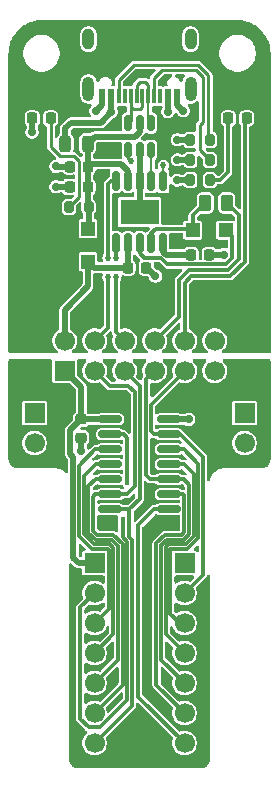
<source format=gtl>
%TF.GenerationSoftware,KiCad,Pcbnew,9.0.1*%
%TF.CreationDate,2025-04-18T18:53:21-04:00*%
%TF.ProjectId,attinyx14_dev,61747469-6e79-4783-9134-5f6465762e6b,rev?*%
%TF.SameCoordinates,Original*%
%TF.FileFunction,Copper,L1,Top*%
%TF.FilePolarity,Positive*%
%FSLAX46Y46*%
G04 Gerber Fmt 4.6, Leading zero omitted, Abs format (unit mm)*
G04 Created by KiCad (PCBNEW 9.0.1) date 2025-04-18 18:53:21*
%MOMM*%
%LPD*%
G01*
G04 APERTURE LIST*
G04 Aperture macros list*
%AMRoundRect*
0 Rectangle with rounded corners*
0 $1 Rounding radius*
0 $2 $3 $4 $5 $6 $7 $8 $9 X,Y pos of 4 corners*
0 Add a 4 corners polygon primitive as box body*
4,1,4,$2,$3,$4,$5,$6,$7,$8,$9,$2,$3,0*
0 Add four circle primitives for the rounded corners*
1,1,$1+$1,$2,$3*
1,1,$1+$1,$4,$5*
1,1,$1+$1,$6,$7*
1,1,$1+$1,$8,$9*
0 Add four rect primitives between the rounded corners*
20,1,$1+$1,$2,$3,$4,$5,0*
20,1,$1+$1,$4,$5,$6,$7,0*
20,1,$1+$1,$6,$7,$8,$9,0*
20,1,$1+$1,$8,$9,$2,$3,0*%
G04 Aperture macros list end*
%TA.AperFunction,SMDPad,CuDef*%
%ADD10RoundRect,0.218750X-0.218750X-0.256250X0.218750X-0.256250X0.218750X0.256250X-0.218750X0.256250X0*%
%TD*%
%TA.AperFunction,SMDPad,CuDef*%
%ADD11RoundRect,0.225000X0.225000X0.250000X-0.225000X0.250000X-0.225000X-0.250000X0.225000X-0.250000X0*%
%TD*%
%TA.AperFunction,SMDPad,CuDef*%
%ADD12RoundRect,0.200000X0.200000X0.275000X-0.200000X0.275000X-0.200000X-0.275000X0.200000X-0.275000X0*%
%TD*%
%TA.AperFunction,SMDPad,CuDef*%
%ADD13RoundRect,0.150000X-0.825000X-0.150000X0.825000X-0.150000X0.825000X0.150000X-0.825000X0.150000X0*%
%TD*%
%TA.AperFunction,SMDPad,CuDef*%
%ADD14RoundRect,0.150000X0.150000X-0.512500X0.150000X0.512500X-0.150000X0.512500X-0.150000X-0.512500X0*%
%TD*%
%TA.AperFunction,SMDPad,CuDef*%
%ADD15R,1.200000X1.200000*%
%TD*%
%TA.AperFunction,SMDPad,CuDef*%
%ADD16RoundRect,0.250000X-0.262500X-0.450000X0.262500X-0.450000X0.262500X0.450000X-0.262500X0.450000X0*%
%TD*%
%TA.AperFunction,ComponentPad*%
%ADD17R,1.700000X1.700000*%
%TD*%
%TA.AperFunction,ComponentPad*%
%ADD18C,1.700000*%
%TD*%
%TA.AperFunction,SMDPad,CuDef*%
%ADD19R,0.600000X1.210000*%
%TD*%
%TA.AperFunction,SMDPad,CuDef*%
%ADD20R,0.600000X1.240000*%
%TD*%
%TA.AperFunction,SMDPad,CuDef*%
%ADD21R,0.300000X1.240000*%
%TD*%
%TA.AperFunction,ComponentPad*%
%ADD22O,1.000000X2.100000*%
%TD*%
%TA.AperFunction,ComponentPad*%
%ADD23O,1.000000X1.800000*%
%TD*%
%TA.AperFunction,SMDPad,CuDef*%
%ADD24RoundRect,0.150000X-0.150000X0.687500X-0.150000X-0.687500X0.150000X-0.687500X0.150000X0.687500X0*%
%TD*%
%TA.AperFunction,HeatsinkPad*%
%ADD25R,3.300000X2.100000*%
%TD*%
%TA.AperFunction,SMDPad,CuDef*%
%ADD26RoundRect,0.243750X-0.243750X-0.456250X0.243750X-0.456250X0.243750X0.456250X-0.243750X0.456250X0*%
%TD*%
%TA.AperFunction,SMDPad,CuDef*%
%ADD27RoundRect,0.225000X-0.225000X-0.250000X0.225000X-0.250000X0.225000X0.250000X-0.225000X0.250000X0*%
%TD*%
%TA.AperFunction,SMDPad,CuDef*%
%ADD28RoundRect,0.225000X-0.250000X0.225000X-0.250000X-0.225000X0.250000X-0.225000X0.250000X0.225000X0*%
%TD*%
%TA.AperFunction,ViaPad*%
%ADD29C,0.720000*%
%TD*%
%TA.AperFunction,ViaPad*%
%ADD30C,0.800000*%
%TD*%
%TA.AperFunction,ViaPad*%
%ADD31C,0.520000*%
%TD*%
%TA.AperFunction,ViaPad*%
%ADD32C,0.450000*%
%TD*%
%TA.AperFunction,Conductor*%
%ADD33C,0.500000*%
%TD*%
%TA.AperFunction,Conductor*%
%ADD34C,0.300000*%
%TD*%
%TA.AperFunction,Conductor*%
%ADD35C,0.250000*%
%TD*%
%TA.AperFunction,Conductor*%
%ADD36C,0.200000*%
%TD*%
G04 APERTURE END LIST*
D10*
%TO.P,D1,1,K*%
%TO.N,GND*%
X3212500Y-9520000D03*
%TO.P,D1,2,A*%
%TO.N,Net-(D1-A)*%
X4787500Y-9520000D03*
%TD*%
D11*
%TO.P,C2,1*%
%TO.N,VBUS*%
X7935000Y-15300000D03*
%TO.P,C2,2*%
%TO.N,GND*%
X6385000Y-15300000D03*
%TD*%
D12*
%TO.P,R4,1*%
%TO.N,Net-(D4-K)*%
X18255000Y-14740000D03*
%TO.P,R4,2*%
%TO.N,GND*%
X16605000Y-14740000D03*
%TD*%
D13*
%TO.P,U2,1,VCC*%
%TO.N,+5VA*%
X9825000Y-34990000D03*
%TO.P,U2,2,PA4*%
%TO.N,/PA4*%
X9825000Y-36260000D03*
%TO.P,U2,3,PA5*%
%TO.N,/PA5*%
X9825000Y-37530000D03*
%TO.P,U2,4,PA6*%
%TO.N,/PA6*%
X9825000Y-38800000D03*
%TO.P,U2,5,PA7*%
%TO.N,/PA7*%
X9825000Y-40070000D03*
%TO.P,U2,6,PB3*%
%TO.N,/PB3*%
X9825000Y-41340000D03*
%TO.P,U2,7,PB2*%
%TO.N,/PB2*%
X9825000Y-42610000D03*
%TO.P,U2,8,PB1*%
%TO.N,/PB1*%
X14775000Y-42610000D03*
%TO.P,U2,9,PB0*%
%TO.N,/PB0*%
X14775000Y-41340000D03*
%TO.P,U2,10,~{RESET}/PA0*%
%TO.N,/PA0*%
X14775000Y-40070000D03*
%TO.P,U2,11,PA1*%
%TO.N,/PA1*%
X14775000Y-38800000D03*
%TO.P,U2,12,PA2*%
%TO.N,/PA2*%
X14775000Y-37530000D03*
%TO.P,U2,13,PA3*%
%TO.N,/PA3*%
X14775000Y-36260000D03*
%TO.P,U2,14,GND*%
%TO.N,GND1*%
X14775000Y-34990000D03*
%TD*%
D12*
%TO.P,R2,1*%
%TO.N,Net-(J1-CC1)*%
X18255000Y-13030000D03*
%TO.P,R2,2*%
%TO.N,GND*%
X16605000Y-13030000D03*
%TD*%
D14*
%TO.P,U1,1,I/O1*%
%TO.N,/UD+*%
X11350000Y-12187500D03*
%TO.P,U1,2,GND*%
%TO.N,GND*%
X12300000Y-12187500D03*
%TO.P,U1,3,I/O2*%
%TO.N,/UD-*%
X13250000Y-12187500D03*
%TO.P,U1,4,I/O2*%
%TO.N,/D-*%
X13250000Y-9912500D03*
%TO.P,U1,5,VBUS*%
%TO.N,VBUS*%
X12300000Y-9912500D03*
%TO.P,U1,6,I/O1*%
%TO.N,/D+*%
X11350000Y-9912500D03*
%TD*%
D15*
%TO.P,D3,1,K*%
%TO.N,Net-(D3-K)*%
X19597500Y-18970000D03*
%TO.P,D3,2,A*%
%TO.N,Net-(D3-A)*%
X16797500Y-18970000D03*
%TD*%
D12*
%TO.P,R3,1*%
%TO.N,Net-(J1-CC2)*%
X18255000Y-11320000D03*
%TO.P,R3,2*%
%TO.N,GND*%
X16605000Y-11320000D03*
%TD*%
D16*
%TO.P,R5,1*%
%TO.N,Net-(D3-A)*%
X17857500Y-16670000D03*
%TO.P,R5,2*%
%TO.N,/UPDI*%
X19682500Y-16670000D03*
%TD*%
D17*
%TO.P,J4,1,Pin_1*%
%TO.N,+5VA*%
X5955000Y-30875000D03*
D18*
%TO.P,J4,2,Pin_2*%
%TO.N,+5V*%
X5955000Y-28335000D03*
%TO.P,J4,3,Pin_3*%
%TO.N,/PB3*%
X8495000Y-30875000D03*
%TO.P,J4,4,Pin_4*%
%TO.N,/TX*%
X8495000Y-28335000D03*
%TO.P,J4,5,Pin_5*%
%TO.N,/PB2*%
X11035000Y-30875000D03*
%TO.P,J4,6,Pin_6*%
%TO.N,/RX*%
X11035000Y-28335000D03*
%TO.P,J4,7,Pin_7*%
%TO.N,/PA0*%
X13575000Y-30875000D03*
%TO.P,J4,8,Pin_8*%
%TO.N,/UPDI*%
X13575000Y-28335000D03*
%TO.P,J4,9,Pin_9*%
%TO.N,/PA3*%
X16115000Y-30875000D03*
%TO.P,J4,10,Pin_10*%
%TO.N,/LED*%
X16115000Y-28335000D03*
%TO.P,J4,11,Pin_11*%
%TO.N,GND1*%
X18655000Y-30875000D03*
%TO.P,J4,12,Pin_12*%
%TO.N,GND*%
X18655000Y-28335000D03*
%TD*%
D11*
%TO.P,C5,1*%
%TO.N,GND*%
X12865000Y-22140000D03*
%TO.P,C5,2*%
%TO.N,+5V*%
X11315000Y-22140000D03*
%TD*%
D19*
%TO.P,J1,A1,GND*%
%TO.N,GND*%
X15500000Y-7640000D03*
D20*
%TO.P,J1,A4,VBUS*%
%TO.N,Net-(F1-Pad1)*%
X14700000Y-7625000D03*
D21*
%TO.P,J1,A5,CC1*%
%TO.N,Net-(J1-CC1)*%
X13550000Y-7625000D03*
%TO.P,J1,A6,D+*%
%TO.N,/D+*%
X12550000Y-7625000D03*
%TO.P,J1,A7,D-*%
%TO.N,/D-*%
X12050000Y-7625000D03*
%TO.P,J1,A8,SBU1*%
%TO.N,unconnected-(J1-SBU1-PadA8)*%
X11050000Y-7625000D03*
D20*
%TO.P,J1,A9,VBUS*%
%TO.N,Net-(F1-Pad1)*%
X9900000Y-7625000D03*
D19*
%TO.P,J1,A12,GND*%
%TO.N,GND*%
X9100000Y-7640000D03*
%TO.P,J1,B1,GND*%
X9100000Y-7640000D03*
D20*
%TO.P,J1,B4,VBUS*%
%TO.N,Net-(F1-Pad1)*%
X9900000Y-7625000D03*
D21*
%TO.P,J1,B5,CC2*%
%TO.N,Net-(J1-CC2)*%
X10550000Y-7625000D03*
%TO.P,J1,B6,D+*%
%TO.N,/D+*%
X11550000Y-7625000D03*
%TO.P,J1,B7,D-*%
%TO.N,/D-*%
X13050000Y-7625000D03*
%TO.P,J1,B8,SBU2*%
%TO.N,unconnected-(J1-SBU2-PadB8)*%
X14050000Y-7625000D03*
D20*
%TO.P,J1,B9,VBUS*%
%TO.N,Net-(F1-Pad1)*%
X14700000Y-7625000D03*
D19*
%TO.P,J1,B12,GND*%
%TO.N,GND*%
X15500000Y-7640000D03*
D22*
%TO.P,J1,S1,SHIELD*%
X16620000Y-7025000D03*
D23*
X16620000Y-2825000D03*
D22*
X7980000Y-7025000D03*
D23*
X7980000Y-2825000D03*
%TD*%
D10*
%TO.P,D4,1,K*%
%TO.N,Net-(D4-K)*%
X19812500Y-9520000D03*
%TO.P,D4,2,A*%
%TO.N,/LED*%
X21387500Y-9520000D03*
%TD*%
D11*
%TO.P,C1,1*%
%TO.N,VBUS*%
X7935000Y-13590000D03*
%TO.P,C1,2*%
%TO.N,GND*%
X6385000Y-13590000D03*
%TD*%
D15*
%TO.P,D2,1,K*%
%TO.N,+5V*%
X7940000Y-21640000D03*
%TO.P,D2,2,A*%
%TO.N,VBUS*%
X7940000Y-18840000D03*
%TD*%
D24*
%TO.P,U3,1,UD+*%
%TO.N,/UD+*%
X14310000Y-14800000D03*
%TO.P,U3,2,UD-*%
%TO.N,/UD-*%
X13310000Y-14800000D03*
%TO.P,U3,3,GND*%
%TO.N,GND*%
X12310000Y-14800000D03*
%TO.P,U3,4,Vcc*%
%TO.N,VBUS*%
X11310000Y-14800000D03*
%TO.P,U3,5,TXD1*%
%TO.N,/TX*%
X10310000Y-14800000D03*
%TO.P,U3,6,RXD1*%
%TO.N,/RX*%
X10310000Y-20075000D03*
%TO.P,U3,7,VIO*%
%TO.N,+5V*%
X11310000Y-20075000D03*
%TO.P,U3,8,TXD0*%
%TO.N,Net-(D3-K)*%
X12310000Y-20075000D03*
%TO.P,U3,9,RXD0*%
%TO.N,Net-(D3-A)*%
X13310000Y-20075000D03*
%TO.P,U3,10,V3*%
%TO.N,Net-(U3-V3)*%
X14310000Y-20075000D03*
D25*
%TO.P,U3,11,GND*%
%TO.N,GND*%
X12310000Y-17437500D03*
%TD*%
D26*
%TO.P,F1,1*%
%TO.N,Net-(F1-Pad1)*%
X6022500Y-11660000D03*
%TO.P,F1,2*%
%TO.N,VBUS*%
X7897500Y-11660000D03*
%TD*%
D12*
%TO.P,R1,1*%
%TO.N,VBUS*%
X7985000Y-17010000D03*
%TO.P,R1,2*%
%TO.N,Net-(D1-A)*%
X6335000Y-17010000D03*
%TD*%
D27*
%TO.P,C4,1*%
%TO.N,Net-(U3-V3)*%
X16655000Y-21050000D03*
%TO.P,C4,2*%
%TO.N,GND*%
X18205000Y-21050000D03*
%TD*%
D28*
%TO.P,C3,1*%
%TO.N,+5VA*%
X7370000Y-34995000D03*
%TO.P,C3,2*%
%TO.N,GND1*%
X7370000Y-36545000D03*
%TD*%
D17*
%TO.P,J3,1,Pin_1*%
%TO.N,GND1*%
X16110000Y-47160000D03*
D18*
%TO.P,J3,2,Pin_2*%
%TO.N,/PA3*%
X16110000Y-49700000D03*
%TO.P,J3,3,Pin_3*%
%TO.N,/PA2*%
X16110000Y-52240000D03*
%TO.P,J3,4,Pin_4*%
%TO.N,/PA1*%
X16110000Y-54780000D03*
%TO.P,J3,5,Pin_5*%
%TO.N,/PA0*%
X16110000Y-57320000D03*
%TO.P,J3,6,Pin_6*%
%TO.N,/PB0*%
X16110000Y-59860000D03*
%TO.P,J3,7,Pin_7*%
%TO.N,/PB1*%
X16110000Y-62400000D03*
%TD*%
D17*
%TO.P,J6,1,Pin_1*%
%TO.N,GND1*%
X21190000Y-34460000D03*
D18*
%TO.P,J6,2,Pin_2*%
X21190000Y-37000000D03*
%TD*%
D17*
%TO.P,J2,1,Pin_1*%
%TO.N,+5VA*%
X8490000Y-47160000D03*
D18*
%TO.P,J2,2,Pin_2*%
%TO.N,/PA4*%
X8490000Y-49700000D03*
%TO.P,J2,3,Pin_3*%
%TO.N,/PA5*%
X8490000Y-52240000D03*
%TO.P,J2,4,Pin_4*%
%TO.N,/PA6*%
X8490000Y-54780000D03*
%TO.P,J2,5,Pin_5*%
%TO.N,/PA7*%
X8490000Y-57320000D03*
%TO.P,J2,6,Pin_6*%
%TO.N,/PB3*%
X8490000Y-59860000D03*
%TO.P,J2,7,Pin_7*%
%TO.N,/PB2*%
X8490000Y-62400000D03*
%TD*%
D17*
%TO.P,J5,1,Pin_1*%
%TO.N,GND1*%
X3410000Y-34460000D03*
D18*
%TO.P,J5,2,Pin_2*%
X3410000Y-37000000D03*
%TD*%
D29*
%TO.N,GND*%
X13650000Y-22880000D03*
D30*
X12310000Y-17437500D03*
X11310000Y-17437500D03*
D29*
X5230000Y-15300000D03*
X8600000Y-8870000D03*
X5230000Y-13580000D03*
X19420000Y-21050000D03*
X3200000Y-10690000D03*
X15500000Y-13020000D03*
D30*
X13310000Y-17437500D03*
D29*
X15500000Y-14740000D03*
X15510000Y-11320000D03*
X16000000Y-8870000D03*
%TO.N,GND1*%
X7370000Y-37700000D03*
X16460000Y-35000000D03*
D31*
%TO.N,/TX*%
X9610000Y-22970000D03*
X9610000Y-21310000D03*
%TO.N,/RX*%
X10310000Y-21310000D03*
X10310000Y-22970000D03*
D29*
%TO.N,Net-(F1-Pad1)*%
X9910000Y-8960000D03*
X14700000Y-8960000D03*
D31*
%TO.N,/UD+*%
X11540205Y-13109795D03*
X14310000Y-13480000D03*
D32*
%TO.N,/PA4*%
X11282035Y-40410000D03*
X10865000Y-43400000D03*
%TD*%
D33*
%TO.N,VBUS*%
X7935000Y-13590000D02*
X7935000Y-11697500D01*
X8507500Y-11050000D02*
X11900000Y-11050000D01*
X10690000Y-13370000D02*
X8155000Y-13370000D01*
X12300000Y-10650000D02*
X12300000Y-9912500D01*
X8155000Y-13370000D02*
X7935000Y-13590000D01*
X7935000Y-13590000D02*
X7935000Y-15300000D01*
X7985000Y-17010000D02*
X7985000Y-18795000D01*
X11900000Y-11050000D02*
X12300000Y-10650000D01*
X7935000Y-15300000D02*
X7935000Y-16960000D01*
X11310000Y-13990000D02*
X10690000Y-13370000D01*
X7897500Y-11660000D02*
X8507500Y-11050000D01*
X11310000Y-14800000D02*
X11310000Y-13990000D01*
%TO.N,GND*%
X16605000Y-13030000D02*
X15510000Y-13030000D01*
X6385000Y-13590000D02*
X5240000Y-13590000D01*
X15500000Y-7625000D02*
X15500000Y-8370000D01*
X16605000Y-14740000D02*
X15500000Y-14740000D01*
X16605000Y-11320000D02*
X15510000Y-11320000D01*
X3212500Y-10677500D02*
X3200000Y-10690000D01*
X18205000Y-21050000D02*
X19420000Y-21050000D01*
X3212500Y-9520000D02*
X3212500Y-10677500D01*
X15500000Y-8370000D02*
X16000000Y-8870000D01*
X9100000Y-8370000D02*
X8600000Y-8870000D01*
X12310000Y-14800000D02*
X12310000Y-17437500D01*
X13650000Y-22880000D02*
X12910000Y-22140000D01*
X5240000Y-13590000D02*
X5230000Y-13580000D01*
X9100000Y-7625000D02*
X9100000Y-8370000D01*
X6385000Y-15300000D02*
X5230000Y-15300000D01*
X12300000Y-12187500D02*
X12300000Y-14790000D01*
%TO.N,+5V*%
X7940000Y-21640000D02*
X7940000Y-23732082D01*
X5955000Y-28335000D02*
X5955000Y-25717082D01*
X11315000Y-22140000D02*
X8440000Y-22140000D01*
X5955000Y-25717082D02*
X7940000Y-23732082D01*
X8440000Y-22140000D02*
X7940000Y-21640000D01*
X11310000Y-20075000D02*
X11310000Y-22135000D01*
%TO.N,Net-(U3-V3)*%
X14310000Y-20830000D02*
X14310000Y-20075000D01*
X16655000Y-21050000D02*
X14530000Y-21050000D01*
X14530000Y-21050000D02*
X14310000Y-20830000D01*
%TO.N,GND1*%
X7370000Y-36545000D02*
X7370000Y-37700000D01*
X14775000Y-34995000D02*
X16455000Y-34995000D01*
X16455000Y-34995000D02*
X16460000Y-35000000D01*
D34*
%TO.N,Net-(D3-A)*%
X13310000Y-20075000D02*
X13310000Y-19237501D01*
X13310000Y-19237501D02*
X13667501Y-18880000D01*
X16797500Y-18970000D02*
X16797500Y-17730000D01*
X16797500Y-17730000D02*
X17857500Y-16670000D01*
X13667501Y-18880000D02*
X16707500Y-18880000D01*
%TO.N,Net-(D3-K)*%
X12310000Y-20912499D02*
X12712501Y-21315000D01*
X12712501Y-21315000D02*
X14102035Y-21315000D01*
X20130000Y-19502500D02*
X19597500Y-18970000D01*
X14102035Y-21315000D02*
X14667035Y-21880000D01*
X12310000Y-20075000D02*
X12310000Y-20912499D01*
X19600000Y-21880000D02*
X20130000Y-21350000D01*
X14667035Y-21880000D02*
X19600000Y-21880000D01*
X20130000Y-21350000D02*
X20130000Y-19502500D01*
D35*
%TO.N,Net-(J1-CC1)*%
X17400000Y-10100000D02*
X17400000Y-12175000D01*
X17670000Y-6050000D02*
X17670000Y-9830000D01*
X14200000Y-5430000D02*
X17050000Y-5430000D01*
X13550000Y-6080000D02*
X14200000Y-5430000D01*
X17050000Y-5430000D02*
X17670000Y-6050000D01*
X17670000Y-9830000D02*
X17400000Y-10100000D01*
X13550000Y-7625000D02*
X13550000Y-6080000D01*
X17400000Y-12175000D02*
X18255000Y-13030000D01*
%TO.N,Net-(J1-CC2)*%
X18140000Y-5860000D02*
X17240000Y-4960000D01*
X18140000Y-11205000D02*
X18140000Y-5860000D01*
X17240000Y-4960000D02*
X11850000Y-4960000D01*
X10550000Y-6260000D02*
X10550000Y-7625000D01*
X11850000Y-4960000D02*
X10550000Y-6260000D01*
D34*
%TO.N,/PA1*%
X16370000Y-54790000D02*
X16120000Y-54790000D01*
X14518000Y-48522958D02*
X14518000Y-45797042D01*
X14518000Y-45797042D02*
X14747042Y-45568000D01*
X14519001Y-53189001D02*
X14519001Y-48523959D01*
X14747042Y-45568000D02*
X16197916Y-45568000D01*
X16030000Y-38800000D02*
X14775000Y-38800000D01*
X14519001Y-48523959D02*
X14518000Y-48522958D01*
X16370000Y-54520000D02*
X16370000Y-54790000D01*
X16880000Y-44885916D02*
X16880000Y-39650000D01*
X16880000Y-39650000D02*
X16030000Y-38800000D01*
X16120000Y-54790000D02*
X14519001Y-53189001D01*
X16197916Y-45568000D02*
X16880000Y-44885916D01*
X16110000Y-54780000D02*
X16370000Y-54520000D01*
%TO.N,/PA6*%
X7582997Y-44414999D02*
X7582999Y-44414997D01*
X7582997Y-44738913D02*
X8412084Y-45568000D01*
X8600000Y-38800000D02*
X7582997Y-39817003D01*
X10091001Y-53178999D02*
X8490000Y-54780000D01*
X9825000Y-38800000D02*
X8600000Y-38800000D01*
X9770957Y-45567999D02*
X10091000Y-45888042D01*
X7582997Y-39817003D02*
X7582997Y-44414999D01*
X8412084Y-45568000D02*
X9770957Y-45567999D01*
X10091000Y-45888042D02*
X10091001Y-53178999D01*
X7582999Y-44414997D02*
X7582997Y-44738913D01*
%TO.N,/PA7*%
X7973998Y-44576956D02*
X7973998Y-40676002D01*
X7973998Y-40676002D02*
X8580000Y-40070000D01*
X10482000Y-45726084D02*
X9932914Y-45176998D01*
X8574041Y-45176999D02*
X7973998Y-44576956D01*
X8580000Y-40070000D02*
X9825000Y-40070000D01*
X8490000Y-57320000D02*
X10482000Y-55328000D01*
X9932914Y-45176998D02*
X8574041Y-45176999D01*
X10482000Y-55328000D02*
X10482000Y-45726084D01*
%TO.N,/UPDI*%
X16450000Y-22380000D02*
X15620000Y-23210000D01*
X19682500Y-16670000D02*
X20740000Y-17727500D01*
X19800000Y-22380000D02*
X16450000Y-22380000D01*
X20740000Y-21440000D02*
X19800000Y-22380000D01*
X20740000Y-17727500D02*
X20740000Y-21440000D01*
X15620000Y-23210000D02*
X15620000Y-26290000D01*
X15620000Y-26290000D02*
X13575000Y-28335000D01*
%TO.N,/PA2*%
X14910000Y-48685918D02*
X14910002Y-48362002D01*
X14909000Y-45959000D02*
X16359874Y-45959000D01*
X16110000Y-52240000D02*
X15690000Y-52240000D01*
X14910000Y-48362000D02*
X14910000Y-48361000D01*
X17280000Y-38780000D02*
X16030000Y-37530000D01*
X14910002Y-48685916D02*
X14910000Y-48685918D01*
X17280000Y-45038874D02*
X17280000Y-38780000D01*
X15690000Y-52240000D02*
X14910000Y-51460000D01*
X16030000Y-37530000D02*
X14775000Y-37530000D01*
X14909000Y-48361000D02*
X14909000Y-45959000D01*
X14910000Y-51460000D02*
X14910002Y-48685916D01*
X14910000Y-48361000D02*
X14909000Y-48361000D01*
X14910002Y-48362002D02*
X14910000Y-48362000D01*
X16359874Y-45959000D02*
X17280000Y-45038874D01*
%TO.N,/PA3*%
X17671001Y-38181002D02*
X15749999Y-36260000D01*
X14775000Y-36260000D02*
X13540000Y-36260000D01*
X15749999Y-36260000D02*
X14775000Y-36260000D01*
X13251000Y-33739000D02*
X16115000Y-30875000D01*
X17671001Y-48138999D02*
X17671001Y-38181002D01*
X13540000Y-36260000D02*
X13251000Y-35971000D01*
X13251000Y-35971000D02*
X13251000Y-33739000D01*
X16110000Y-49700000D02*
X17671001Y-48138999D01*
D35*
%TO.N,/D-*%
X13050000Y-6705000D02*
X13050000Y-7625000D01*
X12050000Y-7625000D02*
X12050000Y-6705000D01*
X12315000Y-6440000D02*
X12785000Y-6440000D01*
X12785000Y-6440000D02*
X13050000Y-6705000D01*
X12050000Y-6705000D02*
X12315000Y-6440000D01*
D36*
X13050000Y-9712500D02*
X13050000Y-7625000D01*
D35*
%TO.N,/D+*%
X12345000Y-8750000D02*
X12550000Y-8545000D01*
X11550000Y-8545000D02*
X11755000Y-8750000D01*
X11550000Y-9712500D02*
X11350000Y-9912500D01*
X11755000Y-8750000D02*
X12345000Y-8750000D01*
X11550000Y-7625000D02*
X11550000Y-9712500D01*
X12550000Y-8545000D02*
X12550000Y-7625000D01*
X11550000Y-7625000D02*
X11550000Y-8545000D01*
D34*
%TO.N,/TX*%
X9920000Y-14800000D02*
X10310000Y-14800000D01*
X9610000Y-15110000D02*
X9920000Y-14800000D01*
X9610000Y-21310000D02*
X9610000Y-15110000D01*
X9610000Y-27220000D02*
X8495000Y-28335000D01*
X9610000Y-22970000D02*
X9610000Y-27220000D01*
%TO.N,/RX*%
X10310000Y-22970000D02*
X10310000Y-27610000D01*
X10310000Y-27610000D02*
X11035000Y-28335000D01*
X10310000Y-20075000D02*
X10310000Y-21310000D01*
D33*
%TO.N,+5VA*%
X7370000Y-32290000D02*
X7370000Y-34995000D01*
X9825000Y-34995000D02*
X8400000Y-34995000D01*
X8400000Y-34995000D02*
X7370000Y-34995000D01*
X6700999Y-46720999D02*
X6700999Y-38177927D01*
X6444000Y-37920928D02*
X6444000Y-35921000D01*
X7140000Y-47160000D02*
X6700999Y-46720999D01*
X6444000Y-35921000D02*
X7370000Y-34995000D01*
X5955000Y-30875000D02*
X7370000Y-32290000D01*
X8490000Y-47160000D02*
X7140000Y-47160000D01*
X6700999Y-38177927D02*
X6444000Y-37920928D01*
D35*
%TO.N,Net-(D1-A)*%
X7160000Y-16185000D02*
X7160000Y-13105948D01*
X7160000Y-13105948D02*
X6739052Y-12685000D01*
X5536412Y-12685000D02*
X4787500Y-11936088D01*
X4787500Y-11936088D02*
X4787500Y-9520000D01*
X6335000Y-17010000D02*
X7160000Y-16185000D01*
X6739052Y-12685000D02*
X5536412Y-12685000D01*
D34*
%TO.N,Net-(D4-K)*%
X18255000Y-14740000D02*
X19140000Y-14740000D01*
X19140000Y-14740000D02*
X19812500Y-14067500D01*
X19812500Y-14067500D02*
X19812500Y-9520000D01*
D33*
%TO.N,Net-(F1-Pad1)*%
X6520000Y-9870000D02*
X9000000Y-9870000D01*
X6022500Y-10367500D02*
X6520000Y-9870000D01*
X6022500Y-11660000D02*
X6022500Y-10367500D01*
X9900000Y-8950000D02*
X9910000Y-8960000D01*
X9000000Y-9870000D02*
X9910000Y-8960000D01*
X9900000Y-7625000D02*
X9900000Y-8950000D01*
X14700000Y-8960000D02*
X14700000Y-7625000D01*
D34*
%TO.N,/LED*%
X16115000Y-28335000D02*
X16115000Y-23425000D01*
X16660000Y-22880000D02*
X20000000Y-22880000D01*
X16115000Y-23425000D02*
X16660000Y-22880000D01*
X21240000Y-9907500D02*
X21120000Y-9787500D01*
X21240000Y-21640000D02*
X21240000Y-9907500D01*
X20000000Y-22880000D02*
X21240000Y-21640000D01*
D36*
%TO.N,/UD+*%
X11540205Y-13109795D02*
X11350000Y-12919590D01*
X11350000Y-12919590D02*
X11350000Y-12187500D01*
X14310000Y-13480000D02*
X14310000Y-14800000D01*
%TO.N,/UD-*%
X13250000Y-12187500D02*
X13250000Y-14740000D01*
D34*
%TO.N,/PA0*%
X14585085Y-45176999D02*
X16035959Y-45176999D01*
X12860000Y-31590000D02*
X13575000Y-30875000D01*
X14127999Y-55337999D02*
X14128000Y-48685916D01*
X14128000Y-48685916D02*
X14127000Y-48684916D01*
X13210000Y-40070000D02*
X12860000Y-39720000D01*
X16490000Y-44722958D02*
X16490000Y-40520000D01*
X16035959Y-45176999D02*
X16490000Y-44722958D01*
X16490000Y-40520000D02*
X16040000Y-40070000D01*
X16110000Y-57320000D02*
X14127999Y-55337999D01*
X12860000Y-39720000D02*
X12860000Y-31590000D01*
X16040000Y-40070000D02*
X14775000Y-40070000D01*
X14127000Y-48684916D02*
X14127000Y-45635084D01*
X14127000Y-45635084D02*
X14585085Y-45176999D01*
X14775000Y-40070000D02*
X13210000Y-40070000D01*
%TO.N,/PA4*%
X11282035Y-40410000D02*
X11282035Y-37764713D01*
X10950000Y-36260000D02*
X9825000Y-36260000D01*
X11282035Y-37764713D02*
X11280000Y-37762678D01*
X11270000Y-58778471D02*
X8987471Y-61061000D01*
X7289000Y-50901000D02*
X8490000Y-49700000D01*
X10865000Y-43400000D02*
X10865000Y-44935000D01*
X7992529Y-61061000D02*
X7289000Y-60357471D01*
X11270000Y-45340000D02*
X11270000Y-58778471D01*
X11280000Y-37762678D02*
X11280000Y-36590000D01*
X8987471Y-61061000D02*
X7992529Y-61061000D01*
X11280000Y-36590000D02*
X10950000Y-36260000D01*
X7289000Y-60357471D02*
X7289000Y-50901000D01*
X10865000Y-44935000D02*
X11270000Y-45340000D01*
%TO.N,/PB3*%
X8490000Y-59860000D02*
X10873001Y-57476999D01*
X8560000Y-41340000D02*
X9825000Y-41340000D01*
X9770000Y-32150000D02*
X8495000Y-30875000D01*
X11210000Y-41340000D02*
X11909000Y-40641000D01*
X9825000Y-41340000D02*
X11210000Y-41340000D01*
X8364999Y-44414999D02*
X8364999Y-41535001D01*
X11350000Y-32150000D02*
X9770000Y-32150000D01*
X11909000Y-40641000D02*
X11909000Y-32709000D01*
X10873001Y-57476999D02*
X10873001Y-45564127D01*
X10094871Y-44785997D02*
X8735999Y-44785999D01*
X8735999Y-44785999D02*
X8364999Y-44414999D01*
X11909000Y-32709000D02*
X11350000Y-32150000D01*
X8364999Y-41535001D02*
X8560000Y-41340000D01*
X10873001Y-45564127D02*
X10094871Y-44785997D01*
%TO.N,/PA5*%
X9609000Y-45959000D02*
X8250126Y-45959000D01*
X9700000Y-46050000D02*
X9609000Y-45959000D01*
X7191999Y-44253039D02*
X7191999Y-38908001D01*
X8490000Y-52240000D02*
X9700000Y-51030000D01*
X8570000Y-37530000D02*
X9825000Y-37530000D01*
X9700000Y-51030000D02*
X9700000Y-46050000D01*
X7191996Y-44900869D02*
X7191999Y-44253039D01*
X7191999Y-38908001D02*
X8570000Y-37530000D01*
X8250126Y-45959000D02*
X7191996Y-44900869D01*
%TO.N,/PB2*%
X11661000Y-59229000D02*
X8490000Y-62400000D01*
X11440000Y-42610000D02*
X12300000Y-41750000D01*
X12300000Y-41750000D02*
X12300000Y-32140000D01*
X11661000Y-45178042D02*
X11661000Y-59229000D01*
X9825000Y-42610000D02*
X11440000Y-42610000D01*
X11440000Y-44957042D02*
X11661000Y-45178042D01*
X12300000Y-32140000D02*
X11035000Y-30875000D01*
X11440000Y-42610000D02*
X11440000Y-44957042D01*
%TO.N,/PB0*%
X13736999Y-57486999D02*
X13737000Y-48847874D01*
X14423127Y-44785999D02*
X15874001Y-44785999D01*
X16020000Y-41340000D02*
X14775000Y-41340000D01*
X13736000Y-45473126D02*
X14423127Y-44785999D01*
X13735999Y-48846873D02*
X13736000Y-45473126D01*
X15874001Y-44785999D02*
X16100000Y-44560000D01*
X16100000Y-41420000D02*
X16020000Y-41340000D01*
X16100000Y-44560000D02*
X16100000Y-41420000D01*
X13737000Y-48847874D02*
X13735999Y-48846873D01*
X16110000Y-59860000D02*
X13736999Y-57486999D01*
%TO.N,/PB1*%
X12170000Y-58460000D02*
X12170000Y-43960000D01*
X13520000Y-42610000D02*
X14775000Y-42610000D01*
X16110000Y-62400000D02*
X12170000Y-58460000D01*
X12170000Y-43960000D02*
X13520000Y-42610000D01*
%TD*%
%TA.AperFunction,NonConductor*%
G36*
X16096520Y-5795185D02*
G01*
X16142275Y-5847989D01*
X16152219Y-5917147D01*
X16123194Y-5980703D01*
X16117162Y-5987181D01*
X16075888Y-6028454D01*
X16075885Y-6028458D01*
X15999228Y-6143182D01*
X15999221Y-6143195D01*
X15946421Y-6270667D01*
X15946418Y-6270676D01*
X15932929Y-6338489D01*
X15900543Y-6400400D01*
X15839827Y-6434973D01*
X15770057Y-6431232D01*
X15713386Y-6390365D01*
X15691538Y-6346390D01*
X15679688Y-6302164D01*
X15629085Y-6214516D01*
X15610507Y-6182338D01*
X15610503Y-6182333D01*
X15512666Y-6084496D01*
X15512661Y-6084492D01*
X15392836Y-6015312D01*
X15389818Y-6014062D01*
X15387662Y-6012324D01*
X15385797Y-6011248D01*
X15385964Y-6010957D01*
X15335413Y-5970222D01*
X15313347Y-5903928D01*
X15330625Y-5836229D01*
X15381761Y-5788617D01*
X15437268Y-5775500D01*
X16029481Y-5775500D01*
X16096520Y-5795185D01*
G37*
%TD.AperFunction*%
%TA.AperFunction,NonConductor*%
G36*
X13603566Y-5325185D02*
G01*
X13649321Y-5377989D01*
X13659265Y-5447147D01*
X13630240Y-5510703D01*
X13624208Y-5517181D01*
X13273532Y-5867856D01*
X13273530Y-5867858D01*
X13237141Y-5930888D01*
X13228046Y-5946642D01*
X13204500Y-6034514D01*
X13204500Y-6034516D01*
X13204500Y-6071527D01*
X13184815Y-6138566D01*
X13132011Y-6184321D01*
X13062853Y-6194265D01*
X13004313Y-6167530D01*
X13003587Y-6168477D01*
X12999474Y-6165320D01*
X12999297Y-6165240D01*
X12998961Y-6164927D01*
X12997141Y-6163530D01*
X12933247Y-6126642D01*
X12918358Y-6118046D01*
X12830486Y-6094500D01*
X12269514Y-6094500D01*
X12181642Y-6118046D01*
X12181640Y-6118046D01*
X12181640Y-6118047D01*
X12102858Y-6163530D01*
X11773530Y-6492858D01*
X11728047Y-6571640D01*
X11728046Y-6571642D01*
X11704500Y-6659514D01*
X11704500Y-6659516D01*
X11704500Y-6660500D01*
X11704264Y-6661300D01*
X11703439Y-6667573D01*
X11702460Y-6667444D01*
X11684815Y-6727539D01*
X11632011Y-6773294D01*
X11580501Y-6784500D01*
X11378282Y-6784500D01*
X11378281Y-6784501D01*
X11313960Y-6797293D01*
X11306387Y-6800430D01*
X11256164Y-6809835D01*
X11245350Y-6809592D01*
X11219748Y-6804500D01*
X11018105Y-6804500D01*
X11016722Y-6804469D01*
X10984691Y-6794278D01*
X10952461Y-6784815D01*
X10951516Y-6783724D01*
X10950140Y-6783287D01*
X10928698Y-6757391D01*
X10906706Y-6732011D01*
X10906357Y-6730410D01*
X10905580Y-6729471D01*
X10904861Y-6723532D01*
X10895500Y-6680500D01*
X10895500Y-6454473D01*
X10915185Y-6387434D01*
X10931819Y-6366792D01*
X11956792Y-5341819D01*
X12018115Y-5308334D01*
X12044473Y-5305500D01*
X13536527Y-5305500D01*
X13603566Y-5325185D01*
G37*
%TD.AperFunction*%
%TA.AperFunction,NonConductor*%
G36*
X15009771Y-5795185D02*
G01*
X15055526Y-5847989D01*
X15065470Y-5917147D01*
X15036445Y-5980703D01*
X14994168Y-6011187D01*
X14994203Y-6011248D01*
X14993608Y-6011591D01*
X14990182Y-6014062D01*
X14987163Y-6015312D01*
X14867338Y-6084492D01*
X14867333Y-6084496D01*
X14769496Y-6182333D01*
X14769492Y-6182338D01*
X14700313Y-6302161D01*
X14700313Y-6302162D01*
X14700312Y-6302164D01*
X14664500Y-6435817D01*
X14664500Y-6574183D01*
X14684388Y-6648409D01*
X14682726Y-6718256D01*
X14643564Y-6776119D01*
X14579336Y-6803623D01*
X14564614Y-6804500D01*
X14380252Y-6804500D01*
X14324190Y-6815651D01*
X14275810Y-6815651D01*
X14219748Y-6804500D01*
X14019500Y-6804500D01*
X13952461Y-6784815D01*
X13906706Y-6732011D01*
X13895500Y-6680500D01*
X13895500Y-6274473D01*
X13915185Y-6207434D01*
X13931819Y-6186792D01*
X14306792Y-5811819D01*
X14368115Y-5778334D01*
X14394473Y-5775500D01*
X14942732Y-5775500D01*
X15009771Y-5795185D01*
G37*
%TD.AperFunction*%
%TA.AperFunction,NonConductor*%
G36*
X10854638Y-8440405D02*
G01*
X10880252Y-8445500D01*
X11081896Y-8445500D01*
X11083279Y-8445531D01*
X11115321Y-8455724D01*
X11147539Y-8465185D01*
X11148483Y-8466274D01*
X11149861Y-8466713D01*
X11171315Y-8492624D01*
X11193294Y-8517989D01*
X11193499Y-8519416D01*
X11194421Y-8520530D01*
X11204500Y-8569500D01*
X11204500Y-8916479D01*
X11184815Y-8983518D01*
X11132011Y-9029273D01*
X11098379Y-9039183D01*
X11092823Y-9039992D01*
X10981731Y-9094301D01*
X10894301Y-9181731D01*
X10839992Y-9292822D01*
X10829500Y-9364838D01*
X10829500Y-10460166D01*
X10829825Y-10464641D01*
X10828122Y-10464764D01*
X10819306Y-10526823D01*
X10773640Y-10579703D01*
X10706633Y-10599500D01*
X8448191Y-10599500D01*
X8333614Y-10630201D01*
X8333612Y-10630201D01*
X8333612Y-10630202D01*
X8308846Y-10644499D01*
X8308847Y-10644500D01*
X8230889Y-10689508D01*
X8230884Y-10689512D01*
X8197216Y-10723181D01*
X8135893Y-10756666D01*
X8109535Y-10759500D01*
X7600232Y-10759500D01*
X7570230Y-10762313D01*
X7570218Y-10762315D01*
X7443821Y-10806544D01*
X7443819Y-10806545D01*
X7336069Y-10886069D01*
X7256545Y-10993819D01*
X7256544Y-10993821D01*
X7212315Y-11120218D01*
X7212313Y-11120230D01*
X7209500Y-11150231D01*
X7209500Y-12169768D01*
X7212313Y-12199769D01*
X7212315Y-12199781D01*
X7256544Y-12326178D01*
X7256545Y-12326180D01*
X7336069Y-12433930D01*
X7391575Y-12474895D01*
X7434134Y-12506306D01*
X7476384Y-12561953D01*
X7484500Y-12606075D01*
X7484500Y-12670759D01*
X7464815Y-12737798D01*
X7412011Y-12783553D01*
X7342853Y-12793497D01*
X7279297Y-12764472D01*
X7272819Y-12758440D01*
X6938916Y-12424537D01*
X6938914Y-12424535D01*
X6901802Y-12403108D01*
X6864692Y-12381682D01*
X6792035Y-12362214D01*
X6732375Y-12325848D01*
X6701846Y-12263001D01*
X6706596Y-12207263D01*
X6706075Y-12207150D01*
X6706946Y-12203158D01*
X6707090Y-12201478D01*
X6707685Y-12199777D01*
X6707685Y-12199776D01*
X6707686Y-12199774D01*
X6710500Y-12169764D01*
X6710500Y-11150236D01*
X6709400Y-11138510D01*
X6708527Y-11129197D01*
X6707686Y-11120226D01*
X6707684Y-11120222D01*
X6707684Y-11120218D01*
X6663455Y-10993821D01*
X6663454Y-10993819D01*
X6583929Y-10886069D01*
X6523365Y-10841369D01*
X6520343Y-10837389D01*
X6515797Y-10835313D01*
X6499424Y-10809836D01*
X6481115Y-10785721D01*
X6479987Y-10779592D01*
X6478023Y-10776535D01*
X6473000Y-10741600D01*
X6473000Y-10605465D01*
X6492685Y-10538426D01*
X6509319Y-10517784D01*
X6670284Y-10356819D01*
X6731607Y-10323334D01*
X6757965Y-10320500D01*
X9059308Y-10320500D01*
X9059309Y-10320500D01*
X9149673Y-10296286D01*
X9173887Y-10289799D01*
X9276614Y-10230489D01*
X9964137Y-9542964D01*
X10019726Y-9510871D01*
X10126342Y-9482304D01*
X10126342Y-9482303D01*
X10126345Y-9482303D01*
X10254155Y-9408512D01*
X10358512Y-9304155D01*
X10432303Y-9176345D01*
X10470500Y-9033791D01*
X10470500Y-8886209D01*
X10432303Y-8743655D01*
X10379094Y-8651495D01*
X10362623Y-8583600D01*
X10385475Y-8517573D01*
X10440396Y-8474382D01*
X10486479Y-8465499D01*
X10721718Y-8465499D01*
X10786035Y-8452707D01*
X10786040Y-8452703D01*
X10793599Y-8449573D01*
X10801778Y-8448693D01*
X10808797Y-8444402D01*
X10843835Y-8440163D01*
X10854638Y-8440405D01*
G37*
%TD.AperFunction*%
%TA.AperFunction,NonConductor*%
G36*
X10773465Y-11520185D02*
G01*
X10819220Y-11572989D01*
X10828172Y-11635248D01*
X10829824Y-11635368D01*
X10829500Y-11639836D01*
X10829500Y-12735165D01*
X10835687Y-12777622D01*
X10825874Y-12846799D01*
X10780219Y-12899689D01*
X10713217Y-12919500D01*
X8509500Y-12919500D01*
X8500814Y-12916949D01*
X8491853Y-12918238D01*
X8467812Y-12907259D01*
X8442461Y-12899815D01*
X8436533Y-12892974D01*
X8428297Y-12889213D01*
X8414007Y-12866978D01*
X8396706Y-12847011D01*
X8394418Y-12836496D01*
X8390523Y-12830435D01*
X8385500Y-12795500D01*
X8385500Y-12550721D01*
X8405185Y-12483682D01*
X8435862Y-12450954D01*
X8458930Y-12433930D01*
X8538455Y-12326179D01*
X8567797Y-12242324D01*
X8582684Y-12199781D01*
X8582685Y-12199777D01*
X8582686Y-12199774D01*
X8585500Y-12169764D01*
X8585500Y-11660465D01*
X8594144Y-11631024D01*
X8600668Y-11601038D01*
X8604422Y-11596022D01*
X8605185Y-11593426D01*
X8621819Y-11572784D01*
X8657784Y-11536819D01*
X8719107Y-11503334D01*
X8745465Y-11500500D01*
X10706426Y-11500500D01*
X10773465Y-11520185D01*
G37*
%TD.AperFunction*%
%TA.AperFunction,NonConductor*%
G36*
X10826974Y-15690476D02*
G01*
X10853334Y-15692362D01*
X10862387Y-15698180D01*
X10869427Y-15699712D01*
X10897681Y-15720863D01*
X10953514Y-15776696D01*
X10953515Y-15776696D01*
X10953517Y-15776698D01*
X11058607Y-15828073D01*
X11092673Y-15833036D01*
X11126739Y-15838000D01*
X11126740Y-15838000D01*
X11493261Y-15838000D01*
X11517858Y-15834416D01*
X11561393Y-15828073D01*
X11666483Y-15776698D01*
X11666483Y-15776697D01*
X11675714Y-15772185D01*
X11676724Y-15774252D01*
X11729440Y-15755931D01*
X11797361Y-15772316D01*
X11845642Y-15822821D01*
X11859500Y-15879783D01*
X11859500Y-16063000D01*
X11839815Y-16130039D01*
X11787011Y-16175794D01*
X11735500Y-16187000D01*
X10640247Y-16187000D01*
X10581770Y-16198631D01*
X10581769Y-16198632D01*
X10515447Y-16242947D01*
X10471132Y-16309269D01*
X10471131Y-16309270D01*
X10459500Y-16367747D01*
X10459500Y-18507252D01*
X10471131Y-18565729D01*
X10471132Y-18565730D01*
X10515447Y-18632052D01*
X10581769Y-18676367D01*
X10581770Y-18676368D01*
X10640247Y-18687999D01*
X10640250Y-18688000D01*
X10640252Y-18688000D01*
X13064457Y-18688000D01*
X13131496Y-18707685D01*
X13177251Y-18760489D01*
X13187195Y-18829647D01*
X13158170Y-18893203D01*
X13152138Y-18899681D01*
X13029531Y-19022287D01*
X13029525Y-19022295D01*
X13017199Y-19043644D01*
X12990108Y-19076134D01*
X12978249Y-19086210D01*
X12953517Y-19098302D01*
X12894127Y-19157691D01*
X12890294Y-19160949D01*
X12862781Y-19173193D01*
X12836357Y-19187622D01*
X12831192Y-19187252D01*
X12826460Y-19189359D01*
X12796692Y-19184784D01*
X12766666Y-19182637D01*
X12761622Y-19179395D01*
X12757401Y-19178747D01*
X12748831Y-19171175D01*
X12722319Y-19154137D01*
X12666485Y-19098303D01*
X12659499Y-19094888D01*
X12561393Y-19046927D01*
X12561391Y-19046926D01*
X12493261Y-19037000D01*
X12493260Y-19037000D01*
X12126740Y-19037000D01*
X12126739Y-19037000D01*
X12058608Y-19046926D01*
X11953514Y-19098303D01*
X11897681Y-19154137D01*
X11836358Y-19187622D01*
X11766666Y-19182638D01*
X11722319Y-19154137D01*
X11666485Y-19098303D01*
X11659499Y-19094888D01*
X11561393Y-19046927D01*
X11561391Y-19046926D01*
X11493261Y-19037000D01*
X11493260Y-19037000D01*
X11126740Y-19037000D01*
X11126739Y-19037000D01*
X11058608Y-19046926D01*
X10953514Y-19098303D01*
X10897681Y-19154137D01*
X10836358Y-19187622D01*
X10766666Y-19182638D01*
X10722319Y-19154137D01*
X10666485Y-19098303D01*
X10659499Y-19094888D01*
X10561393Y-19046927D01*
X10561391Y-19046926D01*
X10493261Y-19037000D01*
X10493260Y-19037000D01*
X10126740Y-19037000D01*
X10102375Y-19040549D01*
X10033199Y-19030735D01*
X9980310Y-18985079D01*
X9960500Y-18918076D01*
X9960500Y-15957154D01*
X9980185Y-15890115D01*
X10032989Y-15844360D01*
X10102144Y-15834416D01*
X10126740Y-15838000D01*
X10126742Y-15838000D01*
X10493261Y-15838000D01*
X10517858Y-15834416D01*
X10561393Y-15828073D01*
X10666483Y-15776698D01*
X10694033Y-15749148D01*
X10722319Y-15720863D01*
X10730264Y-15716524D01*
X10735690Y-15709277D01*
X10760449Y-15700042D01*
X10783642Y-15687378D01*
X10792671Y-15688023D01*
X10801154Y-15684860D01*
X10826974Y-15690476D01*
G37*
%TD.AperFunction*%
%TA.AperFunction,NonConductor*%
G36*
X15683834Y-26824361D02*
G01*
X15739767Y-26866233D01*
X15764184Y-26931697D01*
X15764500Y-26940543D01*
X15764500Y-27260274D01*
X15744815Y-27327313D01*
X15692011Y-27373068D01*
X15687954Y-27374835D01*
X15617401Y-27404059D01*
X15617395Y-27404062D01*
X15445344Y-27519022D01*
X15299024Y-27665342D01*
X15184058Y-27837403D01*
X15104870Y-28028579D01*
X15104868Y-28028587D01*
X15064500Y-28231530D01*
X15064500Y-28438469D01*
X15104868Y-28641412D01*
X15104870Y-28641420D01*
X15184058Y-28832596D01*
X15299024Y-29004657D01*
X15445342Y-29150975D01*
X15478151Y-29172897D01*
X15522957Y-29226509D01*
X15531664Y-29295834D01*
X15501510Y-29358862D01*
X15442067Y-29395582D01*
X15409261Y-29400000D01*
X14280739Y-29400000D01*
X14213700Y-29380315D01*
X14167945Y-29327511D01*
X14158001Y-29258353D01*
X14187026Y-29194797D01*
X14211849Y-29172897D01*
X14244655Y-29150977D01*
X14390977Y-29004655D01*
X14505941Y-28832598D01*
X14585130Y-28641420D01*
X14625500Y-28438465D01*
X14625500Y-28231535D01*
X14585130Y-28028580D01*
X14555906Y-27958028D01*
X14548437Y-27888559D01*
X14579712Y-27826079D01*
X14582756Y-27822924D01*
X15552820Y-26852861D01*
X15614142Y-26819377D01*
X15683834Y-26824361D01*
G37*
%TD.AperFunction*%
%TA.AperFunction,NonConductor*%
G36*
X11943562Y-21048657D02*
G01*
X11944283Y-21047184D01*
X11953516Y-21051697D01*
X11953517Y-21051698D01*
X11964271Y-21056955D01*
X12015854Y-21104080D01*
X12017201Y-21106357D01*
X12029527Y-21127707D01*
X12029531Y-21127712D01*
X12327354Y-21425534D01*
X12360839Y-21486857D01*
X12355855Y-21556548D01*
X12327355Y-21600895D01*
X12291476Y-21636774D01*
X12291473Y-21636778D01*
X12230279Y-21756878D01*
X12214500Y-21856506D01*
X12214500Y-22423493D01*
X12230279Y-22523121D01*
X12230280Y-22523124D01*
X12230281Y-22523126D01*
X12264610Y-22590500D01*
X12291473Y-22643221D01*
X12291476Y-22643225D01*
X12386774Y-22738523D01*
X12386778Y-22738526D01*
X12386780Y-22738528D01*
X12506874Y-22799719D01*
X12506876Y-22799719D01*
X12506878Y-22799720D01*
X12606507Y-22815500D01*
X12606512Y-22815500D01*
X12897035Y-22815500D01*
X12926475Y-22824144D01*
X12956462Y-22830668D01*
X12961477Y-22834422D01*
X12964074Y-22835185D01*
X12984716Y-22851819D01*
X13067034Y-22934137D01*
X13099128Y-22989724D01*
X13127697Y-23096346D01*
X13127698Y-23096347D01*
X13201488Y-23224155D01*
X13305845Y-23328512D01*
X13433655Y-23402303D01*
X13576209Y-23440500D01*
X13576211Y-23440500D01*
X13723789Y-23440500D01*
X13723791Y-23440500D01*
X13866345Y-23402303D01*
X13994155Y-23328512D01*
X14098512Y-23224155D01*
X14172303Y-23096345D01*
X14210500Y-22953791D01*
X14210500Y-22806209D01*
X14172303Y-22663655D01*
X14098512Y-22535845D01*
X13994155Y-22431488D01*
X13866347Y-22357698D01*
X13866346Y-22357697D01*
X13759724Y-22329128D01*
X13745836Y-22321109D01*
X13732391Y-22318185D01*
X13704137Y-22297034D01*
X13551819Y-22144716D01*
X13518334Y-22083393D01*
X13515500Y-22057035D01*
X13515500Y-21856511D01*
X13507959Y-21808897D01*
X13516915Y-21739603D01*
X13561912Y-21686152D01*
X13628663Y-21665513D01*
X13630433Y-21665500D01*
X13905491Y-21665500D01*
X13972530Y-21685185D01*
X13993172Y-21701819D01*
X14451823Y-22160470D01*
X14531747Y-22206614D01*
X14620891Y-22230500D01*
X14620892Y-22230500D01*
X14713179Y-22230500D01*
X15804457Y-22230500D01*
X15871496Y-22250185D01*
X15917251Y-22302989D01*
X15927195Y-22372147D01*
X15898170Y-22435703D01*
X15892138Y-22442181D01*
X15339532Y-22994785D01*
X15339528Y-22994791D01*
X15293554Y-23074418D01*
X15293555Y-23074419D01*
X15293384Y-23074714D01*
X15269500Y-23163856D01*
X15269500Y-26093455D01*
X15249815Y-26160494D01*
X15233181Y-26181136D01*
X14087103Y-27327213D01*
X14025780Y-27360698D01*
X13956088Y-27355714D01*
X13951990Y-27354101D01*
X13881420Y-27324870D01*
X13881412Y-27324868D01*
X13678469Y-27284500D01*
X13678465Y-27284500D01*
X13471535Y-27284500D01*
X13471530Y-27284500D01*
X13268587Y-27324868D01*
X13268579Y-27324870D01*
X13077403Y-27404058D01*
X12905342Y-27519024D01*
X12759024Y-27665342D01*
X12644058Y-27837403D01*
X12564870Y-28028579D01*
X12564868Y-28028587D01*
X12524500Y-28231530D01*
X12524500Y-28438469D01*
X12564868Y-28641412D01*
X12564870Y-28641420D01*
X12644058Y-28832596D01*
X12759024Y-29004657D01*
X12905342Y-29150975D01*
X12938151Y-29172897D01*
X12982957Y-29226509D01*
X12991664Y-29295834D01*
X12961510Y-29358862D01*
X12902067Y-29395582D01*
X12869261Y-29400000D01*
X11740739Y-29400000D01*
X11673700Y-29380315D01*
X11627945Y-29327511D01*
X11618001Y-29258353D01*
X11647026Y-29194797D01*
X11671849Y-29172897D01*
X11704655Y-29150977D01*
X11850977Y-29004655D01*
X11965941Y-28832598D01*
X12045130Y-28641420D01*
X12085500Y-28438465D01*
X12085500Y-28231535D01*
X12045130Y-28028580D01*
X11965941Y-27837402D01*
X11850977Y-27665345D01*
X11850975Y-27665342D01*
X11704657Y-27519024D01*
X11579222Y-27435212D01*
X11532598Y-27404059D01*
X11485499Y-27384550D01*
X11341420Y-27324870D01*
X11341412Y-27324868D01*
X11138469Y-27284500D01*
X11138465Y-27284500D01*
X10931535Y-27284500D01*
X10931530Y-27284500D01*
X10808691Y-27308934D01*
X10739099Y-27302707D01*
X10683922Y-27259843D01*
X10660678Y-27193953D01*
X10660500Y-27187317D01*
X10660500Y-23317142D01*
X10677113Y-23255142D01*
X10695003Y-23224156D01*
X10739118Y-23147747D01*
X10770500Y-23030626D01*
X10770500Y-22909374D01*
X10770500Y-22907105D01*
X10790185Y-22840066D01*
X10842989Y-22794311D01*
X10912147Y-22784367D01*
X10950790Y-22796619D01*
X10956874Y-22799719D01*
X10956878Y-22799719D01*
X10956879Y-22799720D01*
X11056507Y-22815500D01*
X11056512Y-22815500D01*
X11573493Y-22815500D01*
X11673121Y-22799720D01*
X11673121Y-22799719D01*
X11673126Y-22799719D01*
X11793220Y-22738528D01*
X11888528Y-22643220D01*
X11949719Y-22523126D01*
X11959688Y-22460185D01*
X11965500Y-22423493D01*
X11965500Y-21856506D01*
X11949720Y-21756878D01*
X11949719Y-21756876D01*
X11949719Y-21756874D01*
X11888528Y-21636780D01*
X11888526Y-21636778D01*
X11888523Y-21636774D01*
X11796819Y-21545070D01*
X11763334Y-21483747D01*
X11760500Y-21457389D01*
X11760500Y-21154783D01*
X11780185Y-21087744D01*
X11832989Y-21041989D01*
X11902147Y-21032045D01*
X11943562Y-21048657D01*
G37*
%TD.AperFunction*%
%TA.AperFunction,NonConductor*%
G36*
X9851196Y-27547226D02*
G01*
X9878981Y-27549213D01*
X9885032Y-27553743D01*
X9892455Y-27555173D01*
X9912616Y-27574392D01*
X9934914Y-27591085D01*
X9937952Y-27598545D01*
X9943027Y-27603383D01*
X9956148Y-27636148D01*
X9959500Y-27649959D01*
X9959500Y-27656144D01*
X9975063Y-27714225D01*
X9975426Y-27715583D01*
X9975439Y-27715633D01*
X9983385Y-27745286D01*
X10029527Y-27825208D01*
X10034476Y-27831657D01*
X10032729Y-27832997D01*
X10060698Y-27884218D01*
X10055714Y-27953910D01*
X10054093Y-27958028D01*
X10024871Y-28028575D01*
X10024868Y-28028587D01*
X9984500Y-28231530D01*
X9984500Y-28438469D01*
X10024868Y-28641412D01*
X10024870Y-28641420D01*
X10104058Y-28832596D01*
X10219024Y-29004657D01*
X10365342Y-29150975D01*
X10398151Y-29172897D01*
X10442957Y-29226509D01*
X10451664Y-29295834D01*
X10421510Y-29358862D01*
X10362067Y-29395582D01*
X10329261Y-29400000D01*
X9200739Y-29400000D01*
X9133700Y-29380315D01*
X9087945Y-29327511D01*
X9078001Y-29258353D01*
X9107026Y-29194797D01*
X9131849Y-29172897D01*
X9164655Y-29150977D01*
X9310977Y-29004655D01*
X9425941Y-28832598D01*
X9505130Y-28641420D01*
X9545500Y-28438465D01*
X9545500Y-28231535D01*
X9505130Y-28028580D01*
X9475906Y-27958028D01*
X9468437Y-27888559D01*
X9499712Y-27826079D01*
X9502754Y-27822926D01*
X9747969Y-27577711D01*
X9754600Y-27574091D01*
X9758985Y-27567933D01*
X9784841Y-27557578D01*
X9809289Y-27544229D01*
X9816829Y-27544768D01*
X9823847Y-27541958D01*
X9851196Y-27547226D01*
G37*
%TD.AperFunction*%
%TA.AperFunction,NonConductor*%
G36*
X9149629Y-22610185D02*
G01*
X9195384Y-22662989D01*
X9205328Y-22732147D01*
X9189977Y-22776500D01*
X9180883Y-22792250D01*
X9180882Y-22792253D01*
X9149500Y-22909374D01*
X9149500Y-23030626D01*
X9167110Y-23096346D01*
X9180882Y-23147746D01*
X9180883Y-23147749D01*
X9242887Y-23255142D01*
X9259500Y-23317142D01*
X9259500Y-27023455D01*
X9239815Y-27090494D01*
X9223181Y-27111136D01*
X9007104Y-27327213D01*
X8945781Y-27360698D01*
X8876089Y-27355714D01*
X8871970Y-27354093D01*
X8801420Y-27324870D01*
X8801412Y-27324868D01*
X8598469Y-27284500D01*
X8598465Y-27284500D01*
X8391535Y-27284500D01*
X8391530Y-27284500D01*
X8188587Y-27324868D01*
X8188579Y-27324870D01*
X7997403Y-27404058D01*
X7825342Y-27519024D01*
X7679024Y-27665342D01*
X7564058Y-27837403D01*
X7484870Y-28028579D01*
X7484868Y-28028587D01*
X7444500Y-28231530D01*
X7444500Y-28438469D01*
X7484868Y-28641412D01*
X7484870Y-28641420D01*
X7564058Y-28832596D01*
X7679024Y-29004657D01*
X7825342Y-29150975D01*
X7858151Y-29172897D01*
X7902957Y-29226509D01*
X7911664Y-29295834D01*
X7881510Y-29358862D01*
X7822067Y-29395582D01*
X7789261Y-29400000D01*
X6660739Y-29400000D01*
X6593700Y-29380315D01*
X6547945Y-29327511D01*
X6538001Y-29258353D01*
X6567026Y-29194797D01*
X6591849Y-29172897D01*
X6624655Y-29150977D01*
X6770977Y-29004655D01*
X6885941Y-28832598D01*
X6965130Y-28641420D01*
X7005500Y-28438465D01*
X7005500Y-28231535D01*
X6965130Y-28028580D01*
X6885941Y-27837402D01*
X6770977Y-27665345D01*
X6770975Y-27665342D01*
X6624655Y-27519022D01*
X6460609Y-27409411D01*
X6415804Y-27355799D01*
X6405500Y-27306309D01*
X6405500Y-25955047D01*
X6425185Y-25888008D01*
X6441819Y-25867366D01*
X6868720Y-25440465D01*
X8300489Y-24008696D01*
X8359799Y-23905969D01*
X8366285Y-23881757D01*
X8366286Y-23881757D01*
X8366286Y-23881753D01*
X8390500Y-23791391D01*
X8390500Y-22714500D01*
X8410185Y-22647461D01*
X8462989Y-22601706D01*
X8514500Y-22590500D01*
X9082590Y-22590500D01*
X9149629Y-22610185D01*
G37*
%TD.AperFunction*%
%TA.AperFunction,NonConductor*%
G36*
X20560118Y-1200500D02*
G01*
X20596521Y-1200500D01*
X20603472Y-1200695D01*
X20906503Y-1217713D01*
X20920301Y-1219267D01*
X21216080Y-1269522D01*
X21229636Y-1272616D01*
X21517927Y-1355672D01*
X21531051Y-1360265D01*
X21808222Y-1475072D01*
X21820744Y-1481101D01*
X22023184Y-1592986D01*
X22083328Y-1626227D01*
X22095102Y-1633625D01*
X22339789Y-1807239D01*
X22350657Y-1815907D01*
X22574352Y-2015815D01*
X22584184Y-2025647D01*
X22784092Y-2249342D01*
X22792763Y-2260214D01*
X22966374Y-2504897D01*
X22973772Y-2516671D01*
X23118894Y-2779248D01*
X23124927Y-2791777D01*
X23239734Y-3068948D01*
X23244327Y-3082072D01*
X23327383Y-3370363D01*
X23330477Y-3383920D01*
X23380730Y-3679689D01*
X23382287Y-3693507D01*
X23399304Y-3996525D01*
X23399499Y-4003478D01*
X23399499Y-29276000D01*
X23379814Y-29343039D01*
X23327010Y-29388794D01*
X23275499Y-29400000D01*
X19360739Y-29400000D01*
X19293700Y-29380315D01*
X19247945Y-29327511D01*
X19238001Y-29258353D01*
X19267026Y-29194797D01*
X19291849Y-29172897D01*
X19324655Y-29150977D01*
X19470977Y-29004655D01*
X19585941Y-28832598D01*
X19665130Y-28641420D01*
X19705500Y-28438465D01*
X19705500Y-28231535D01*
X19665130Y-28028580D01*
X19585941Y-27837402D01*
X19470977Y-27665345D01*
X19470975Y-27665342D01*
X19324657Y-27519024D01*
X19199222Y-27435212D01*
X19152598Y-27404059D01*
X19105499Y-27384550D01*
X18961420Y-27324870D01*
X18961412Y-27324868D01*
X18758469Y-27284500D01*
X18758465Y-27284500D01*
X18551535Y-27284500D01*
X18551530Y-27284500D01*
X18348587Y-27324868D01*
X18348579Y-27324870D01*
X18157403Y-27404058D01*
X17985342Y-27519024D01*
X17839024Y-27665342D01*
X17724058Y-27837403D01*
X17644870Y-28028579D01*
X17644868Y-28028587D01*
X17604500Y-28231530D01*
X17604500Y-28438469D01*
X17644868Y-28641412D01*
X17644870Y-28641420D01*
X17724058Y-28832596D01*
X17839024Y-29004657D01*
X17985342Y-29150975D01*
X18018151Y-29172897D01*
X18062957Y-29226509D01*
X18071664Y-29295834D01*
X18041510Y-29358862D01*
X17982067Y-29395582D01*
X17949261Y-29400000D01*
X16820739Y-29400000D01*
X16753700Y-29380315D01*
X16707945Y-29327511D01*
X16698001Y-29258353D01*
X16727026Y-29194797D01*
X16751849Y-29172897D01*
X16784655Y-29150977D01*
X16930977Y-29004655D01*
X17045941Y-28832598D01*
X17125130Y-28641420D01*
X17165500Y-28438465D01*
X17165500Y-28231535D01*
X17125130Y-28028580D01*
X17045941Y-27837402D01*
X16930977Y-27665345D01*
X16930975Y-27665342D01*
X16784655Y-27519022D01*
X16612604Y-27404062D01*
X16612598Y-27404059D01*
X16612596Y-27404058D01*
X16542045Y-27374834D01*
X16487643Y-27330993D01*
X16465579Y-27264699D01*
X16465500Y-27260274D01*
X16465500Y-23621543D01*
X16485185Y-23554504D01*
X16501819Y-23533862D01*
X16768862Y-23266819D01*
X16830185Y-23233334D01*
X16856543Y-23230500D01*
X20046142Y-23230500D01*
X20046144Y-23230500D01*
X20135288Y-23206614D01*
X20145912Y-23200480D01*
X20215212Y-23160470D01*
X21520470Y-21855212D01*
X21566614Y-21775288D01*
X21590500Y-21686144D01*
X21590500Y-21593856D01*
X21590500Y-10309127D01*
X21610185Y-10242088D01*
X21662989Y-10196333D01*
X21695103Y-10186654D01*
X21737416Y-10179952D01*
X21737417Y-10179951D01*
X21737420Y-10179951D01*
X21855751Y-10119658D01*
X21949658Y-10025751D01*
X22009951Y-9907420D01*
X22009951Y-9907418D01*
X22009952Y-9907417D01*
X22025500Y-9809251D01*
X22025500Y-9230748D01*
X22009952Y-9132582D01*
X21993428Y-9100152D01*
X21949658Y-9014249D01*
X21949654Y-9014245D01*
X21949653Y-9014243D01*
X21855756Y-8920346D01*
X21855753Y-8920344D01*
X21855751Y-8920342D01*
X21737420Y-8860049D01*
X21737419Y-8860048D01*
X21737416Y-8860047D01*
X21737417Y-8860047D01*
X21639251Y-8844500D01*
X21639246Y-8844500D01*
X21135754Y-8844500D01*
X21135749Y-8844500D01*
X21037582Y-8860047D01*
X20986238Y-8886209D01*
X20919249Y-8920342D01*
X20919248Y-8920343D01*
X20919243Y-8920346D01*
X20825346Y-9014243D01*
X20825343Y-9014248D01*
X20825342Y-9014249D01*
X20805366Y-9053454D01*
X20765047Y-9132582D01*
X20749500Y-9230748D01*
X20749500Y-9809251D01*
X20765047Y-9907417D01*
X20765049Y-9907420D01*
X20825342Y-10025751D01*
X20853181Y-10053590D01*
X20886666Y-10114911D01*
X20889500Y-10141271D01*
X20889500Y-17081956D01*
X20869815Y-17148995D01*
X20817011Y-17194750D01*
X20747853Y-17204694D01*
X20684297Y-17175669D01*
X20677819Y-17169637D01*
X20431819Y-16923637D01*
X20398334Y-16862314D01*
X20395500Y-16835956D01*
X20395500Y-16165730D01*
X20392646Y-16135300D01*
X20392646Y-16135298D01*
X20358533Y-16037810D01*
X20347793Y-16007118D01*
X20267150Y-15897850D01*
X20157882Y-15817207D01*
X20157880Y-15817206D01*
X20029700Y-15772353D01*
X19999270Y-15769500D01*
X19999266Y-15769500D01*
X19365734Y-15769500D01*
X19365730Y-15769500D01*
X19335300Y-15772353D01*
X19335298Y-15772353D01*
X19207119Y-15817206D01*
X19207117Y-15817207D01*
X19097850Y-15897850D01*
X19017207Y-16007117D01*
X19017206Y-16007119D01*
X18972353Y-16135298D01*
X18972353Y-16135300D01*
X18969500Y-16165730D01*
X18969500Y-17174269D01*
X18972353Y-17204699D01*
X18972353Y-17204701D01*
X19011481Y-17316518D01*
X19017207Y-17332882D01*
X19097850Y-17442150D01*
X19207118Y-17522793D01*
X19249845Y-17537744D01*
X19335299Y-17567646D01*
X19365730Y-17570500D01*
X19365734Y-17570500D01*
X19999265Y-17570500D01*
X19999266Y-17570500D01*
X20021728Y-17568393D01*
X20090311Y-17581730D01*
X20120988Y-17604170D01*
X20353181Y-17836363D01*
X20367884Y-17863290D01*
X20384477Y-17889109D01*
X20385368Y-17895309D01*
X20386666Y-17897686D01*
X20389500Y-17924044D01*
X20389500Y-18052668D01*
X20369815Y-18119707D01*
X20317011Y-18165462D01*
X20247853Y-18175406D01*
X20241310Y-18174286D01*
X20217248Y-18169500D01*
X18977752Y-18169500D01*
X18977747Y-18169500D01*
X18919270Y-18181131D01*
X18919269Y-18181132D01*
X18852947Y-18225447D01*
X18808632Y-18291769D01*
X18808631Y-18291770D01*
X18797000Y-18350247D01*
X18797000Y-19589752D01*
X18808631Y-19648229D01*
X18808632Y-19648230D01*
X18852947Y-19714552D01*
X18919269Y-19758867D01*
X18919270Y-19758868D01*
X18977747Y-19770499D01*
X18977750Y-19770500D01*
X18977752Y-19770500D01*
X19655500Y-19770500D01*
X19722539Y-19790185D01*
X19768294Y-19842989D01*
X19779500Y-19894500D01*
X19779500Y-20404455D01*
X19759815Y-20471494D01*
X19707011Y-20517249D01*
X19637853Y-20527193D01*
X19623407Y-20524230D01*
X19555577Y-20506055D01*
X19493791Y-20489500D01*
X19346209Y-20489500D01*
X19203655Y-20527697D01*
X19203652Y-20527698D01*
X19108063Y-20582887D01*
X19092574Y-20587037D01*
X19080998Y-20594477D01*
X19046063Y-20599500D01*
X18880012Y-20599500D01*
X18812973Y-20579815D01*
X18779689Y-20548379D01*
X18778529Y-20546782D01*
X18778528Y-20546780D01*
X18778525Y-20546777D01*
X18778523Y-20546774D01*
X18683225Y-20451476D01*
X18683221Y-20451473D01*
X18683220Y-20451472D01*
X18563126Y-20390281D01*
X18563124Y-20390280D01*
X18563121Y-20390279D01*
X18463493Y-20374500D01*
X18463488Y-20374500D01*
X17946512Y-20374500D01*
X17946507Y-20374500D01*
X17846878Y-20390279D01*
X17726778Y-20451473D01*
X17726774Y-20451476D01*
X17631476Y-20546774D01*
X17631473Y-20546778D01*
X17570279Y-20666878D01*
X17554500Y-20766506D01*
X17554500Y-21333494D01*
X17562832Y-21386103D01*
X17560436Y-21404641D01*
X17563097Y-21423147D01*
X17556050Y-21438576D01*
X17553877Y-21455396D01*
X17541838Y-21469697D01*
X17534072Y-21486703D01*
X17519803Y-21495872D01*
X17508881Y-21508848D01*
X17491020Y-21514370D01*
X17475294Y-21524477D01*
X17443588Y-21529035D01*
X17442129Y-21529487D01*
X17440359Y-21529500D01*
X17419641Y-21529500D01*
X17352602Y-21509815D01*
X17306847Y-21457011D01*
X17296903Y-21387853D01*
X17297168Y-21386103D01*
X17305500Y-21333494D01*
X17305500Y-20766506D01*
X17289720Y-20666878D01*
X17289719Y-20666876D01*
X17289719Y-20666874D01*
X17228528Y-20546780D01*
X17228526Y-20546778D01*
X17228523Y-20546774D01*
X17133225Y-20451476D01*
X17133221Y-20451473D01*
X17133220Y-20451472D01*
X17013126Y-20390281D01*
X17013124Y-20390280D01*
X17013121Y-20390279D01*
X16913493Y-20374500D01*
X16913488Y-20374500D01*
X16396512Y-20374500D01*
X16396507Y-20374500D01*
X16296878Y-20390279D01*
X16176778Y-20451473D01*
X16176774Y-20451476D01*
X16081476Y-20546774D01*
X16080311Y-20548379D01*
X16078392Y-20549858D01*
X16074571Y-20553680D01*
X16074077Y-20553186D01*
X16024983Y-20591048D01*
X15979988Y-20599500D01*
X14934500Y-20599500D01*
X14867461Y-20579815D01*
X14821706Y-20527011D01*
X14810500Y-20475500D01*
X14810500Y-19354500D01*
X14830185Y-19287461D01*
X14882989Y-19241706D01*
X14934500Y-19230500D01*
X15873000Y-19230500D01*
X15940039Y-19250185D01*
X15985794Y-19302989D01*
X15997000Y-19354500D01*
X15997000Y-19589752D01*
X16008631Y-19648229D01*
X16008632Y-19648230D01*
X16052947Y-19714552D01*
X16119269Y-19758867D01*
X16119270Y-19758868D01*
X16177747Y-19770499D01*
X16177750Y-19770500D01*
X16177752Y-19770500D01*
X17417250Y-19770500D01*
X17417251Y-19770499D01*
X17432068Y-19767552D01*
X17475729Y-19758868D01*
X17475729Y-19758867D01*
X17475731Y-19758867D01*
X17542052Y-19714552D01*
X17586367Y-19648231D01*
X17586367Y-19648229D01*
X17586368Y-19648229D01*
X17597999Y-19589752D01*
X17598000Y-19589750D01*
X17598000Y-18350249D01*
X17597999Y-18350247D01*
X17586368Y-18291770D01*
X17586367Y-18291769D01*
X17542052Y-18225447D01*
X17475730Y-18181132D01*
X17475729Y-18181131D01*
X17417252Y-18169500D01*
X17417248Y-18169500D01*
X17272000Y-18169500D01*
X17263314Y-18166949D01*
X17254353Y-18168238D01*
X17230312Y-18157259D01*
X17204961Y-18149815D01*
X17199033Y-18142974D01*
X17190797Y-18139213D01*
X17176507Y-18116978D01*
X17159206Y-18097011D01*
X17156918Y-18086496D01*
X17153023Y-18080435D01*
X17148000Y-18045500D01*
X17148000Y-17926543D01*
X17167685Y-17859504D01*
X17184319Y-17838862D01*
X17186818Y-17836363D01*
X17419012Y-17604168D01*
X17480333Y-17570685D01*
X17518268Y-17568393D01*
X17540734Y-17570500D01*
X18174270Y-17570500D01*
X18204699Y-17567646D01*
X18204701Y-17567646D01*
X18268790Y-17545219D01*
X18332882Y-17522793D01*
X18442150Y-17442150D01*
X18522793Y-17332882D01*
X18545219Y-17268790D01*
X18567646Y-17204701D01*
X18567646Y-17204699D01*
X18570500Y-17174269D01*
X18570500Y-16165730D01*
X18567646Y-16135300D01*
X18567646Y-16135298D01*
X18533533Y-16037810D01*
X18522793Y-16007118D01*
X18442150Y-15897850D01*
X18332882Y-15817207D01*
X18332880Y-15817206D01*
X18204700Y-15772353D01*
X18174270Y-15769500D01*
X18174266Y-15769500D01*
X17540734Y-15769500D01*
X17540730Y-15769500D01*
X17510300Y-15772353D01*
X17510298Y-15772353D01*
X17382119Y-15817206D01*
X17382117Y-15817207D01*
X17272850Y-15897850D01*
X17192207Y-16007117D01*
X17192206Y-16007119D01*
X17147353Y-16135298D01*
X17147353Y-16135300D01*
X17144500Y-16165730D01*
X17144500Y-16835956D01*
X17124815Y-16902995D01*
X17108181Y-16923637D01*
X16517031Y-17514786D01*
X16517029Y-17514789D01*
X16486513Y-17567646D01*
X16470885Y-17594713D01*
X16447000Y-17683856D01*
X16447000Y-18045500D01*
X16427315Y-18112539D01*
X16374511Y-18158294D01*
X16323000Y-18169500D01*
X16177747Y-18169500D01*
X16119270Y-18181131D01*
X16119269Y-18181132D01*
X16052947Y-18225447D01*
X16008632Y-18291769D01*
X16008631Y-18291770D01*
X15997000Y-18350247D01*
X15997000Y-18405500D01*
X15977315Y-18472539D01*
X15924511Y-18518294D01*
X15873000Y-18529500D01*
X14284500Y-18529500D01*
X14217461Y-18509815D01*
X14171706Y-18457011D01*
X14160500Y-18405500D01*
X14160500Y-16367749D01*
X14160499Y-16367747D01*
X14148868Y-16309270D01*
X14148867Y-16309269D01*
X14104552Y-16242947D01*
X14038230Y-16198632D01*
X14038229Y-16198631D01*
X13979752Y-16187000D01*
X13979748Y-16187000D01*
X12884500Y-16187000D01*
X12817461Y-16167315D01*
X12771706Y-16114511D01*
X12760500Y-16063000D01*
X12760500Y-15903244D01*
X12780185Y-15836205D01*
X12832989Y-15790450D01*
X12902147Y-15780506D01*
X12938961Y-15791844D01*
X12941733Y-15793199D01*
X12941734Y-15793200D01*
X13052821Y-15847507D01*
X13124839Y-15858000D01*
X13495160Y-15857999D01*
X13567179Y-15847507D01*
X13678266Y-15793200D01*
X13699281Y-15772185D01*
X13722319Y-15749148D01*
X13783642Y-15715663D01*
X13853334Y-15720647D01*
X13897681Y-15749148D01*
X13941731Y-15793198D01*
X13941732Y-15793198D01*
X13941734Y-15793200D01*
X14052821Y-15847507D01*
X14124839Y-15858000D01*
X14495160Y-15857999D01*
X14567179Y-15847507D01*
X14678266Y-15793200D01*
X14765700Y-15705766D01*
X14820007Y-15594679D01*
X14830500Y-15522661D01*
X14830499Y-15161445D01*
X14850183Y-15094409D01*
X14902987Y-15048654D01*
X14972146Y-15038710D01*
X15035701Y-15067735D01*
X15046015Y-15078682D01*
X15051488Y-15084155D01*
X15155845Y-15188512D01*
X15283655Y-15262303D01*
X15426209Y-15300500D01*
X15426211Y-15300500D01*
X15573789Y-15300500D01*
X15573791Y-15300500D01*
X15716345Y-15262303D01*
X15811937Y-15207112D01*
X15827425Y-15202962D01*
X15839002Y-15195523D01*
X15873937Y-15190500D01*
X15968943Y-15190500D01*
X16035982Y-15210185D01*
X16069206Y-15246906D01*
X16071214Y-15245448D01*
X16076950Y-15253343D01*
X16166652Y-15343045D01*
X16166654Y-15343046D01*
X16166658Y-15343050D01*
X16279694Y-15400645D01*
X16279698Y-15400647D01*
X16373475Y-15415499D01*
X16373481Y-15415500D01*
X16836518Y-15415499D01*
X16930304Y-15400646D01*
X17043342Y-15343050D01*
X17133050Y-15253342D01*
X17190646Y-15140304D01*
X17190646Y-15140302D01*
X17190647Y-15140301D01*
X17205499Y-15046524D01*
X17205500Y-15046519D01*
X17205499Y-14433482D01*
X17205498Y-14433475D01*
X17654500Y-14433475D01*
X17654500Y-15046517D01*
X17664144Y-15107409D01*
X17669354Y-15140304D01*
X17726950Y-15253342D01*
X17726952Y-15253344D01*
X17726954Y-15253347D01*
X17816652Y-15343045D01*
X17816654Y-15343046D01*
X17816658Y-15343050D01*
X17929694Y-15400645D01*
X17929698Y-15400647D01*
X18023475Y-15415499D01*
X18023481Y-15415500D01*
X18486518Y-15415499D01*
X18580304Y-15400646D01*
X18693342Y-15343050D01*
X18783050Y-15253342D01*
X18829873Y-15161448D01*
X18831526Y-15158204D01*
X18879500Y-15107409D01*
X18942010Y-15090500D01*
X19186142Y-15090500D01*
X19186144Y-15090500D01*
X19275288Y-15066614D01*
X19296985Y-15054087D01*
X19355212Y-15020470D01*
X20092970Y-14282712D01*
X20139114Y-14202788D01*
X20163000Y-14113643D01*
X20163000Y-14021356D01*
X20163000Y-10255642D01*
X20182685Y-10188603D01*
X20230703Y-10145158D01*
X20280751Y-10119658D01*
X20374658Y-10025751D01*
X20434951Y-9907420D01*
X20434951Y-9907418D01*
X20434952Y-9907417D01*
X20450500Y-9809251D01*
X20450500Y-9230748D01*
X20434952Y-9132582D01*
X20418428Y-9100152D01*
X20374658Y-9014249D01*
X20374654Y-9014245D01*
X20374653Y-9014243D01*
X20280756Y-8920346D01*
X20280753Y-8920344D01*
X20280751Y-8920342D01*
X20162420Y-8860049D01*
X20162419Y-8860048D01*
X20162416Y-8860047D01*
X20162417Y-8860047D01*
X20064251Y-8844500D01*
X20064246Y-8844500D01*
X19560754Y-8844500D01*
X19560749Y-8844500D01*
X19462582Y-8860047D01*
X19411238Y-8886209D01*
X19344249Y-8920342D01*
X19344248Y-8920343D01*
X19344243Y-8920346D01*
X19250346Y-9014243D01*
X19250343Y-9014248D01*
X19250342Y-9014249D01*
X19230366Y-9053454D01*
X19190047Y-9132582D01*
X19174500Y-9230748D01*
X19174500Y-9809251D01*
X19190047Y-9907417D01*
X19190049Y-9907420D01*
X19250342Y-10025751D01*
X19250344Y-10025753D01*
X19250346Y-10025756D01*
X19344243Y-10119653D01*
X19344247Y-10119656D01*
X19344249Y-10119658D01*
X19394296Y-10145158D01*
X19445091Y-10193131D01*
X19462000Y-10255642D01*
X19462000Y-13870956D01*
X19442315Y-13937995D01*
X19425681Y-13958637D01*
X19031137Y-14353181D01*
X19004209Y-14367884D01*
X18978391Y-14384477D01*
X18972190Y-14385368D01*
X18969814Y-14386666D01*
X18943456Y-14389500D01*
X18942010Y-14389500D01*
X18874971Y-14369815D01*
X18831526Y-14321796D01*
X18798864Y-14257694D01*
X18783050Y-14226658D01*
X18783047Y-14226655D01*
X18783045Y-14226652D01*
X18693347Y-14136954D01*
X18693344Y-14136952D01*
X18693342Y-14136950D01*
X18607527Y-14093225D01*
X18580301Y-14079352D01*
X18486524Y-14064500D01*
X18023482Y-14064500D01*
X17952086Y-14075808D01*
X17929696Y-14079354D01*
X17816658Y-14136950D01*
X17816657Y-14136951D01*
X17816652Y-14136954D01*
X17726954Y-14226652D01*
X17726951Y-14226657D01*
X17726950Y-14226658D01*
X17722928Y-14234552D01*
X17669352Y-14339698D01*
X17654500Y-14433475D01*
X17205498Y-14433475D01*
X17190646Y-14339696D01*
X17133050Y-14226658D01*
X17133046Y-14226654D01*
X17133045Y-14226652D01*
X17043347Y-14136954D01*
X17043344Y-14136952D01*
X17043342Y-14136950D01*
X16957527Y-14093225D01*
X16930301Y-14079352D01*
X16836524Y-14064500D01*
X16373482Y-14064500D01*
X16302086Y-14075808D01*
X16279696Y-14079354D01*
X16166658Y-14136950D01*
X16166657Y-14136951D01*
X16166652Y-14136954D01*
X16076950Y-14226657D01*
X16071214Y-14234552D01*
X16068954Y-14232910D01*
X16062656Y-14246703D01*
X16045476Y-14257743D01*
X16031454Y-14272591D01*
X16015772Y-14276832D01*
X16003878Y-14284477D01*
X15968943Y-14289500D01*
X15873937Y-14289500D01*
X15811937Y-14272887D01*
X15811424Y-14272591D01*
X15716345Y-14217697D01*
X15573791Y-14179500D01*
X15426209Y-14179500D01*
X15283655Y-14217697D01*
X15283652Y-14217698D01*
X15155843Y-14291489D01*
X15045741Y-14401592D01*
X15044386Y-14400237D01*
X14996437Y-14435244D01*
X14926691Y-14439393D01*
X14865774Y-14405175D01*
X14833026Y-14343455D01*
X14830499Y-14318551D01*
X14830499Y-14077340D01*
X14830276Y-14075808D01*
X14820007Y-14005321D01*
X14765700Y-13894234D01*
X14765698Y-13894232D01*
X14765698Y-13894231D01*
X14744208Y-13872741D01*
X14710723Y-13811418D01*
X14715707Y-13741726D01*
X14724499Y-13723065D01*
X14757755Y-13665466D01*
X14790500Y-13543259D01*
X14790500Y-13416741D01*
X14757755Y-13294534D01*
X14694496Y-13184966D01*
X14605034Y-13095504D01*
X14495466Y-13032245D01*
X14373259Y-12999500D01*
X14246741Y-12999500D01*
X14124534Y-13032245D01*
X14124531Y-13032246D01*
X14014964Y-13095505D01*
X13925505Y-13184964D01*
X13862246Y-13294531D01*
X13862245Y-13294534D01*
X13829500Y-13416741D01*
X13829500Y-13543259D01*
X13859117Y-13653791D01*
X13863146Y-13668828D01*
X13861483Y-13738678D01*
X13822320Y-13796540D01*
X13758092Y-13824044D01*
X13689189Y-13812457D01*
X13686171Y-13810663D01*
X13640039Y-13788111D01*
X13588457Y-13740983D01*
X13570500Y-13676711D01*
X13570500Y-13103632D01*
X13590185Y-13036593D01*
X13611865Y-13013830D01*
X13611001Y-13012966D01*
X13705698Y-12918268D01*
X13705700Y-12918266D01*
X13760007Y-12807179D01*
X13770500Y-12735161D01*
X13770499Y-11639840D01*
X13760007Y-11567821D01*
X13705700Y-11456734D01*
X13705698Y-11456732D01*
X13705698Y-11456731D01*
X13618268Y-11369301D01*
X13507177Y-11314992D01*
X13435161Y-11304500D01*
X13064845Y-11304500D01*
X12992821Y-11314993D01*
X12881731Y-11369301D01*
X12848537Y-11402495D01*
X12787214Y-11435980D01*
X12717522Y-11430994D01*
X12704736Y-11425386D01*
X12687132Y-11416451D01*
X12656483Y-11385802D01*
X12551393Y-11334427D01*
X12515105Y-11329139D01*
X12496977Y-11319939D01*
X12485742Y-11309361D01*
X12471718Y-11302925D01*
X12460821Y-11285899D01*
X12446106Y-11272045D01*
X12442373Y-11257073D01*
X12434055Y-11244076D01*
X12434093Y-11223860D01*
X12429204Y-11204250D01*
X12434157Y-11189637D01*
X12434187Y-11174206D01*
X12446290Y-11153851D01*
X12451637Y-11138080D01*
X12459296Y-11131977D01*
X12465415Y-11121687D01*
X12660489Y-10926614D01*
X12719798Y-10823887D01*
X12719799Y-10823886D01*
X12724111Y-10807790D01*
X12727918Y-10799131D01*
X12744566Y-10779352D01*
X12758024Y-10757273D01*
X12766701Y-10753057D01*
X12772913Y-10745678D01*
X12797614Y-10738039D01*
X12820870Y-10726742D01*
X12830448Y-10727886D01*
X12839664Y-10725037D01*
X12864571Y-10731965D01*
X12890246Y-10735034D01*
X12895886Y-10737618D01*
X12992821Y-10785007D01*
X13064839Y-10795500D01*
X13435160Y-10795499D01*
X13507179Y-10785007D01*
X13618266Y-10730700D01*
X13705700Y-10643266D01*
X13760007Y-10532179D01*
X13770500Y-10460161D01*
X13770499Y-9364840D01*
X13760007Y-9292821D01*
X13705700Y-9181734D01*
X13705698Y-9181732D01*
X13705698Y-9181731D01*
X13618268Y-9094301D01*
X13507177Y-9039992D01*
X13476621Y-9035540D01*
X13413120Y-9006395D01*
X13375457Y-8947545D01*
X13370500Y-8912836D01*
X13370500Y-8589499D01*
X13390185Y-8522460D01*
X13442989Y-8476705D01*
X13494496Y-8465499D01*
X13721718Y-8465499D01*
X13786035Y-8452707D01*
X13786040Y-8452703D01*
X13793599Y-8449573D01*
X13863068Y-8442101D01*
X13865196Y-8442505D01*
X13874732Y-8444402D01*
X13880251Y-8445500D01*
X14125500Y-8445500D01*
X14134185Y-8448050D01*
X14143147Y-8446762D01*
X14167187Y-8457740D01*
X14192539Y-8465185D01*
X14198466Y-8472025D01*
X14206703Y-8475787D01*
X14220992Y-8498021D01*
X14238294Y-8517989D01*
X14240581Y-8528503D01*
X14244477Y-8534565D01*
X14249500Y-8569500D01*
X14249500Y-8586062D01*
X14232887Y-8648062D01*
X14177698Y-8743652D01*
X14177697Y-8743655D01*
X14139500Y-8886209D01*
X14139500Y-9033791D01*
X14165971Y-9132580D01*
X14177697Y-9176344D01*
X14177698Y-9176347D01*
X14180808Y-9181734D01*
X14251488Y-9304155D01*
X14355845Y-9408512D01*
X14483655Y-9482303D01*
X14626209Y-9520500D01*
X14626211Y-9520500D01*
X14773789Y-9520500D01*
X14773791Y-9520500D01*
X14916345Y-9482303D01*
X15044155Y-9408512D01*
X15148512Y-9304155D01*
X15222303Y-9176345D01*
X15242719Y-9100149D01*
X15279083Y-9040492D01*
X15341929Y-9009962D01*
X15411305Y-9018256D01*
X15465183Y-9062741D01*
X15477055Y-9084794D01*
X15477696Y-9086343D01*
X15477697Y-9086345D01*
X15551488Y-9214155D01*
X15655845Y-9318512D01*
X15783655Y-9392303D01*
X15926209Y-9430500D01*
X15926211Y-9430500D01*
X16073789Y-9430500D01*
X16073791Y-9430500D01*
X16216345Y-9392303D01*
X16344155Y-9318512D01*
X16448512Y-9214155D01*
X16522303Y-9086345D01*
X16560500Y-8943791D01*
X16560500Y-8796209D01*
X16522303Y-8653655D01*
X16448512Y-8525845D01*
X16399600Y-8476933D01*
X16366116Y-8415611D01*
X16371100Y-8345919D01*
X16412972Y-8289986D01*
X16478436Y-8265569D01*
X16511470Y-8267635D01*
X16551007Y-8275500D01*
X16688995Y-8275500D01*
X16780041Y-8257389D01*
X16824328Y-8248580D01*
X16951811Y-8195775D01*
X17066542Y-8119114D01*
X17066545Y-8119111D01*
X17112819Y-8072838D01*
X17174142Y-8039353D01*
X17243834Y-8044337D01*
X17299767Y-8086209D01*
X17324184Y-8151673D01*
X17324500Y-8160519D01*
X17324500Y-9635527D01*
X17304815Y-9702566D01*
X17288181Y-9723208D01*
X17123532Y-9887856D01*
X17123530Y-9887858D01*
X17078047Y-9966640D01*
X17078046Y-9966642D01*
X17054500Y-10054514D01*
X17054500Y-10054516D01*
X17054500Y-10533839D01*
X17034815Y-10600878D01*
X16982011Y-10646633D01*
X16912853Y-10656577D01*
X16911102Y-10656312D01*
X16836524Y-10644500D01*
X16373482Y-10644500D01*
X16292519Y-10657323D01*
X16279696Y-10659354D01*
X16166658Y-10716950D01*
X16166657Y-10716951D01*
X16166652Y-10716954D01*
X16076950Y-10806657D01*
X16071214Y-10814552D01*
X16068954Y-10812910D01*
X16062656Y-10826703D01*
X16045476Y-10837743D01*
X16031454Y-10852591D01*
X16015772Y-10856832D01*
X16003878Y-10864477D01*
X15968943Y-10869500D01*
X15883937Y-10869500D01*
X15821937Y-10852887D01*
X15821424Y-10852591D01*
X15752695Y-10812910D01*
X15726347Y-10797698D01*
X15726346Y-10797697D01*
X15726345Y-10797697D01*
X15583791Y-10759500D01*
X15436209Y-10759500D01*
X15293655Y-10797697D01*
X15293652Y-10797698D01*
X15165843Y-10871489D01*
X15061489Y-10975843D01*
X14987698Y-11103652D01*
X14987697Y-11103655D01*
X14949500Y-11246209D01*
X14949500Y-11393791D01*
X14987697Y-11536345D01*
X15061488Y-11664155D01*
X15165845Y-11768512D01*
X15293655Y-11842303D01*
X15436209Y-11880500D01*
X15436211Y-11880500D01*
X15583789Y-11880500D01*
X15583791Y-11880500D01*
X15726345Y-11842303D01*
X15821937Y-11787112D01*
X15837425Y-11782962D01*
X15849002Y-11775523D01*
X15883937Y-11770500D01*
X15968943Y-11770500D01*
X16035982Y-11790185D01*
X16069206Y-11826906D01*
X16071214Y-11825448D01*
X16076950Y-11833343D01*
X16166652Y-11923045D01*
X16166654Y-11923046D01*
X16166658Y-11923050D01*
X16276348Y-11978940D01*
X16279698Y-11980647D01*
X16373475Y-11995499D01*
X16373481Y-11995500D01*
X16836518Y-11995499D01*
X16836523Y-11995499D01*
X16911103Y-11983687D01*
X16928749Y-11985967D01*
X16946325Y-11983174D01*
X16962682Y-11990352D01*
X16980396Y-11992642D01*
X16994009Y-12004101D01*
X17010304Y-12011253D01*
X17020182Y-12026134D01*
X17033848Y-12037638D01*
X17039114Y-12054652D01*
X17048946Y-12069464D01*
X17053968Y-12102649D01*
X17054486Y-12104321D01*
X17054500Y-12105264D01*
X17054500Y-12129514D01*
X17054500Y-12220486D01*
X17056309Y-12227237D01*
X17056533Y-12242324D01*
X17049037Y-12269325D01*
X17044720Y-12297013D01*
X17039819Y-12302534D01*
X17037845Y-12309648D01*
X17016940Y-12328312D01*
X16998340Y-12349269D01*
X16991233Y-12351264D01*
X16985726Y-12356181D01*
X16958049Y-12360580D01*
X16931071Y-12368154D01*
X16917585Y-12367011D01*
X16916722Y-12367149D01*
X16916128Y-12366888D01*
X16913149Y-12366636D01*
X16836524Y-12354500D01*
X16373482Y-12354500D01*
X16296858Y-12366636D01*
X16279696Y-12369354D01*
X16166658Y-12426950D01*
X16166657Y-12426951D01*
X16166652Y-12426954D01*
X16076950Y-12516657D01*
X16071214Y-12524552D01*
X16068954Y-12522910D01*
X16062656Y-12536703D01*
X16045476Y-12547743D01*
X16031454Y-12562591D01*
X16015772Y-12566832D01*
X16003878Y-12574477D01*
X15968943Y-12579500D01*
X15891257Y-12579500D01*
X15829258Y-12562887D01*
X15728568Y-12504754D01*
X15716347Y-12497698D01*
X15716346Y-12497697D01*
X15716345Y-12497697D01*
X15573791Y-12459500D01*
X15426209Y-12459500D01*
X15283655Y-12497697D01*
X15283652Y-12497698D01*
X15155843Y-12571489D01*
X15051489Y-12675843D01*
X14977698Y-12803652D01*
X14977697Y-12803655D01*
X14939500Y-12946209D01*
X14939500Y-13093791D01*
X14941861Y-13102602D01*
X14949600Y-13131488D01*
X14977697Y-13236345D01*
X15051488Y-13364155D01*
X15155845Y-13468512D01*
X15283655Y-13542303D01*
X15426209Y-13580500D01*
X15426211Y-13580500D01*
X15573789Y-13580500D01*
X15573791Y-13580500D01*
X15716345Y-13542303D01*
X15794616Y-13497112D01*
X15810104Y-13492962D01*
X15821681Y-13485523D01*
X15856616Y-13480500D01*
X15968943Y-13480500D01*
X16035982Y-13500185D01*
X16069206Y-13536906D01*
X16071214Y-13535448D01*
X16076950Y-13543343D01*
X16166652Y-13633045D01*
X16166654Y-13633046D01*
X16166658Y-13633050D01*
X16279694Y-13690645D01*
X16279698Y-13690647D01*
X16373475Y-13705499D01*
X16373481Y-13705500D01*
X16836518Y-13705499D01*
X16930304Y-13690646D01*
X17043342Y-13633050D01*
X17133050Y-13543342D01*
X17190646Y-13430304D01*
X17190646Y-13430302D01*
X17190647Y-13430301D01*
X17205499Y-13336524D01*
X17205500Y-13336519D01*
X17205499Y-12768471D01*
X17225183Y-12701433D01*
X17277987Y-12655678D01*
X17347146Y-12645734D01*
X17410702Y-12674759D01*
X17417180Y-12680791D01*
X17598181Y-12861792D01*
X17631666Y-12923115D01*
X17634500Y-12949473D01*
X17634500Y-13338095D01*
X17650095Y-13436563D01*
X17666373Y-13468510D01*
X17710567Y-13555245D01*
X17710569Y-13555247D01*
X17710571Y-13555250D01*
X17804749Y-13649428D01*
X17804753Y-13649431D01*
X17804755Y-13649433D01*
X17923438Y-13709905D01*
X17923439Y-13709905D01*
X17923441Y-13709906D01*
X18021897Y-13725499D01*
X18021903Y-13725500D01*
X18488096Y-13725499D01*
X18586562Y-13709905D01*
X18705245Y-13649433D01*
X18799433Y-13555245D01*
X18859905Y-13436562D01*
X18863045Y-13416741D01*
X18875499Y-13338102D01*
X18875500Y-13338097D01*
X18875499Y-12721904D01*
X18859905Y-12623438D01*
X18799433Y-12504755D01*
X18799429Y-12504751D01*
X18799428Y-12504749D01*
X18705250Y-12410571D01*
X18705246Y-12410568D01*
X18705245Y-12410567D01*
X18586562Y-12350095D01*
X18586561Y-12350094D01*
X18586558Y-12350093D01*
X18488102Y-12334500D01*
X18488097Y-12334500D01*
X18099473Y-12334500D01*
X18070032Y-12325855D01*
X18040046Y-12319332D01*
X18035030Y-12315577D01*
X18032434Y-12314815D01*
X18011792Y-12298181D01*
X17940791Y-12227180D01*
X17907306Y-12165857D01*
X17912290Y-12096165D01*
X17954162Y-12040232D01*
X18019626Y-12015815D01*
X18028444Y-12015499D01*
X18488096Y-12015499D01*
X18586562Y-11999905D01*
X18705245Y-11939433D01*
X18799433Y-11845245D01*
X18859905Y-11726562D01*
X18875500Y-11628097D01*
X18875499Y-11011904D01*
X18859905Y-10913438D01*
X18799433Y-10794755D01*
X18799429Y-10794751D01*
X18799428Y-10794749D01*
X18705250Y-10700571D01*
X18705246Y-10700568D01*
X18705245Y-10700567D01*
X18586562Y-10640095D01*
X18586561Y-10640094D01*
X18586558Y-10640093D01*
X18577277Y-10637078D01*
X18577981Y-10634910D01*
X18526965Y-10610724D01*
X18490035Y-10551411D01*
X18485500Y-10518182D01*
X18485500Y-5814516D01*
X18485500Y-5814514D01*
X18461954Y-5726642D01*
X18416469Y-5647858D01*
X18352142Y-5583531D01*
X17452142Y-4683531D01*
X17452141Y-4683530D01*
X17412750Y-4660788D01*
X17373358Y-4638046D01*
X17285486Y-4614500D01*
X11804514Y-4614500D01*
X11716642Y-4638046D01*
X11716640Y-4638046D01*
X11716640Y-4638047D01*
X11637858Y-4683530D01*
X10273530Y-6047858D01*
X10233009Y-6118046D01*
X10228046Y-6126642D01*
X10204500Y-6214514D01*
X10204500Y-6214516D01*
X10204500Y-6680500D01*
X10184815Y-6747539D01*
X10132011Y-6793294D01*
X10080500Y-6804500D01*
X10035386Y-6804500D01*
X9968347Y-6784815D01*
X9922592Y-6732011D01*
X9912648Y-6662853D01*
X9915607Y-6648423D01*
X9935500Y-6574183D01*
X9935500Y-6435817D01*
X9899688Y-6302164D01*
X9849085Y-6214516D01*
X9830507Y-6182338D01*
X9830503Y-6182333D01*
X9732666Y-6084496D01*
X9732661Y-6084492D01*
X9612838Y-6015313D01*
X9612837Y-6015312D01*
X9612836Y-6015312D01*
X9479183Y-5979500D01*
X9340817Y-5979500D01*
X9207164Y-6015312D01*
X9207161Y-6015313D01*
X9087338Y-6084492D01*
X9087333Y-6084496D01*
X8989496Y-6182333D01*
X8989492Y-6182338D01*
X8920313Y-6302161D01*
X8920312Y-6302162D01*
X8912235Y-6332306D01*
X8908463Y-6346388D01*
X8908462Y-6346390D01*
X8872096Y-6406050D01*
X8809249Y-6436579D01*
X8739874Y-6428284D01*
X8685996Y-6383798D01*
X8667070Y-6338488D01*
X8653581Y-6270677D01*
X8653580Y-6270676D01*
X8653580Y-6270672D01*
X8627386Y-6207434D01*
X8600778Y-6143195D01*
X8600771Y-6143182D01*
X8524114Y-6028458D01*
X8524111Y-6028454D01*
X8426545Y-5930888D01*
X8426541Y-5930885D01*
X8311817Y-5854228D01*
X8311804Y-5854221D01*
X8184332Y-5801421D01*
X8184322Y-5801418D01*
X8048995Y-5774500D01*
X8048993Y-5774500D01*
X7911007Y-5774500D01*
X7911005Y-5774500D01*
X7775677Y-5801418D01*
X7775667Y-5801421D01*
X7648195Y-5854221D01*
X7648182Y-5854228D01*
X7533458Y-5930885D01*
X7533454Y-5930888D01*
X7435888Y-6028454D01*
X7435885Y-6028458D01*
X7359228Y-6143182D01*
X7359221Y-6143195D01*
X7306421Y-6270667D01*
X7306418Y-6270677D01*
X7279500Y-6406004D01*
X7279500Y-6406007D01*
X7279500Y-7643993D01*
X7279500Y-7643995D01*
X7279499Y-7643995D01*
X7306418Y-7779322D01*
X7306421Y-7779332D01*
X7359221Y-7906804D01*
X7359228Y-7906817D01*
X7435885Y-8021541D01*
X7435888Y-8021545D01*
X7533454Y-8119111D01*
X7533458Y-8119114D01*
X7648182Y-8195771D01*
X7648195Y-8195778D01*
X7739014Y-8233396D01*
X7775672Y-8248580D01*
X7775676Y-8248580D01*
X7775677Y-8248581D01*
X7911004Y-8275500D01*
X7911007Y-8275500D01*
X8048993Y-8275500D01*
X8088526Y-8267636D01*
X8158115Y-8273862D01*
X8213293Y-8316724D01*
X8236539Y-8382613D01*
X8220473Y-8450610D01*
X8200399Y-8476933D01*
X8151489Y-8525843D01*
X8077698Y-8653652D01*
X8077697Y-8653655D01*
X8039500Y-8796209D01*
X8039500Y-8943791D01*
X8077282Y-9084794D01*
X8077697Y-9086344D01*
X8077698Y-9086347D01*
X8085668Y-9100152D01*
X8151488Y-9214155D01*
X8151489Y-9214156D01*
X8155986Y-9220016D01*
X8181178Y-9285186D01*
X8167138Y-9353630D01*
X8118323Y-9403619D01*
X8057608Y-9419500D01*
X6460691Y-9419500D01*
X6370325Y-9443713D01*
X6370324Y-9443712D01*
X6346116Y-9450199D01*
X6346113Y-9450200D01*
X6243386Y-9509511D01*
X6243383Y-9509513D01*
X5662013Y-10090883D01*
X5662011Y-10090886D01*
X5602700Y-10193613D01*
X5602699Y-10193616D01*
X5596212Y-10217824D01*
X5596213Y-10217825D01*
X5572000Y-10308191D01*
X5572000Y-10741600D01*
X5552315Y-10808639D01*
X5521635Y-10841369D01*
X5461070Y-10886069D01*
X5381545Y-10993819D01*
X5381544Y-10993821D01*
X5354041Y-11072421D01*
X5313319Y-11129197D01*
X5248366Y-11154944D01*
X5179805Y-11141487D01*
X5129402Y-11093100D01*
X5113000Y-11031466D01*
X5113000Y-10268380D01*
X5132685Y-10201341D01*
X5180702Y-10157897D01*
X5255751Y-10119658D01*
X5349658Y-10025751D01*
X5409951Y-9907420D01*
X5409951Y-9907418D01*
X5409952Y-9907417D01*
X5425500Y-9809251D01*
X5425500Y-9230748D01*
X5409952Y-9132582D01*
X5393428Y-9100152D01*
X5349658Y-9014249D01*
X5349654Y-9014245D01*
X5349653Y-9014243D01*
X5255756Y-8920346D01*
X5255753Y-8920344D01*
X5255751Y-8920342D01*
X5137420Y-8860049D01*
X5137419Y-8860048D01*
X5137416Y-8860047D01*
X5137417Y-8860047D01*
X5039251Y-8844500D01*
X5039246Y-8844500D01*
X4535754Y-8844500D01*
X4535749Y-8844500D01*
X4437582Y-8860047D01*
X4386238Y-8886209D01*
X4319249Y-8920342D01*
X4319248Y-8920343D01*
X4319243Y-8920346D01*
X4225346Y-9014243D01*
X4225343Y-9014248D01*
X4225342Y-9014249D01*
X4205366Y-9053454D01*
X4165047Y-9132582D01*
X4149500Y-9230748D01*
X4149500Y-9809251D01*
X4165047Y-9907417D01*
X4165049Y-9907420D01*
X4225342Y-10025751D01*
X4225344Y-10025753D01*
X4225346Y-10025756D01*
X4319243Y-10119653D01*
X4319247Y-10119656D01*
X4319249Y-10119658D01*
X4394297Y-10157897D01*
X4445091Y-10205869D01*
X4462000Y-10268380D01*
X4462000Y-11893235D01*
X4462000Y-11978941D01*
X4471796Y-12015500D01*
X4484182Y-12061728D01*
X4488649Y-12069464D01*
X4527035Y-12135950D01*
X4897390Y-12506305D01*
X5204961Y-12813875D01*
X5238446Y-12875198D01*
X5233462Y-12944889D01*
X5191591Y-13000823D01*
X5149374Y-13021331D01*
X5013653Y-13057697D01*
X5013652Y-13057698D01*
X4885843Y-13131489D01*
X4781489Y-13235843D01*
X4707698Y-13363652D01*
X4707697Y-13363655D01*
X4669500Y-13506209D01*
X4669500Y-13653791D01*
X4701155Y-13771927D01*
X4707697Y-13796344D01*
X4707698Y-13796347D01*
X4713733Y-13806800D01*
X4781488Y-13924155D01*
X4885845Y-14028512D01*
X5013655Y-14102303D01*
X5156209Y-14140500D01*
X5156211Y-14140500D01*
X5303789Y-14140500D01*
X5303791Y-14140500D01*
X5446345Y-14102303D01*
X5524616Y-14057112D01*
X5540104Y-14052962D01*
X5551681Y-14045523D01*
X5586616Y-14040500D01*
X5709988Y-14040500D01*
X5777027Y-14060185D01*
X5810311Y-14091621D01*
X5811476Y-14093225D01*
X5906774Y-14188523D01*
X5906778Y-14188526D01*
X5906780Y-14188528D01*
X6026874Y-14249719D01*
X6026876Y-14249719D01*
X6026878Y-14249720D01*
X6126507Y-14265500D01*
X6126512Y-14265500D01*
X6643492Y-14265500D01*
X6691101Y-14257959D01*
X6709641Y-14260354D01*
X6728147Y-14257694D01*
X6743574Y-14264739D01*
X6760394Y-14266913D01*
X6774695Y-14278952D01*
X6791703Y-14286719D01*
X6800872Y-14300987D01*
X6813847Y-14311909D01*
X6819369Y-14329769D01*
X6829477Y-14345497D01*
X6834035Y-14377198D01*
X6834487Y-14378660D01*
X6834500Y-14380432D01*
X6834500Y-14509567D01*
X6814815Y-14576606D01*
X6762011Y-14622361D01*
X6692853Y-14632305D01*
X6691103Y-14632041D01*
X6643488Y-14624500D01*
X6126512Y-14624500D01*
X6126507Y-14624500D01*
X6026878Y-14640279D01*
X6026874Y-14640280D01*
X6026874Y-14640281D01*
X5946811Y-14681075D01*
X5906778Y-14701473D01*
X5906774Y-14701476D01*
X5811476Y-14796774D01*
X5810311Y-14798379D01*
X5808392Y-14799858D01*
X5805510Y-14802740D01*
X5803701Y-14806703D01*
X5778601Y-14822833D01*
X5754983Y-14841048D01*
X5748307Y-14842301D01*
X5744923Y-14844477D01*
X5709988Y-14849500D01*
X5603937Y-14849500D01*
X5541937Y-14832887D01*
X5446347Y-14777698D01*
X5446346Y-14777697D01*
X5446345Y-14777697D01*
X5303791Y-14739500D01*
X5156209Y-14739500D01*
X5013655Y-14777697D01*
X5013652Y-14777698D01*
X4885843Y-14851489D01*
X4781489Y-14955843D01*
X4707698Y-15083652D01*
X4707697Y-15083655D01*
X4669500Y-15226209D01*
X4669500Y-15373791D01*
X4676696Y-15400645D01*
X4707697Y-15516344D01*
X4707698Y-15516347D01*
X4712227Y-15524191D01*
X4781488Y-15644155D01*
X4885845Y-15748512D01*
X5013655Y-15822303D01*
X5156209Y-15860500D01*
X5156211Y-15860500D01*
X5303789Y-15860500D01*
X5303791Y-15860500D01*
X5446345Y-15822303D01*
X5541937Y-15767112D01*
X5557425Y-15762962D01*
X5569002Y-15755523D01*
X5603937Y-15750500D01*
X5709988Y-15750500D01*
X5777027Y-15770185D01*
X5810311Y-15801621D01*
X5811476Y-15803225D01*
X5906774Y-15898523D01*
X5906778Y-15898526D01*
X5906780Y-15898528D01*
X6026874Y-15959719D01*
X6026876Y-15959719D01*
X6026878Y-15959720D01*
X6126507Y-15975500D01*
X6609811Y-15975500D01*
X6631056Y-15981738D01*
X6653145Y-15983318D01*
X6663928Y-15991390D01*
X6676850Y-15995185D01*
X6691349Y-16011918D01*
X6709078Y-16025190D01*
X6713785Y-16037810D01*
X6722605Y-16047989D01*
X6725756Y-16069906D01*
X6733495Y-16090654D01*
X6730632Y-16103814D01*
X6732549Y-16117147D01*
X6723349Y-16137290D01*
X6718643Y-16158927D01*
X6705373Y-16176653D01*
X6703524Y-16180703D01*
X6697511Y-16187160D01*
X6586489Y-16298183D01*
X6525168Y-16331666D01*
X6498810Y-16334500D01*
X6103482Y-16334500D01*
X6022519Y-16347323D01*
X6009696Y-16349354D01*
X5896658Y-16406950D01*
X5896657Y-16406951D01*
X5896652Y-16406954D01*
X5806954Y-16496652D01*
X5806951Y-16496657D01*
X5749352Y-16609698D01*
X5734500Y-16703475D01*
X5734500Y-17316517D01*
X5744763Y-17381318D01*
X5749354Y-17410304D01*
X5806950Y-17523342D01*
X5806952Y-17523344D01*
X5806954Y-17523347D01*
X5896652Y-17613045D01*
X5896654Y-17613046D01*
X5896658Y-17613050D01*
X6009694Y-17670645D01*
X6009698Y-17670647D01*
X6103475Y-17685499D01*
X6103481Y-17685500D01*
X6566518Y-17685499D01*
X6660304Y-17670646D01*
X6773342Y-17613050D01*
X6863050Y-17523342D01*
X6920646Y-17410304D01*
X6920646Y-17410302D01*
X6920647Y-17410301D01*
X6935499Y-17316524D01*
X6935500Y-17316519D01*
X6935499Y-16921187D01*
X6955183Y-16854149D01*
X6971813Y-16833512D01*
X7172820Y-16632506D01*
X7234142Y-16599022D01*
X7303834Y-16604006D01*
X7359767Y-16645878D01*
X7384184Y-16711342D01*
X7384500Y-16720188D01*
X7384500Y-17316517D01*
X7394763Y-17381318D01*
X7399354Y-17410304D01*
X7456950Y-17523342D01*
X7456952Y-17523344D01*
X7456953Y-17523346D01*
X7498180Y-17564572D01*
X7531666Y-17625895D01*
X7534500Y-17652254D01*
X7534500Y-17915500D01*
X7514815Y-17982539D01*
X7462011Y-18028294D01*
X7410500Y-18039500D01*
X7320247Y-18039500D01*
X7261770Y-18051131D01*
X7261769Y-18051132D01*
X7195447Y-18095447D01*
X7151132Y-18161769D01*
X7151131Y-18161770D01*
X7139500Y-18220247D01*
X7139500Y-19459752D01*
X7151131Y-19518229D01*
X7151132Y-19518230D01*
X7195447Y-19584552D01*
X7261769Y-19628867D01*
X7261770Y-19628868D01*
X7320247Y-19640499D01*
X7320250Y-19640500D01*
X7320252Y-19640500D01*
X8559750Y-19640500D01*
X8559751Y-19640499D01*
X8574568Y-19637552D01*
X8618229Y-19628868D01*
X8618229Y-19628867D01*
X8618231Y-19628867D01*
X8684552Y-19584552D01*
X8728867Y-19518231D01*
X8728867Y-19518229D01*
X8728868Y-19518229D01*
X8740499Y-19459752D01*
X8740500Y-19459750D01*
X8740500Y-18220249D01*
X8740499Y-18220247D01*
X8728868Y-18161770D01*
X8728867Y-18161769D01*
X8684552Y-18095447D01*
X8618230Y-18051132D01*
X8618229Y-18051131D01*
X8559752Y-18039500D01*
X8559748Y-18039500D01*
X8559500Y-18039500D01*
X8559373Y-18039462D01*
X8553688Y-18038903D01*
X8553794Y-18037824D01*
X8492461Y-18019815D01*
X8446706Y-17967011D01*
X8435500Y-17915500D01*
X8435500Y-17652254D01*
X8455185Y-17585215D01*
X8471820Y-17564572D01*
X8513046Y-17523346D01*
X8513050Y-17523342D01*
X8570646Y-17410304D01*
X8570646Y-17410302D01*
X8570647Y-17410301D01*
X8585499Y-17316524D01*
X8585500Y-17316519D01*
X8585499Y-16703482D01*
X8570646Y-16609696D01*
X8513050Y-16496658D01*
X8513046Y-16496654D01*
X8513045Y-16496652D01*
X8421819Y-16405426D01*
X8388334Y-16344103D01*
X8385500Y-16317745D01*
X8385500Y-15977611D01*
X8405185Y-15910572D01*
X8421819Y-15889930D01*
X8508523Y-15803225D01*
X8508528Y-15803220D01*
X8569719Y-15683126D01*
X8571661Y-15670864D01*
X8585500Y-15583493D01*
X8585500Y-15016506D01*
X8569720Y-14916878D01*
X8569719Y-14916876D01*
X8569719Y-14916874D01*
X8508528Y-14796780D01*
X8508526Y-14796778D01*
X8508523Y-14796774D01*
X8421819Y-14710070D01*
X8388334Y-14648747D01*
X8385500Y-14622389D01*
X8385500Y-14267611D01*
X8405185Y-14200572D01*
X8421819Y-14179930D01*
X8508523Y-14093225D01*
X8508528Y-14093220D01*
X8569719Y-13973126D01*
X8573447Y-13949591D01*
X8577326Y-13925102D01*
X8607255Y-13861967D01*
X8666567Y-13825036D01*
X8699799Y-13820500D01*
X9713964Y-13820500D01*
X9781003Y-13840185D01*
X9826758Y-13892989D01*
X9836702Y-13962147D01*
X9825366Y-13998958D01*
X9819426Y-14011108D01*
X9809500Y-14079239D01*
X9809500Y-14387483D01*
X9789815Y-14454522D01*
X9747500Y-14494870D01*
X9704791Y-14519527D01*
X9704786Y-14519531D01*
X9329531Y-14894786D01*
X9329527Y-14894791D01*
X9283869Y-14973875D01*
X9283863Y-14973885D01*
X9283387Y-14974708D01*
X9283384Y-14974714D01*
X9259500Y-15063856D01*
X9259500Y-20962857D01*
X9242887Y-21024857D01*
X9180883Y-21132250D01*
X9180882Y-21132253D01*
X9149500Y-21249374D01*
X9149500Y-21370626D01*
X9180603Y-21486703D01*
X9180882Y-21487746D01*
X9180883Y-21487749D01*
X9189977Y-21503500D01*
X9206450Y-21571400D01*
X9183597Y-21637427D01*
X9128676Y-21680618D01*
X9082590Y-21689500D01*
X8864500Y-21689500D01*
X8797461Y-21669815D01*
X8751706Y-21617011D01*
X8740500Y-21565500D01*
X8740500Y-21020249D01*
X8740499Y-21020247D01*
X8728868Y-20961770D01*
X8728867Y-20961769D01*
X8684552Y-20895447D01*
X8618230Y-20851132D01*
X8618229Y-20851131D01*
X8559752Y-20839500D01*
X8559748Y-20839500D01*
X7320252Y-20839500D01*
X7320247Y-20839500D01*
X7261770Y-20851131D01*
X7261769Y-20851132D01*
X7195447Y-20895447D01*
X7151132Y-20961769D01*
X7151131Y-20961770D01*
X7139500Y-21020247D01*
X7139500Y-22259752D01*
X7151131Y-22318229D01*
X7151132Y-22318230D01*
X7195447Y-22384552D01*
X7261769Y-22428867D01*
X7261770Y-22428868D01*
X7320247Y-22440499D01*
X7320250Y-22440500D01*
X7320252Y-22440500D01*
X7365500Y-22440500D01*
X7432539Y-22460185D01*
X7478294Y-22512989D01*
X7489500Y-22564500D01*
X7489500Y-23494117D01*
X7469815Y-23561156D01*
X7453181Y-23581798D01*
X5594513Y-25440465D01*
X5594509Y-25440471D01*
X5535201Y-25543194D01*
X5535200Y-25543199D01*
X5504500Y-25657773D01*
X5504500Y-27306309D01*
X5484815Y-27373348D01*
X5449391Y-27409411D01*
X5285344Y-27519022D01*
X5139024Y-27665342D01*
X5024058Y-27837403D01*
X4944870Y-28028579D01*
X4944868Y-28028587D01*
X4904500Y-28231530D01*
X4904500Y-28438469D01*
X4944868Y-28641412D01*
X4944870Y-28641420D01*
X5024058Y-28832596D01*
X5139024Y-29004657D01*
X5285342Y-29150975D01*
X5318151Y-29172897D01*
X5362957Y-29226509D01*
X5371664Y-29295834D01*
X5341510Y-29358862D01*
X5282067Y-29395582D01*
X5249261Y-29400000D01*
X1324501Y-29400000D01*
X1257462Y-29380315D01*
X1211707Y-29327511D01*
X1200501Y-29276000D01*
X1200500Y-9230748D01*
X2574500Y-9230748D01*
X2574500Y-9809251D01*
X2590047Y-9907417D01*
X2590049Y-9907420D01*
X2650342Y-10025751D01*
X2725682Y-10101091D01*
X2740388Y-10128022D01*
X2756977Y-10153836D01*
X2757868Y-10160035D01*
X2759166Y-10162412D01*
X2762000Y-10188771D01*
X2762000Y-10294413D01*
X2745387Y-10356411D01*
X2729330Y-10384224D01*
X2677698Y-10473652D01*
X2677697Y-10473655D01*
X2639500Y-10616209D01*
X2639500Y-10763791D01*
X2677697Y-10906345D01*
X2751488Y-11034155D01*
X2855845Y-11138512D01*
X2983655Y-11212303D01*
X3126209Y-11250500D01*
X3126211Y-11250500D01*
X3273789Y-11250500D01*
X3273791Y-11250500D01*
X3416345Y-11212303D01*
X3544155Y-11138512D01*
X3648512Y-11034155D01*
X3722303Y-10906345D01*
X3760500Y-10763791D01*
X3760500Y-10616209D01*
X3722303Y-10473655D01*
X3679612Y-10399712D01*
X3675462Y-10384224D01*
X3668023Y-10372648D01*
X3663000Y-10337713D01*
X3663000Y-10188771D01*
X3682685Y-10121732D01*
X3699314Y-10101094D01*
X3774658Y-10025751D01*
X3834951Y-9907420D01*
X3834951Y-9907418D01*
X3834952Y-9907417D01*
X3850500Y-9809251D01*
X3850500Y-9230748D01*
X3834952Y-9132582D01*
X3818428Y-9100152D01*
X3774658Y-9014249D01*
X3774654Y-9014245D01*
X3774653Y-9014243D01*
X3680756Y-8920346D01*
X3680753Y-8920344D01*
X3680751Y-8920342D01*
X3562420Y-8860049D01*
X3562419Y-8860048D01*
X3562416Y-8860047D01*
X3562417Y-8860047D01*
X3464251Y-8844500D01*
X3464246Y-8844500D01*
X2960754Y-8844500D01*
X2960749Y-8844500D01*
X2862582Y-8860047D01*
X2811238Y-8886209D01*
X2744249Y-8920342D01*
X2744248Y-8920343D01*
X2744243Y-8920346D01*
X2650346Y-9014243D01*
X2650343Y-9014248D01*
X2650342Y-9014249D01*
X2630366Y-9053454D01*
X2590047Y-9132582D01*
X2574500Y-9230748D01*
X1200500Y-9230748D01*
X1200500Y-9225882D01*
X1200500Y-4003479D01*
X1200695Y-3996526D01*
X1207353Y-3877973D01*
X2449500Y-3877973D01*
X2449500Y-4122027D01*
X2487679Y-4363076D01*
X2563096Y-4595185D01*
X2608110Y-4683531D01*
X2673896Y-4812642D01*
X2817339Y-5010076D01*
X2817343Y-5010081D01*
X2989918Y-5182656D01*
X2989923Y-5182660D01*
X3158999Y-5305500D01*
X3187361Y-5326106D01*
X3404815Y-5436904D01*
X3636924Y-5512321D01*
X3877973Y-5550500D01*
X3877974Y-5550500D01*
X4122026Y-5550500D01*
X4122027Y-5550500D01*
X4363076Y-5512321D01*
X4595185Y-5436904D01*
X4812639Y-5326106D01*
X5010083Y-5182655D01*
X5182655Y-5010083D01*
X5326106Y-4812639D01*
X5436904Y-4595185D01*
X5512321Y-4363076D01*
X5550500Y-4122027D01*
X5550500Y-3877973D01*
X5512321Y-3636924D01*
X5436904Y-3404815D01*
X5380439Y-3293995D01*
X7279499Y-3293995D01*
X7306418Y-3429322D01*
X7306421Y-3429332D01*
X7359221Y-3556804D01*
X7359228Y-3556817D01*
X7435885Y-3671541D01*
X7435888Y-3671545D01*
X7533454Y-3769111D01*
X7533458Y-3769114D01*
X7648182Y-3845771D01*
X7648195Y-3845778D01*
X7725922Y-3877973D01*
X7775672Y-3898580D01*
X7775676Y-3898580D01*
X7775677Y-3898581D01*
X7911004Y-3925500D01*
X7911007Y-3925500D01*
X8048995Y-3925500D01*
X8140041Y-3907389D01*
X8184328Y-3898580D01*
X8311811Y-3845775D01*
X8426542Y-3769114D01*
X8524114Y-3671542D01*
X8600775Y-3556811D01*
X8653580Y-3429328D01*
X8680500Y-3293995D01*
X15919499Y-3293995D01*
X15946418Y-3429322D01*
X15946421Y-3429332D01*
X15999221Y-3556804D01*
X15999228Y-3556817D01*
X16075885Y-3671541D01*
X16075888Y-3671545D01*
X16173454Y-3769111D01*
X16173458Y-3769114D01*
X16288182Y-3845771D01*
X16288195Y-3845778D01*
X16365922Y-3877973D01*
X16415672Y-3898580D01*
X16415676Y-3898580D01*
X16415677Y-3898581D01*
X16551004Y-3925500D01*
X16551007Y-3925500D01*
X16688995Y-3925500D01*
X16780041Y-3907389D01*
X16824328Y-3898580D01*
X16874078Y-3877973D01*
X19049500Y-3877973D01*
X19049500Y-4122027D01*
X19087679Y-4363076D01*
X19163096Y-4595185D01*
X19208110Y-4683531D01*
X19273896Y-4812642D01*
X19417339Y-5010076D01*
X19417343Y-5010081D01*
X19589918Y-5182656D01*
X19589923Y-5182660D01*
X19758999Y-5305500D01*
X19787361Y-5326106D01*
X20004815Y-5436904D01*
X20236924Y-5512321D01*
X20477973Y-5550500D01*
X20477974Y-5550500D01*
X20722026Y-5550500D01*
X20722027Y-5550500D01*
X20963076Y-5512321D01*
X21195185Y-5436904D01*
X21412639Y-5326106D01*
X21610083Y-5182655D01*
X21782655Y-5010083D01*
X21926106Y-4812639D01*
X22036904Y-4595185D01*
X22112321Y-4363076D01*
X22150500Y-4122027D01*
X22150500Y-3877973D01*
X22112321Y-3636924D01*
X22036904Y-3404815D01*
X21926106Y-3187361D01*
X21907779Y-3162136D01*
X21782660Y-2989923D01*
X21782656Y-2989918D01*
X21610081Y-2817343D01*
X21610076Y-2817339D01*
X21412642Y-2673896D01*
X21412641Y-2673895D01*
X21412639Y-2673894D01*
X21195185Y-2563096D01*
X20963076Y-2487679D01*
X20963074Y-2487678D01*
X20963072Y-2487678D01*
X20794769Y-2461021D01*
X20722027Y-2449500D01*
X20477973Y-2449500D01*
X20422093Y-2458350D01*
X20236927Y-2487678D01*
X20004812Y-2563097D01*
X19787357Y-2673896D01*
X19589923Y-2817339D01*
X19589918Y-2817343D01*
X19417343Y-2989918D01*
X19417339Y-2989923D01*
X19273896Y-3187357D01*
X19163097Y-3404812D01*
X19087678Y-3636927D01*
X19056739Y-3832269D01*
X19049500Y-3877973D01*
X16874078Y-3877973D01*
X16951811Y-3845775D01*
X17066542Y-3769114D01*
X17164114Y-3671542D01*
X17240775Y-3556811D01*
X17293580Y-3429328D01*
X17320500Y-3293993D01*
X17320500Y-2356007D01*
X17320500Y-2356004D01*
X17293581Y-2220677D01*
X17293580Y-2220676D01*
X17293580Y-2220672D01*
X17293578Y-2220667D01*
X17240778Y-2093195D01*
X17240771Y-2093182D01*
X17164114Y-1978458D01*
X17164111Y-1978454D01*
X17066545Y-1880888D01*
X17066541Y-1880885D01*
X16951817Y-1804228D01*
X16951804Y-1804221D01*
X16824332Y-1751421D01*
X16824322Y-1751418D01*
X16688995Y-1724500D01*
X16688993Y-1724500D01*
X16551007Y-1724500D01*
X16551005Y-1724500D01*
X16415677Y-1751418D01*
X16415667Y-1751421D01*
X16288195Y-1804221D01*
X16288182Y-1804228D01*
X16173458Y-1880885D01*
X16173454Y-1880888D01*
X16075888Y-1978454D01*
X16075885Y-1978458D01*
X15999228Y-2093182D01*
X15999221Y-2093195D01*
X15946421Y-2220667D01*
X15946418Y-2220677D01*
X15919500Y-2356004D01*
X15919500Y-2356007D01*
X15919500Y-3293993D01*
X15919500Y-3293995D01*
X15919499Y-3293995D01*
X8680500Y-3293995D01*
X8680500Y-3293993D01*
X8680500Y-2356007D01*
X8680500Y-2356004D01*
X8653581Y-2220677D01*
X8653580Y-2220676D01*
X8653580Y-2220672D01*
X8653578Y-2220667D01*
X8600778Y-2093195D01*
X8600771Y-2093182D01*
X8524114Y-1978458D01*
X8524111Y-1978454D01*
X8426545Y-1880888D01*
X8426541Y-1880885D01*
X8311817Y-1804228D01*
X8311804Y-1804221D01*
X8184332Y-1751421D01*
X8184322Y-1751418D01*
X8048995Y-1724500D01*
X8048993Y-1724500D01*
X7911007Y-1724500D01*
X7911005Y-1724500D01*
X7775677Y-1751418D01*
X7775667Y-1751421D01*
X7648195Y-1804221D01*
X7648182Y-1804228D01*
X7533458Y-1880885D01*
X7533454Y-1880888D01*
X7435888Y-1978454D01*
X7435885Y-1978458D01*
X7359228Y-2093182D01*
X7359221Y-2093195D01*
X7306421Y-2220667D01*
X7306418Y-2220677D01*
X7279500Y-2356004D01*
X7279500Y-2356007D01*
X7279500Y-3293993D01*
X7279500Y-3293995D01*
X7279499Y-3293995D01*
X5380439Y-3293995D01*
X5326106Y-3187361D01*
X5307779Y-3162136D01*
X5182660Y-2989923D01*
X5182656Y-2989918D01*
X5010081Y-2817343D01*
X5010076Y-2817339D01*
X4812642Y-2673896D01*
X4812641Y-2673895D01*
X4812639Y-2673894D01*
X4595185Y-2563096D01*
X4363076Y-2487679D01*
X4363074Y-2487678D01*
X4363072Y-2487678D01*
X4266534Y-2472388D01*
X4255226Y-2470597D01*
X4122027Y-2449500D01*
X3877973Y-2449500D01*
X3822093Y-2458350D01*
X3636927Y-2487678D01*
X3404812Y-2563097D01*
X3187357Y-2673896D01*
X2989923Y-2817339D01*
X2989918Y-2817343D01*
X2817343Y-2989918D01*
X2817339Y-2989923D01*
X2673896Y-3187357D01*
X2563097Y-3404812D01*
X2487678Y-3636927D01*
X2456739Y-3832269D01*
X2449500Y-3877973D01*
X1207353Y-3877973D01*
X1208017Y-3866148D01*
X1208017Y-3866147D01*
X1209161Y-3845771D01*
X1217713Y-3693496D01*
X1219267Y-3679700D01*
X1269523Y-3383915D01*
X1272616Y-3370363D01*
X1294618Y-3293995D01*
X1355673Y-3082068D01*
X1360265Y-3068948D01*
X1450347Y-2851469D01*
X1475075Y-2791768D01*
X1481097Y-2779262D01*
X1626230Y-2516665D01*
X1633625Y-2504897D01*
X1645842Y-2487679D01*
X1807245Y-2260201D01*
X1815896Y-2249354D01*
X2015816Y-2025645D01*
X2025647Y-2015815D01*
X2249354Y-1815896D01*
X2260201Y-1807245D01*
X2504902Y-1633621D01*
X2516665Y-1626230D01*
X2779262Y-1481097D01*
X2791768Y-1475075D01*
X3068948Y-1360265D01*
X3082068Y-1355673D01*
X3370369Y-1272614D01*
X3383915Y-1269523D01*
X3679700Y-1219267D01*
X3693496Y-1217713D01*
X3879933Y-1207242D01*
X3996552Y-1200694D01*
X4003504Y-1200499D01*
X20535453Y-1200499D01*
X20560117Y-1200499D01*
X20560118Y-1200500D01*
G37*
%TD.AperFunction*%
%TA.AperFunction,NonConductor*%
G36*
X12786250Y-29906238D02*
G01*
X12808339Y-29907818D01*
X12819122Y-29915890D01*
X12832044Y-29919685D01*
X12846543Y-29936418D01*
X12864272Y-29949690D01*
X12868979Y-29962310D01*
X12877799Y-29972489D01*
X12880950Y-29994406D01*
X12888689Y-30015154D01*
X12885826Y-30028314D01*
X12887743Y-30041647D01*
X12878543Y-30061790D01*
X12873837Y-30083427D01*
X12860568Y-30101152D01*
X12858718Y-30105203D01*
X12852686Y-30111681D01*
X12759025Y-30205341D01*
X12759024Y-30205342D01*
X12644058Y-30377403D01*
X12564870Y-30568579D01*
X12564868Y-30568587D01*
X12524500Y-30771530D01*
X12524500Y-30978469D01*
X12564868Y-31181412D01*
X12564871Y-31181424D01*
X12594628Y-31253264D01*
X12602097Y-31322733D01*
X12582473Y-31367103D01*
X12583593Y-31367750D01*
X12533387Y-31454709D01*
X12533386Y-31454712D01*
X12509500Y-31543856D01*
X12509500Y-31554456D01*
X12489815Y-31621495D01*
X12437011Y-31667250D01*
X12367853Y-31677194D01*
X12304297Y-31648169D01*
X12297819Y-31642137D01*
X12042786Y-31387104D01*
X12009301Y-31325781D01*
X12014285Y-31256089D01*
X12015887Y-31252015D01*
X12045130Y-31181420D01*
X12085500Y-30978465D01*
X12085500Y-30771535D01*
X12045130Y-30568580D01*
X11965941Y-30377402D01*
X11850977Y-30205345D01*
X11850975Y-30205342D01*
X11757314Y-30111681D01*
X11723829Y-30050358D01*
X11728813Y-29980666D01*
X11770685Y-29924733D01*
X11836149Y-29900316D01*
X11844995Y-29900000D01*
X12765005Y-29900000D01*
X12786250Y-29906238D01*
G37*
%TD.AperFunction*%
%TA.AperFunction,NonConductor*%
G36*
X10292044Y-29919685D02*
G01*
X10337799Y-29972489D01*
X10347743Y-30041647D01*
X10318718Y-30105203D01*
X10312686Y-30111681D01*
X10219025Y-30205341D01*
X10219024Y-30205342D01*
X10104058Y-30377403D01*
X10024870Y-30568579D01*
X10024868Y-30568587D01*
X9984500Y-30771530D01*
X9984500Y-30978469D01*
X10024868Y-31181412D01*
X10024870Y-31181420D01*
X10084225Y-31324716D01*
X10104059Y-31372598D01*
X10111622Y-31383917D01*
X10219024Y-31544657D01*
X10262186Y-31587819D01*
X10272798Y-31607255D01*
X10287299Y-31623989D01*
X10289215Y-31637320D01*
X10295671Y-31649142D01*
X10294091Y-31671228D01*
X10297243Y-31693147D01*
X10291647Y-31705398D01*
X10290687Y-31718834D01*
X10277416Y-31736560D01*
X10268218Y-31756703D01*
X10256886Y-31763985D01*
X10248815Y-31774767D01*
X10228069Y-31782504D01*
X10209440Y-31794477D01*
X10187521Y-31797628D01*
X10183351Y-31799184D01*
X10174505Y-31799500D01*
X9966543Y-31799500D01*
X9899504Y-31779815D01*
X9878862Y-31763181D01*
X9502786Y-31387105D01*
X9469301Y-31325782D01*
X9474285Y-31256090D01*
X9475891Y-31252005D01*
X9505130Y-31181420D01*
X9545500Y-30978465D01*
X9545500Y-30771535D01*
X9505130Y-30568580D01*
X9425941Y-30377402D01*
X9310977Y-30205345D01*
X9310975Y-30205342D01*
X9217314Y-30111681D01*
X9183829Y-30050358D01*
X9188813Y-29980666D01*
X9230685Y-29924733D01*
X9296149Y-29900316D01*
X9304995Y-29900000D01*
X10225005Y-29900000D01*
X10292044Y-29919685D01*
G37*
%TD.AperFunction*%
%TA.AperFunction,NonConductor*%
G36*
X15326250Y-29906238D02*
G01*
X15348339Y-29907818D01*
X15359122Y-29915890D01*
X15372044Y-29919685D01*
X15386543Y-29936418D01*
X15404272Y-29949690D01*
X15408979Y-29962310D01*
X15417799Y-29972489D01*
X15420950Y-29994406D01*
X15428689Y-30015154D01*
X15425826Y-30028314D01*
X15427743Y-30041647D01*
X15418543Y-30061790D01*
X15413837Y-30083427D01*
X15400568Y-30101152D01*
X15398718Y-30105203D01*
X15392686Y-30111681D01*
X15299025Y-30205341D01*
X15299024Y-30205342D01*
X15184058Y-30377403D01*
X15104870Y-30568579D01*
X15104868Y-30568587D01*
X15064500Y-30771530D01*
X15064500Y-30978469D01*
X15104868Y-31181412D01*
X15104870Y-31181420D01*
X15134093Y-31251969D01*
X15141562Y-31321438D01*
X15110287Y-31383917D01*
X15107213Y-31387103D01*
X13422181Y-33072136D01*
X13360858Y-33105621D01*
X13291166Y-33100637D01*
X13235233Y-33058765D01*
X13210816Y-32993301D01*
X13210500Y-32984455D01*
X13210500Y-32024671D01*
X13230185Y-31957632D01*
X13282989Y-31911877D01*
X13352147Y-31901933D01*
X13358682Y-31903052D01*
X13471533Y-31925499D01*
X13471534Y-31925500D01*
X13471535Y-31925500D01*
X13678466Y-31925500D01*
X13678467Y-31925499D01*
X13881420Y-31885130D01*
X14072598Y-31805941D01*
X14244655Y-31690977D01*
X14390977Y-31544655D01*
X14505941Y-31372598D01*
X14585130Y-31181420D01*
X14625500Y-30978465D01*
X14625500Y-30771535D01*
X14585130Y-30568580D01*
X14505941Y-30377402D01*
X14390977Y-30205345D01*
X14390975Y-30205342D01*
X14297314Y-30111681D01*
X14263829Y-30050358D01*
X14268813Y-29980666D01*
X14310685Y-29924733D01*
X14376149Y-29900316D01*
X14384995Y-29900000D01*
X15305005Y-29900000D01*
X15326250Y-29906238D01*
G37*
%TD.AperFunction*%
%TA.AperFunction,NonConductor*%
G36*
X7752044Y-29919685D02*
G01*
X7797799Y-29972489D01*
X7807743Y-30041647D01*
X7778718Y-30105203D01*
X7772686Y-30111681D01*
X7679025Y-30205341D01*
X7679024Y-30205342D01*
X7564058Y-30377403D01*
X7484870Y-30568579D01*
X7484868Y-30568587D01*
X7444500Y-30771530D01*
X7444500Y-30978469D01*
X7484868Y-31181412D01*
X7484870Y-31181420D01*
X7544225Y-31324716D01*
X7564059Y-31372598D01*
X7571622Y-31383917D01*
X7679024Y-31544657D01*
X7825342Y-31690975D01*
X7825345Y-31690977D01*
X7997402Y-31805941D01*
X8188580Y-31885130D01*
X8333052Y-31913867D01*
X8391530Y-31925499D01*
X8391534Y-31925500D01*
X8391535Y-31925500D01*
X8598466Y-31925500D01*
X8598467Y-31925499D01*
X8801420Y-31885130D01*
X8871972Y-31855905D01*
X8941440Y-31848437D01*
X9003919Y-31879711D01*
X9007105Y-31882786D01*
X9489531Y-32365212D01*
X9554788Y-32430469D01*
X9554791Y-32430470D01*
X9554794Y-32430473D01*
X9634706Y-32476611D01*
X9634707Y-32476611D01*
X9634712Y-32476614D01*
X9723856Y-32500500D01*
X11153456Y-32500500D01*
X11220495Y-32520185D01*
X11241137Y-32536819D01*
X11522181Y-32817862D01*
X11555666Y-32879185D01*
X11558500Y-32905543D01*
X11558500Y-36073456D01*
X11538815Y-36140495D01*
X11486011Y-36186250D01*
X11416853Y-36196194D01*
X11353297Y-36167169D01*
X11346819Y-36161137D01*
X11165213Y-35979531D01*
X11165208Y-35979527D01*
X11085290Y-35933387D01*
X11085289Y-35933386D01*
X11085288Y-35933386D01*
X10996144Y-35909500D01*
X10996143Y-35909500D01*
X10988084Y-35908439D01*
X10988264Y-35907069D01*
X10929504Y-35889815D01*
X10908866Y-35873185D01*
X10856483Y-35820802D01*
X10751393Y-35769427D01*
X10751391Y-35769426D01*
X10683261Y-35759500D01*
X10683260Y-35759500D01*
X8966740Y-35759500D01*
X8966739Y-35759500D01*
X8898608Y-35769426D01*
X8793514Y-35820803D01*
X8710803Y-35903514D01*
X8659426Y-36008608D01*
X8649500Y-36076739D01*
X8649500Y-36443260D01*
X8659426Y-36511391D01*
X8710803Y-36616485D01*
X8793514Y-36699196D01*
X8793515Y-36699196D01*
X8793517Y-36699198D01*
X8898607Y-36750573D01*
X8932673Y-36755536D01*
X8966739Y-36760500D01*
X8966740Y-36760500D01*
X10683261Y-36760500D01*
X10717326Y-36755536D01*
X10751393Y-36750573D01*
X10751394Y-36750572D01*
X10753237Y-36750003D01*
X10753989Y-36749352D01*
X10756526Y-36748987D01*
X10760595Y-36747730D01*
X10760793Y-36748373D01*
X10787004Y-36744604D01*
X10819908Y-36738986D01*
X10821468Y-36739649D01*
X10823147Y-36739408D01*
X10853511Y-36753275D01*
X10884206Y-36766327D01*
X10885159Y-36767728D01*
X10886703Y-36768433D01*
X10904748Y-36796513D01*
X10923516Y-36824090D01*
X10923854Y-36826242D01*
X10924477Y-36827211D01*
X10929500Y-36862146D01*
X10929500Y-36927853D01*
X10909815Y-36994892D01*
X10857011Y-37040647D01*
X10787853Y-37050591D01*
X10760615Y-37042203D01*
X10760595Y-37042270D01*
X10751392Y-37039426D01*
X10683261Y-37029500D01*
X10683260Y-37029500D01*
X8966740Y-37029500D01*
X8966739Y-37029500D01*
X8898608Y-37039426D01*
X8793516Y-37090802D01*
X8767327Y-37116991D01*
X8741136Y-37143182D01*
X8679816Y-37176666D01*
X8653457Y-37179500D01*
X8523856Y-37179500D01*
X8464144Y-37195499D01*
X8464143Y-37195500D01*
X8434712Y-37203386D01*
X8434711Y-37203386D01*
X8434709Y-37203387D01*
X8354791Y-37249527D01*
X8354786Y-37249531D01*
X8090156Y-37514161D01*
X8068214Y-37526142D01*
X8048560Y-37541598D01*
X8038075Y-37542599D01*
X8028833Y-37547646D01*
X8003895Y-37545862D01*
X7979007Y-37548239D01*
X7969646Y-37543413D01*
X7959141Y-37542662D01*
X7939125Y-37527678D01*
X7916904Y-37516222D01*
X7907001Y-37503629D01*
X7903208Y-37500790D01*
X7895087Y-37488479D01*
X7892303Y-37483658D01*
X7892303Y-37483655D01*
X7837111Y-37388060D01*
X7820500Y-37326062D01*
X7820500Y-37220012D01*
X7840185Y-37152973D01*
X7871621Y-37119689D01*
X7873213Y-37118531D01*
X7873220Y-37118528D01*
X7968528Y-37023220D01*
X8029719Y-36903126D01*
X8036210Y-36862146D01*
X8045500Y-36803493D01*
X8045500Y-36286506D01*
X8029720Y-36186878D01*
X8029719Y-36186876D01*
X8029719Y-36186874D01*
X7968528Y-36066780D01*
X7968526Y-36066778D01*
X7968523Y-36066774D01*
X7873225Y-35971476D01*
X7873221Y-35971473D01*
X7873220Y-35971472D01*
X7753126Y-35910281D01*
X7753124Y-35910280D01*
X7753121Y-35910279D01*
X7653493Y-35894500D01*
X7653488Y-35894500D01*
X7406966Y-35894500D01*
X7385720Y-35888261D01*
X7363632Y-35886682D01*
X7352848Y-35878609D01*
X7339927Y-35874815D01*
X7325427Y-35858081D01*
X7307699Y-35844810D01*
X7302991Y-35832189D01*
X7294172Y-35822011D01*
X7291020Y-35800093D01*
X7283282Y-35779346D01*
X7286144Y-35766185D01*
X7284228Y-35752853D01*
X7293427Y-35732709D01*
X7298134Y-35711073D01*
X7311402Y-35693347D01*
X7313253Y-35689297D01*
X7319285Y-35682819D01*
X7320285Y-35681819D01*
X7381608Y-35648334D01*
X7407966Y-35645500D01*
X7653493Y-35645500D01*
X7753121Y-35629720D01*
X7753121Y-35629719D01*
X7753126Y-35629719D01*
X7873220Y-35568528D01*
X7883334Y-35558414D01*
X7959930Y-35481819D01*
X8021253Y-35448334D01*
X8047611Y-35445500D01*
X8340691Y-35445500D01*
X8798177Y-35445500D01*
X8852637Y-35458099D01*
X8883566Y-35473220D01*
X8898607Y-35480573D01*
X8966739Y-35490500D01*
X8966740Y-35490500D01*
X10683261Y-35490500D01*
X10705971Y-35487191D01*
X10751393Y-35480573D01*
X10856483Y-35429198D01*
X10939198Y-35346483D01*
X10990573Y-35241393D01*
X11000500Y-35173260D01*
X11000500Y-34806740D01*
X10990573Y-34738607D01*
X10939198Y-34633517D01*
X10939196Y-34633515D01*
X10939196Y-34633514D01*
X10856485Y-34550803D01*
X10751391Y-34499426D01*
X10683261Y-34489500D01*
X10683260Y-34489500D01*
X8966740Y-34489500D01*
X8966739Y-34489500D01*
X8898608Y-34499426D01*
X8832180Y-34531901D01*
X8777720Y-34544500D01*
X8047611Y-34544500D01*
X8018897Y-34536068D01*
X7989577Y-34530081D01*
X7983686Y-34525729D01*
X7980572Y-34524815D01*
X7961056Y-34509293D01*
X7960460Y-34508712D01*
X7873220Y-34421472D01*
X7868495Y-34419064D01*
X7857945Y-34408780D01*
X7845031Y-34385831D01*
X7828948Y-34364974D01*
X7826771Y-34353382D01*
X7823680Y-34347889D01*
X7824170Y-34339533D01*
X7820500Y-34319987D01*
X7820500Y-32230693D01*
X7820500Y-32230691D01*
X7789799Y-32116114D01*
X7789799Y-32116113D01*
X7730489Y-32013386D01*
X7041819Y-31324716D01*
X7008334Y-31263393D01*
X7005500Y-31237035D01*
X7005500Y-30024000D01*
X7025185Y-29956961D01*
X7077989Y-29911206D01*
X7129500Y-29900000D01*
X7685005Y-29900000D01*
X7752044Y-29919685D01*
G37*
%TD.AperFunction*%
%TA.AperFunction,NonConductor*%
G36*
X8753333Y-37944861D02*
G01*
X8784133Y-37964655D01*
X8785153Y-37963227D01*
X8793513Y-37969195D01*
X8793514Y-37969195D01*
X8793517Y-37969198D01*
X8898607Y-38020573D01*
X8910323Y-38022280D01*
X8966739Y-38030500D01*
X8966740Y-38030500D01*
X10683261Y-38030500D01*
X10705971Y-38027191D01*
X10751393Y-38020573D01*
X10753070Y-38019752D01*
X10754742Y-38019467D01*
X10756024Y-38018357D01*
X10789053Y-38013607D01*
X10821943Y-38007991D01*
X10823503Y-38008654D01*
X10825182Y-38008413D01*
X10855546Y-38022280D01*
X10886241Y-38035332D01*
X10887194Y-38036733D01*
X10888738Y-38037438D01*
X10906777Y-38065508D01*
X10925551Y-38093094D01*
X10925889Y-38095247D01*
X10926512Y-38096216D01*
X10931535Y-38131151D01*
X10931535Y-38198848D01*
X10911850Y-38265887D01*
X10859046Y-38311642D01*
X10789888Y-38321586D01*
X10753079Y-38310251D01*
X10751392Y-38309426D01*
X10683261Y-38299500D01*
X10683260Y-38299500D01*
X8966740Y-38299500D01*
X8966739Y-38299500D01*
X8898608Y-38309426D01*
X8793516Y-38360802D01*
X8768427Y-38385892D01*
X8741136Y-38413182D01*
X8679816Y-38446666D01*
X8672109Y-38448089D01*
X8662835Y-38449500D01*
X8553856Y-38449500D01*
X8464712Y-38473386D01*
X8449993Y-38481883D01*
X8426883Y-38485400D01*
X8414458Y-38483717D01*
X8402270Y-38486668D01*
X8380489Y-38479117D01*
X8357645Y-38476024D01*
X8348100Y-38467889D01*
X8336254Y-38463783D01*
X8322013Y-38445656D01*
X8304468Y-38430703D01*
X8300836Y-38418700D01*
X8293091Y-38408841D01*
X8290910Y-38385892D01*
X8284235Y-38363827D01*
X8287668Y-38351767D01*
X8286483Y-38339284D01*
X8297057Y-38318798D01*
X8303370Y-38296628D01*
X8312778Y-38288339D01*
X8318530Y-38277197D01*
X8320492Y-38275188D01*
X8622320Y-37973360D01*
X8683641Y-37939877D01*
X8753333Y-37944861D01*
G37*
%TD.AperFunction*%
%TA.AperFunction,NonConductor*%
G36*
X4847539Y-29919685D02*
G01*
X4893294Y-29972489D01*
X4904500Y-30024000D01*
X4904500Y-31744752D01*
X4916131Y-31803229D01*
X4916132Y-31803230D01*
X4960447Y-31869552D01*
X5026769Y-31913867D01*
X5026770Y-31913868D01*
X5085247Y-31925499D01*
X5085250Y-31925500D01*
X5085252Y-31925500D01*
X6317035Y-31925500D01*
X6384074Y-31945185D01*
X6404716Y-31961819D01*
X6883181Y-32440284D01*
X6916666Y-32501607D01*
X6919500Y-32527965D01*
X6919500Y-34319987D01*
X6899815Y-34387026D01*
X6868386Y-34420305D01*
X6866776Y-34421474D01*
X6771476Y-34516774D01*
X6771473Y-34516778D01*
X6771472Y-34516780D01*
X6711992Y-34633517D01*
X6710279Y-34636878D01*
X6694500Y-34736506D01*
X6694500Y-34982034D01*
X6674815Y-35049073D01*
X6658181Y-35069715D01*
X6083513Y-35644383D01*
X6083509Y-35644389D01*
X6024201Y-35747112D01*
X6024200Y-35747117D01*
X6013781Y-35786001D01*
X5993500Y-35861691D01*
X5993500Y-37980237D01*
X6008827Y-38037438D01*
X6011045Y-38045714D01*
X6011045Y-38045715D01*
X6024199Y-38094813D01*
X6047320Y-38134858D01*
X6083511Y-38197542D01*
X6083513Y-38197544D01*
X6214180Y-38328211D01*
X6247665Y-38389534D01*
X6250499Y-38415892D01*
X6250499Y-39433375D01*
X6230814Y-39500414D01*
X6178010Y-39546169D01*
X6108852Y-39556113D01*
X6045296Y-39527088D01*
X6038818Y-39521056D01*
X5932071Y-39414309D01*
X5932066Y-39414305D01*
X5779202Y-39303244D01*
X5779201Y-39303243D01*
X5779199Y-39303242D01*
X5725259Y-39275758D01*
X5610832Y-39217453D01*
X5610829Y-39217452D01*
X5431119Y-39159062D01*
X5337800Y-39144281D01*
X5244482Y-39129501D01*
X5244481Y-39129501D01*
X5189883Y-39129501D01*
X2039881Y-39129499D01*
X2006092Y-39129499D01*
X1993938Y-39128902D01*
X1856180Y-39115334D01*
X1832339Y-39110592D01*
X1705731Y-39072186D01*
X1683272Y-39062883D01*
X1566591Y-39000515D01*
X1546380Y-38987010D01*
X1444109Y-38903078D01*
X1426921Y-38885890D01*
X1342988Y-38783617D01*
X1329483Y-38763406D01*
X1267114Y-38646721D01*
X1257814Y-38624270D01*
X1255530Y-38616740D01*
X1219405Y-38497653D01*
X1214666Y-38473823D01*
X1202645Y-38351767D01*
X1201098Y-38336060D01*
X1200501Y-38323907D01*
X1200501Y-38265456D01*
X1200500Y-38265450D01*
X1200500Y-36896530D01*
X2359500Y-36896530D01*
X2359500Y-37103469D01*
X2399868Y-37306412D01*
X2399870Y-37306420D01*
X2473283Y-37483655D01*
X2479059Y-37497598D01*
X2511308Y-37545862D01*
X2594024Y-37669657D01*
X2740342Y-37815975D01*
X2740345Y-37815977D01*
X2912402Y-37930941D01*
X3103580Y-38010130D01*
X3282459Y-38045711D01*
X3306530Y-38050499D01*
X3306534Y-38050500D01*
X3306535Y-38050500D01*
X3513466Y-38050500D01*
X3513467Y-38050499D01*
X3716420Y-38010130D01*
X3907598Y-37930941D01*
X4079655Y-37815977D01*
X4225977Y-37669655D01*
X4340941Y-37497598D01*
X4420130Y-37306420D01*
X4460500Y-37103465D01*
X4460500Y-36896535D01*
X4420130Y-36693580D01*
X4340941Y-36502402D01*
X4225977Y-36330345D01*
X4225975Y-36330342D01*
X4079657Y-36184024D01*
X3993626Y-36126541D01*
X3907598Y-36069059D01*
X3902091Y-36066778D01*
X3716420Y-35989870D01*
X3716412Y-35989868D01*
X3513469Y-35949500D01*
X3513465Y-35949500D01*
X3306535Y-35949500D01*
X3306530Y-35949500D01*
X3103587Y-35989868D01*
X3103579Y-35989870D01*
X2912403Y-36069058D01*
X2740342Y-36184024D01*
X2594024Y-36330342D01*
X2479058Y-36502403D01*
X2399870Y-36693579D01*
X2399868Y-36693587D01*
X2359500Y-36896530D01*
X1200500Y-36896530D01*
X1200500Y-33590247D01*
X2359500Y-33590247D01*
X2359500Y-35329752D01*
X2371131Y-35388229D01*
X2371132Y-35388230D01*
X2415447Y-35454552D01*
X2481769Y-35498867D01*
X2481770Y-35498868D01*
X2540247Y-35510499D01*
X2540250Y-35510500D01*
X2540252Y-35510500D01*
X4279750Y-35510500D01*
X4279751Y-35510499D01*
X4294568Y-35507552D01*
X4338229Y-35498868D01*
X4338229Y-35498867D01*
X4338231Y-35498867D01*
X4404552Y-35454552D01*
X4448867Y-35388231D01*
X4448867Y-35388229D01*
X4448868Y-35388229D01*
X4460499Y-35329752D01*
X4460500Y-35329750D01*
X4460500Y-33590249D01*
X4460499Y-33590247D01*
X4448868Y-33531770D01*
X4448867Y-33531769D01*
X4404552Y-33465447D01*
X4338230Y-33421132D01*
X4338229Y-33421131D01*
X4279752Y-33409500D01*
X4279748Y-33409500D01*
X2540252Y-33409500D01*
X2540247Y-33409500D01*
X2481770Y-33421131D01*
X2481769Y-33421132D01*
X2415447Y-33465447D01*
X2371132Y-33531769D01*
X2371131Y-33531770D01*
X2359500Y-33590247D01*
X1200500Y-33590247D01*
X1200500Y-30024000D01*
X1220185Y-29956961D01*
X1272989Y-29911206D01*
X1324500Y-29900000D01*
X4780500Y-29900000D01*
X4847539Y-29919685D01*
G37*
%TD.AperFunction*%
%TA.AperFunction,NonConductor*%
G36*
X8770319Y-39227875D02*
G01*
X8784047Y-39235172D01*
X8784286Y-39234685D01*
X8793516Y-39239197D01*
X8793517Y-39239198D01*
X8898607Y-39290573D01*
X8910323Y-39292280D01*
X8966739Y-39300500D01*
X8966740Y-39300500D01*
X10683261Y-39300500D01*
X10705971Y-39297191D01*
X10751393Y-39290573D01*
X10753070Y-39289752D01*
X10754742Y-39289467D01*
X10756024Y-39288357D01*
X10789053Y-39283607D01*
X10821943Y-39277991D01*
X10823503Y-39278654D01*
X10825182Y-39278413D01*
X10855546Y-39292280D01*
X10886241Y-39305332D01*
X10887194Y-39306733D01*
X10888738Y-39307438D01*
X10906777Y-39335508D01*
X10925551Y-39363094D01*
X10925889Y-39365247D01*
X10926512Y-39366216D01*
X10931535Y-39401151D01*
X10931535Y-39468848D01*
X10911850Y-39535887D01*
X10859046Y-39581642D01*
X10789888Y-39591586D01*
X10753079Y-39580251D01*
X10751392Y-39579426D01*
X10683261Y-39569500D01*
X10683260Y-39569500D01*
X8966740Y-39569500D01*
X8966739Y-39569500D01*
X8898608Y-39579426D01*
X8793516Y-39630802D01*
X8776620Y-39647699D01*
X8741136Y-39683182D01*
X8718363Y-39695617D01*
X8697713Y-39711334D01*
X8685430Y-39713600D01*
X8679816Y-39716666D01*
X8663286Y-39719110D01*
X8658381Y-39719500D01*
X8533856Y-39719500D01*
X8481308Y-39733579D01*
X8470002Y-39734479D01*
X8446460Y-39729553D01*
X8422416Y-39728981D01*
X8412881Y-39722527D01*
X8401613Y-39720170D01*
X8384471Y-39703299D01*
X8364554Y-39689818D01*
X8360022Y-39679234D01*
X8351817Y-39671159D01*
X8346518Y-39647699D01*
X8337050Y-39625589D01*
X8338959Y-39614235D01*
X8336423Y-39603006D01*
X8344648Y-39580405D01*
X8348637Y-39556687D01*
X8358134Y-39543350D01*
X8360318Y-39537350D01*
X8364879Y-39533878D01*
X8372489Y-39523191D01*
X8639306Y-39256374D01*
X8700627Y-39222891D01*
X8770319Y-39227875D01*
G37*
%TD.AperFunction*%
%TA.AperFunction,NonConductor*%
G36*
X13396499Y-36581872D02*
G01*
X13404712Y-36586614D01*
X13493856Y-36610500D01*
X13493857Y-36610500D01*
X13586144Y-36610500D01*
X13603457Y-36610500D01*
X13670496Y-36630185D01*
X13691133Y-36646814D01*
X13743517Y-36699198D01*
X13848607Y-36750573D01*
X13882673Y-36755536D01*
X13916739Y-36760500D01*
X13916740Y-36760500D01*
X15633258Y-36760500D01*
X15633260Y-36760500D01*
X15677793Y-36754011D01*
X15682431Y-36754669D01*
X15686824Y-36753031D01*
X15716697Y-36759529D01*
X15746967Y-36763823D01*
X15751787Y-36767162D01*
X15755097Y-36767883D01*
X15783351Y-36789034D01*
X15828443Y-36834126D01*
X15861928Y-36895449D01*
X15856944Y-36965141D01*
X15815072Y-37021074D01*
X15749608Y-37045491D01*
X15704156Y-37040281D01*
X15701394Y-37039427D01*
X15701393Y-37039427D01*
X15701391Y-37039426D01*
X15701389Y-37039426D01*
X15633261Y-37029500D01*
X15633260Y-37029500D01*
X13916740Y-37029500D01*
X13916739Y-37029500D01*
X13848608Y-37039426D01*
X13743514Y-37090803D01*
X13660803Y-37173514D01*
X13609426Y-37278608D01*
X13599500Y-37346739D01*
X13599500Y-37713260D01*
X13609426Y-37781391D01*
X13609427Y-37781393D01*
X13660275Y-37885406D01*
X13660803Y-37886485D01*
X13743514Y-37969196D01*
X13743515Y-37969196D01*
X13743517Y-37969198D01*
X13848607Y-38020573D01*
X13860323Y-38022280D01*
X13916739Y-38030500D01*
X13916740Y-38030500D01*
X15633261Y-38030500D01*
X15655971Y-38027191D01*
X15701393Y-38020573D01*
X15806483Y-37969198D01*
X15806486Y-37969195D01*
X15814847Y-37963227D01*
X15816542Y-37965601D01*
X15863602Y-37939885D01*
X15933295Y-37944847D01*
X15977680Y-37973362D01*
X16264826Y-38260508D01*
X16298311Y-38321831D01*
X16293327Y-38391523D01*
X16251455Y-38447456D01*
X16185991Y-38471873D01*
X16165003Y-38471593D01*
X16154878Y-38470596D01*
X16076144Y-38449500D01*
X15940459Y-38449500D01*
X15934401Y-38448904D01*
X15907416Y-38438011D01*
X15879504Y-38429815D01*
X15871865Y-38423660D01*
X15869611Y-38422750D01*
X15868117Y-38420639D01*
X15858866Y-38413185D01*
X15806483Y-38360802D01*
X15701393Y-38309427D01*
X15701391Y-38309426D01*
X15633261Y-38299500D01*
X15633260Y-38299500D01*
X13916740Y-38299500D01*
X13916739Y-38299500D01*
X13848608Y-38309426D01*
X13743514Y-38360803D01*
X13660803Y-38443514D01*
X13609426Y-38548608D01*
X13599500Y-38616739D01*
X13599500Y-38983260D01*
X13609426Y-39051391D01*
X13609427Y-39051393D01*
X13660275Y-39155406D01*
X13660803Y-39156485D01*
X13743514Y-39239196D01*
X13743515Y-39239196D01*
X13743517Y-39239198D01*
X13848607Y-39290573D01*
X13860323Y-39292280D01*
X13916739Y-39300500D01*
X13916740Y-39300500D01*
X15633261Y-39300500D01*
X15655971Y-39297191D01*
X15701393Y-39290573D01*
X15806483Y-39239198D01*
X15806486Y-39239195D01*
X15814847Y-39233227D01*
X15816542Y-39235601D01*
X15863602Y-39209885D01*
X15933295Y-39214847D01*
X15977680Y-39243362D01*
X16261165Y-39526847D01*
X16294650Y-39588170D01*
X16289666Y-39657862D01*
X16247794Y-39713795D01*
X16182330Y-39738212D01*
X16163124Y-39738094D01*
X16152083Y-39737168D01*
X16086144Y-39719500D01*
X15941359Y-39719500D01*
X15936183Y-39719066D01*
X15908247Y-39708255D01*
X15879504Y-39699815D01*
X15873096Y-39694651D01*
X15871022Y-39693849D01*
X15869483Y-39691740D01*
X15858866Y-39683185D01*
X15806483Y-39630802D01*
X15726265Y-39591586D01*
X15701391Y-39579426D01*
X15633261Y-39569500D01*
X15633260Y-39569500D01*
X13916740Y-39569500D01*
X13916739Y-39569500D01*
X13848608Y-39579426D01*
X13743516Y-39630802D01*
X13726620Y-39647699D01*
X13691136Y-39683182D01*
X13664205Y-39697888D01*
X13638392Y-39714477D01*
X13632192Y-39715368D01*
X13629816Y-39716666D01*
X13603457Y-39719500D01*
X13406544Y-39719500D01*
X13339505Y-39699815D01*
X13318863Y-39683181D01*
X13246819Y-39611137D01*
X13213334Y-39549814D01*
X13210500Y-39523456D01*
X13210500Y-36689259D01*
X13230185Y-36622220D01*
X13282989Y-36576465D01*
X13352147Y-36566521D01*
X13396499Y-36581872D01*
G37*
%TD.AperFunction*%
%TA.AperFunction,NonConductor*%
G36*
X17912044Y-29919685D02*
G01*
X17957799Y-29972489D01*
X17967743Y-30041647D01*
X17938718Y-30105203D01*
X17932686Y-30111681D01*
X17839025Y-30205341D01*
X17839024Y-30205342D01*
X17724058Y-30377403D01*
X17644870Y-30568579D01*
X17644868Y-30568587D01*
X17604500Y-30771530D01*
X17604500Y-30978469D01*
X17644868Y-31181412D01*
X17644870Y-31181420D01*
X17704225Y-31324716D01*
X17724059Y-31372598D01*
X17731622Y-31383917D01*
X17839024Y-31544657D01*
X17985342Y-31690975D01*
X17985345Y-31690977D01*
X18157402Y-31805941D01*
X18348580Y-31885130D01*
X18493052Y-31913867D01*
X18551530Y-31925499D01*
X18551534Y-31925500D01*
X18551535Y-31925500D01*
X18758466Y-31925500D01*
X18758467Y-31925499D01*
X18961420Y-31885130D01*
X19152598Y-31805941D01*
X19324655Y-31690977D01*
X19470977Y-31544655D01*
X19585941Y-31372598D01*
X19665130Y-31181420D01*
X19705500Y-30978465D01*
X19705500Y-30771535D01*
X19665130Y-30568580D01*
X19585941Y-30377402D01*
X19470977Y-30205345D01*
X19470975Y-30205342D01*
X19377314Y-30111681D01*
X19343829Y-30050358D01*
X19348813Y-29980666D01*
X19390685Y-29924733D01*
X19456149Y-29900316D01*
X19464995Y-29900000D01*
X23275499Y-29900000D01*
X23342538Y-29919685D01*
X23388293Y-29972489D01*
X23399499Y-30024000D01*
X23399499Y-38323907D01*
X23398902Y-38336060D01*
X23398902Y-38336061D01*
X23385334Y-38473818D01*
X23380592Y-38497659D01*
X23342185Y-38624270D01*
X23332882Y-38646729D01*
X23270516Y-38763406D01*
X23257011Y-38783617D01*
X23173078Y-38885890D01*
X23155890Y-38903078D01*
X23053619Y-38987010D01*
X23033408Y-39000515D01*
X22916727Y-39062883D01*
X22894268Y-39072186D01*
X22767660Y-39110592D01*
X22743819Y-39115334D01*
X22606062Y-39128902D01*
X22593908Y-39129499D01*
X22560119Y-39129499D01*
X22560118Y-39129499D01*
X19410117Y-39129501D01*
X19355518Y-39129501D01*
X19293306Y-39139354D01*
X19168880Y-39159062D01*
X18989170Y-39217452D01*
X18989167Y-39217453D01*
X18820797Y-39303244D01*
X18667933Y-39414305D01*
X18667928Y-39414309D01*
X18534308Y-39547929D01*
X18534304Y-39547934D01*
X18423243Y-39700798D01*
X18337455Y-39869166D01*
X18279060Y-40048886D01*
X18267974Y-40118881D01*
X18238045Y-40182016D01*
X18178733Y-40218947D01*
X18108870Y-40217949D01*
X18050638Y-40179339D01*
X18022524Y-40115375D01*
X18021501Y-40099483D01*
X18021501Y-38134860D01*
X18021501Y-38134858D01*
X17997615Y-38045714D01*
X17997614Y-38045713D01*
X17997614Y-38045711D01*
X17983047Y-38020482D01*
X17983045Y-38020479D01*
X17981820Y-38018357D01*
X17951471Y-37965790D01*
X16882211Y-36896530D01*
X20139500Y-36896530D01*
X20139500Y-37103469D01*
X20179868Y-37306412D01*
X20179870Y-37306420D01*
X20253283Y-37483655D01*
X20259059Y-37497598D01*
X20291308Y-37545862D01*
X20374024Y-37669657D01*
X20520342Y-37815975D01*
X20520345Y-37815977D01*
X20692402Y-37930941D01*
X20883580Y-38010130D01*
X21062459Y-38045711D01*
X21086530Y-38050499D01*
X21086534Y-38050500D01*
X21086535Y-38050500D01*
X21293466Y-38050500D01*
X21293467Y-38050499D01*
X21496420Y-38010130D01*
X21687598Y-37930941D01*
X21859655Y-37815977D01*
X22005977Y-37669655D01*
X22120941Y-37497598D01*
X22200130Y-37306420D01*
X22240500Y-37103465D01*
X22240500Y-36896535D01*
X22200130Y-36693580D01*
X22120941Y-36502402D01*
X22005977Y-36330345D01*
X22005975Y-36330342D01*
X21859657Y-36184024D01*
X21773626Y-36126541D01*
X21687598Y-36069059D01*
X21682091Y-36066778D01*
X21496420Y-35989870D01*
X21496412Y-35989868D01*
X21293469Y-35949500D01*
X21293465Y-35949500D01*
X21086535Y-35949500D01*
X21086530Y-35949500D01*
X20883587Y-35989868D01*
X20883579Y-35989870D01*
X20692403Y-36069058D01*
X20520342Y-36184024D01*
X20374024Y-36330342D01*
X20259058Y-36502403D01*
X20179870Y-36693579D01*
X20179868Y-36693587D01*
X20139500Y-36896530D01*
X16882211Y-36896530D01*
X15965211Y-35979530D01*
X15965210Y-35979529D01*
X15965207Y-35979527D01*
X15943857Y-35967201D01*
X15895642Y-35916634D01*
X15894476Y-35914315D01*
X15889198Y-35903517D01*
X15806483Y-35820802D01*
X15701393Y-35769427D01*
X15701391Y-35769426D01*
X15633261Y-35759500D01*
X15633260Y-35759500D01*
X13916740Y-35759500D01*
X13916739Y-35759500D01*
X13848608Y-35769426D01*
X13779960Y-35802986D01*
X13778289Y-35803271D01*
X13777011Y-35804379D01*
X13743979Y-35809128D01*
X13711086Y-35814744D01*
X13709529Y-35814081D01*
X13707853Y-35814323D01*
X13677490Y-35800456D01*
X13646790Y-35787401D01*
X13645837Y-35786001D01*
X13644297Y-35785298D01*
X13626245Y-35757209D01*
X13607483Y-35729636D01*
X13607145Y-35727488D01*
X13606523Y-35726520D01*
X13601500Y-35691585D01*
X13601500Y-35558414D01*
X13621185Y-35491375D01*
X13673989Y-35445620D01*
X13743147Y-35435676D01*
X13779959Y-35447013D01*
X13810846Y-35462113D01*
X13848607Y-35480573D01*
X13916739Y-35490500D01*
X13916740Y-35490500D01*
X15633261Y-35490500D01*
X15667326Y-35485536D01*
X15701393Y-35480573D01*
X15747362Y-35458099D01*
X15801823Y-35445500D01*
X16077403Y-35445500D01*
X16139402Y-35462112D01*
X16243655Y-35522303D01*
X16386209Y-35560500D01*
X16386211Y-35560500D01*
X16533789Y-35560500D01*
X16533791Y-35560500D01*
X16676345Y-35522303D01*
X16804155Y-35448512D01*
X16908512Y-35344155D01*
X16982303Y-35216345D01*
X17020500Y-35073791D01*
X17020500Y-34926209D01*
X16982303Y-34783655D01*
X16908512Y-34655845D01*
X16804155Y-34551488D01*
X16710592Y-34497470D01*
X16676347Y-34477698D01*
X16676346Y-34477697D01*
X16676345Y-34477697D01*
X16533791Y-34439500D01*
X16386209Y-34439500D01*
X16243655Y-34477697D01*
X16243652Y-34477698D01*
X16188929Y-34509293D01*
X16160462Y-34525729D01*
X16156724Y-34527887D01*
X16094724Y-34544500D01*
X15822280Y-34544500D01*
X15767820Y-34531901D01*
X15701391Y-34499426D01*
X15633261Y-34489500D01*
X15633260Y-34489500D01*
X13916740Y-34489500D01*
X13916739Y-34489500D01*
X13848608Y-34499426D01*
X13779960Y-34532986D01*
X13711086Y-34544744D01*
X13646790Y-34517401D01*
X13607483Y-34459636D01*
X13601500Y-34421585D01*
X13601500Y-33935543D01*
X13621185Y-33868504D01*
X13637814Y-33847867D01*
X13895434Y-33590247D01*
X20139500Y-33590247D01*
X20139500Y-35329752D01*
X20151131Y-35388229D01*
X20151132Y-35388230D01*
X20195447Y-35454552D01*
X20261769Y-35498867D01*
X20261770Y-35498868D01*
X20320247Y-35510499D01*
X20320250Y-35510500D01*
X20320252Y-35510500D01*
X22059750Y-35510500D01*
X22059751Y-35510499D01*
X22074568Y-35507552D01*
X22118229Y-35498868D01*
X22118229Y-35498867D01*
X22118231Y-35498867D01*
X22184552Y-35454552D01*
X22228867Y-35388231D01*
X22228867Y-35388229D01*
X22228868Y-35388229D01*
X22240499Y-35329752D01*
X22240500Y-35329750D01*
X22240500Y-33590249D01*
X22240499Y-33590247D01*
X22228868Y-33531770D01*
X22228867Y-33531769D01*
X22184552Y-33465447D01*
X22118230Y-33421132D01*
X22118229Y-33421131D01*
X22059752Y-33409500D01*
X22059748Y-33409500D01*
X20320252Y-33409500D01*
X20320247Y-33409500D01*
X20261770Y-33421131D01*
X20261769Y-33421132D01*
X20195447Y-33465447D01*
X20151132Y-33531769D01*
X20151131Y-33531770D01*
X20139500Y-33590247D01*
X13895434Y-33590247D01*
X15602896Y-31882784D01*
X15664217Y-31849301D01*
X15733909Y-31854285D01*
X15738028Y-31855906D01*
X15808580Y-31885130D01*
X15953052Y-31913867D01*
X16011530Y-31925499D01*
X16011534Y-31925500D01*
X16011535Y-31925500D01*
X16218466Y-31925500D01*
X16218467Y-31925499D01*
X16421420Y-31885130D01*
X16612598Y-31805941D01*
X16784655Y-31690977D01*
X16930977Y-31544655D01*
X17045941Y-31372598D01*
X17125130Y-31181420D01*
X17165500Y-30978465D01*
X17165500Y-30771535D01*
X17125130Y-30568580D01*
X17045941Y-30377402D01*
X16930977Y-30205345D01*
X16930975Y-30205342D01*
X16837314Y-30111681D01*
X16803829Y-30050358D01*
X16808813Y-29980666D01*
X16850685Y-29924733D01*
X16916149Y-29900316D01*
X16924995Y-29900000D01*
X17845005Y-29900000D01*
X17912044Y-29919685D01*
G37*
%TD.AperFunction*%
%TA.AperFunction,NonConductor*%
G36*
X8758649Y-40489544D02*
G01*
X8787370Y-40504809D01*
X8793516Y-40509197D01*
X8793517Y-40509198D01*
X8898607Y-40560573D01*
X8932673Y-40565536D01*
X8966739Y-40570500D01*
X8966740Y-40570500D01*
X10683261Y-40570500D01*
X10717326Y-40565536D01*
X10751393Y-40560573D01*
X10751394Y-40560572D01*
X10760595Y-40557730D01*
X10761380Y-40560272D01*
X10781303Y-40557221D01*
X10814719Y-40551508D01*
X10815750Y-40551946D01*
X10816856Y-40551777D01*
X10847804Y-40565569D01*
X10879023Y-40578837D01*
X10879988Y-40579912D01*
X10880675Y-40580218D01*
X10885965Y-40586566D01*
X10904031Y-40606679D01*
X10905967Y-40609633D01*
X10941550Y-40671263D01*
X10955570Y-40685283D01*
X10962565Y-40695951D01*
X10969158Y-40717667D01*
X10980034Y-40737585D01*
X10979113Y-40750457D01*
X10982863Y-40762807D01*
X10976668Y-40784639D01*
X10975050Y-40807277D01*
X10967315Y-40817609D01*
X10963793Y-40830024D01*
X10946778Y-40845042D01*
X10933178Y-40863210D01*
X10921087Y-40867719D01*
X10911411Y-40876261D01*
X10888976Y-40879696D01*
X10867714Y-40887627D01*
X10854248Y-40885014D01*
X10842346Y-40886837D01*
X10825924Y-40879518D01*
X10804409Y-40875344D01*
X10751393Y-40849426D01*
X10683261Y-40839500D01*
X10683260Y-40839500D01*
X8966740Y-40839500D01*
X8966739Y-40839500D01*
X8898608Y-40849426D01*
X8793516Y-40900802D01*
X8776961Y-40917358D01*
X8741136Y-40953182D01*
X8716002Y-40966906D01*
X8692458Y-40983207D01*
X8683505Y-40984651D01*
X8679816Y-40986666D01*
X8657717Y-40989427D01*
X8655593Y-40989500D01*
X8513856Y-40989500D01*
X8493002Y-40995087D01*
X8492996Y-40995088D01*
X8480590Y-40998413D01*
X8410740Y-40996749D01*
X8352878Y-40957586D01*
X8342414Y-40933151D01*
X8337540Y-40927901D01*
X8335652Y-40917358D01*
X8325375Y-40893357D01*
X8324498Y-40878638D01*
X8324498Y-40872545D01*
X8326442Y-40865921D01*
X8325226Y-40859125D01*
X8336161Y-40832825D01*
X8344183Y-40805506D01*
X8351077Y-40796950D01*
X8352051Y-40794609D01*
X8354116Y-40793179D01*
X8360817Y-40784864D01*
X8480499Y-40665182D01*
X8627637Y-40518043D01*
X8688958Y-40484560D01*
X8758649Y-40489544D01*
G37*
%TD.AperFunction*%
%TA.AperFunction,NonConductor*%
G36*
X11855398Y-41278400D02*
G01*
X11868833Y-41279361D01*
X11886559Y-41292630D01*
X11906703Y-41301830D01*
X11913984Y-41313160D01*
X11924767Y-41321232D01*
X11932505Y-41341979D01*
X11944477Y-41360608D01*
X11947628Y-41382526D01*
X11949184Y-41386697D01*
X11949500Y-41395543D01*
X11949500Y-41553456D01*
X11929815Y-41620495D01*
X11913181Y-41641137D01*
X11331137Y-42223181D01*
X11269814Y-42256666D01*
X11243456Y-42259500D01*
X10996543Y-42259500D01*
X10929504Y-42239815D01*
X10908866Y-42223185D01*
X10856483Y-42170802D01*
X10758890Y-42123092D01*
X10751391Y-42119426D01*
X10683261Y-42109500D01*
X10683260Y-42109500D01*
X8966740Y-42109500D01*
X8966739Y-42109500D01*
X8898607Y-42119426D01*
X8898605Y-42119427D01*
X8893956Y-42121700D01*
X8892287Y-42121984D01*
X8891010Y-42123092D01*
X8857980Y-42127841D01*
X8825083Y-42133457D01*
X8823526Y-42132795D01*
X8821852Y-42133036D01*
X8791490Y-42119170D01*
X8760786Y-42106112D01*
X8759834Y-42104713D01*
X8758296Y-42104011D01*
X8740254Y-42075938D01*
X8721481Y-42048347D01*
X8721143Y-42046200D01*
X8720522Y-42045233D01*
X8715499Y-42010298D01*
X8715499Y-41939701D01*
X8735184Y-41872662D01*
X8787988Y-41826907D01*
X8857146Y-41816963D01*
X8893959Y-41828300D01*
X8898607Y-41830573D01*
X8944029Y-41837191D01*
X8966739Y-41840500D01*
X8966740Y-41840500D01*
X10683261Y-41840500D01*
X10705971Y-41837191D01*
X10751393Y-41830573D01*
X10856483Y-41779198D01*
X10908863Y-41726817D01*
X10970184Y-41693334D01*
X10996543Y-41690500D01*
X11256142Y-41690500D01*
X11256144Y-41690500D01*
X11345288Y-41666614D01*
X11425212Y-41620470D01*
X11737819Y-41307861D01*
X11757255Y-41297249D01*
X11773989Y-41282749D01*
X11787320Y-41280832D01*
X11799142Y-41274377D01*
X11821228Y-41275956D01*
X11843147Y-41272805D01*
X11855398Y-41278400D01*
G37*
%TD.AperFunction*%
%TA.AperFunction,NonConductor*%
G36*
X12855703Y-40211831D02*
G01*
X12862181Y-40217863D01*
X12994788Y-40350470D01*
X13072832Y-40395528D01*
X13072839Y-40395535D01*
X13072840Y-40395533D01*
X13074712Y-40396614D01*
X13163856Y-40420500D01*
X13163857Y-40420500D01*
X13256144Y-40420500D01*
X13603457Y-40420500D01*
X13670496Y-40440185D01*
X13691133Y-40456814D01*
X13743517Y-40509198D01*
X13848607Y-40560573D01*
X13882673Y-40565536D01*
X13916739Y-40570500D01*
X13916740Y-40570500D01*
X15633261Y-40570500D01*
X15667103Y-40565569D01*
X15701393Y-40560573D01*
X15806483Y-40509198D01*
X15807309Y-40508371D01*
X15808721Y-40507600D01*
X15814847Y-40503227D01*
X15815341Y-40503919D01*
X15820689Y-40496776D01*
X15845440Y-40487544D01*
X15868626Y-40474880D01*
X15877663Y-40475525D01*
X15886153Y-40472359D01*
X15911967Y-40477974D01*
X15938318Y-40479856D01*
X15947378Y-40485677D01*
X15954426Y-40487211D01*
X15982680Y-40508362D01*
X16103181Y-40628863D01*
X16136666Y-40690186D01*
X16139500Y-40716544D01*
X16139500Y-40865500D01*
X16119815Y-40932539D01*
X16067011Y-40978294D01*
X16015500Y-40989500D01*
X15946543Y-40989500D01*
X15879504Y-40969815D01*
X15858866Y-40953185D01*
X15806483Y-40900802D01*
X15762946Y-40879518D01*
X15701391Y-40849426D01*
X15633261Y-40839500D01*
X15633260Y-40839500D01*
X13916740Y-40839500D01*
X13916739Y-40839500D01*
X13848608Y-40849426D01*
X13743514Y-40900803D01*
X13660803Y-40983514D01*
X13609426Y-41088608D01*
X13599500Y-41156739D01*
X13599500Y-41523260D01*
X13609426Y-41591391D01*
X13660803Y-41696485D01*
X13743514Y-41779196D01*
X13743515Y-41779196D01*
X13743517Y-41779198D01*
X13848607Y-41830573D01*
X13882673Y-41835536D01*
X13916739Y-41840500D01*
X15625500Y-41840500D01*
X15634185Y-41843050D01*
X15643147Y-41841762D01*
X15667187Y-41852740D01*
X15692539Y-41860185D01*
X15698466Y-41867025D01*
X15706703Y-41870787D01*
X15720992Y-41893021D01*
X15738294Y-41912989D01*
X15740581Y-41923503D01*
X15744477Y-41929565D01*
X15749500Y-41964500D01*
X15749500Y-41985500D01*
X15729815Y-42052539D01*
X15677011Y-42098294D01*
X15625500Y-42109500D01*
X13916739Y-42109500D01*
X13848608Y-42119426D01*
X13743516Y-42170802D01*
X13717327Y-42196991D01*
X13691136Y-42223182D01*
X13629816Y-42256666D01*
X13603457Y-42259500D01*
X13473856Y-42259500D01*
X13384712Y-42283386D01*
X13384711Y-42283386D01*
X13384709Y-42283387D01*
X13384706Y-42283388D01*
X13304794Y-42329526D01*
X13304785Y-42329533D01*
X12002181Y-43632137D01*
X11940858Y-43665622D01*
X11871166Y-43660638D01*
X11815233Y-43618766D01*
X11790816Y-43553302D01*
X11790500Y-43544456D01*
X11790500Y-42806544D01*
X11810185Y-42739505D01*
X11826819Y-42718863D01*
X12580470Y-41965212D01*
X12626614Y-41885288D01*
X12650500Y-41796143D01*
X12650500Y-41703856D01*
X12650500Y-40305544D01*
X12670185Y-40238505D01*
X12722989Y-40192750D01*
X12792147Y-40182806D01*
X12855703Y-40211831D01*
G37*
%TD.AperFunction*%
%TA.AperFunction,NonConductor*%
G36*
X8893959Y-43098300D02*
G01*
X8898607Y-43100573D01*
X8944029Y-43107191D01*
X8966739Y-43110500D01*
X8966740Y-43110500D01*
X10340462Y-43110500D01*
X10407501Y-43130185D01*
X10453256Y-43182989D01*
X10463200Y-43252147D01*
X10460240Y-43266576D01*
X10439500Y-43343982D01*
X10439500Y-43343984D01*
X10439500Y-43456017D01*
X10468497Y-43564239D01*
X10488761Y-43599336D01*
X10497886Y-43615140D01*
X10514500Y-43677141D01*
X10514500Y-44410934D01*
X10494815Y-44477973D01*
X10442011Y-44523728D01*
X10372853Y-44533672D01*
X10315016Y-44509312D01*
X10310081Y-44505525D01*
X10230162Y-44459384D01*
X10230158Y-44459382D01*
X10226648Y-44458442D01*
X10226648Y-44458441D01*
X10141015Y-44435497D01*
X8932541Y-44435497D01*
X8903100Y-44426852D01*
X8873114Y-44420329D01*
X8868098Y-44416574D01*
X8865502Y-44415812D01*
X8844860Y-44399178D01*
X8751818Y-44306136D01*
X8718333Y-44244813D01*
X8715499Y-44218455D01*
X8715499Y-43209701D01*
X8735184Y-43142662D01*
X8787988Y-43096907D01*
X8857146Y-43086963D01*
X8893959Y-43098300D01*
G37*
%TD.AperFunction*%
%TA.AperFunction,NonConductor*%
G36*
X17239835Y-45677235D02*
G01*
X17295768Y-45719107D01*
X17320185Y-45784571D01*
X17320501Y-45793417D01*
X17320501Y-46082034D01*
X17300816Y-46149073D01*
X17248012Y-46194828D01*
X17178854Y-46204772D01*
X17115298Y-46175747D01*
X17108820Y-46169715D01*
X17104553Y-46165448D01*
X17038230Y-46121132D01*
X16978159Y-46109183D01*
X16916248Y-46076798D01*
X16881674Y-46016082D01*
X16885414Y-45946313D01*
X16914668Y-45899887D01*
X17108820Y-45705736D01*
X17170143Y-45672251D01*
X17239835Y-45677235D01*
G37*
%TD.AperFunction*%
%TA.AperFunction,NonConductor*%
G36*
X7356702Y-45561703D02*
G01*
X7363175Y-45567731D01*
X7694032Y-45898588D01*
X7727517Y-45959910D01*
X7722533Y-46029602D01*
X7680661Y-46085535D01*
X7625924Y-46106796D01*
X7626226Y-46108311D01*
X7561770Y-46121131D01*
X7561769Y-46121132D01*
X7495447Y-46165447D01*
X7451132Y-46231769D01*
X7451131Y-46231770D01*
X7439500Y-46290247D01*
X7439500Y-46523035D01*
X7433261Y-46544280D01*
X7431682Y-46566369D01*
X7423609Y-46577152D01*
X7419815Y-46590074D01*
X7403081Y-46604573D01*
X7389810Y-46622302D01*
X7377189Y-46627009D01*
X7367011Y-46635829D01*
X7345093Y-46638980D01*
X7324346Y-46646719D01*
X7311185Y-46643856D01*
X7297853Y-46645773D01*
X7277709Y-46636573D01*
X7256073Y-46631867D01*
X7238347Y-46618598D01*
X7234297Y-46616748D01*
X7227819Y-46610716D01*
X7187818Y-46570715D01*
X7154333Y-46509392D01*
X7151499Y-46483034D01*
X7151499Y-45655416D01*
X7171184Y-45588377D01*
X7223988Y-45542622D01*
X7293146Y-45532678D01*
X7356702Y-45561703D01*
G37*
%TD.AperFunction*%
%TA.AperFunction,NonConductor*%
G36*
X16871494Y-48230185D02*
G01*
X16917249Y-48282989D01*
X16927193Y-48352147D01*
X16898168Y-48415703D01*
X16892136Y-48422181D01*
X16622104Y-48692213D01*
X16560781Y-48725698D01*
X16491089Y-48720714D01*
X16486970Y-48719093D01*
X16416420Y-48689870D01*
X16416412Y-48689868D01*
X16213469Y-48649500D01*
X16213465Y-48649500D01*
X16006535Y-48649500D01*
X16006530Y-48649500D01*
X15803587Y-48689868D01*
X15803579Y-48689870D01*
X15612403Y-48769058D01*
X15453391Y-48875305D01*
X15443692Y-48878341D01*
X15436013Y-48884996D01*
X15410912Y-48888605D01*
X15386713Y-48896182D01*
X15376913Y-48893493D01*
X15366855Y-48894940D01*
X15343787Y-48884405D01*
X15319333Y-48877697D01*
X15312542Y-48870137D01*
X15303299Y-48865916D01*
X15289588Y-48844582D01*
X15272644Y-48825718D01*
X15270012Y-48814122D01*
X15265524Y-48807138D01*
X15260501Y-48772205D01*
X15260502Y-48639772D01*
X15260500Y-48639766D01*
X15260502Y-48334499D01*
X15280187Y-48267460D01*
X15332991Y-48221705D01*
X15384502Y-48210500D01*
X16804455Y-48210500D01*
X16871494Y-48230185D01*
G37*
%TD.AperFunction*%
%TA.AperFunction,NonConductor*%
G36*
X9290667Y-50515619D02*
G01*
X9337357Y-50567598D01*
X9349500Y-50621114D01*
X9349500Y-50833456D01*
X9329815Y-50900495D01*
X9313181Y-50921137D01*
X9002104Y-51232213D01*
X8940781Y-51265698D01*
X8871089Y-51260714D01*
X8866980Y-51259097D01*
X8796420Y-51229870D01*
X8796412Y-51229868D01*
X8593469Y-51189500D01*
X8593465Y-51189500D01*
X8386535Y-51189500D01*
X8386530Y-51189500D01*
X8183587Y-51229868D01*
X8183579Y-51229870D01*
X7992403Y-51309058D01*
X7832390Y-51415974D01*
X7822690Y-51419011D01*
X7815011Y-51425665D01*
X7789912Y-51429273D01*
X7765712Y-51436851D01*
X7755912Y-51434162D01*
X7745853Y-51435609D01*
X7722786Y-51425074D01*
X7698332Y-51418366D01*
X7691541Y-51410805D01*
X7682297Y-51406584D01*
X7668587Y-51385251D01*
X7651643Y-51366387D01*
X7649011Y-51354790D01*
X7644523Y-51347806D01*
X7639500Y-51312871D01*
X7639500Y-51097543D01*
X7659185Y-51030504D01*
X7675815Y-51009866D01*
X7977896Y-50707784D01*
X8039217Y-50674301D01*
X8108908Y-50679285D01*
X8113028Y-50680906D01*
X8183580Y-50710130D01*
X8381669Y-50749532D01*
X8386530Y-50750499D01*
X8386534Y-50750500D01*
X8386535Y-50750500D01*
X8593466Y-50750500D01*
X8593467Y-50750499D01*
X8796420Y-50710130D01*
X8987598Y-50630941D01*
X9092637Y-50560757D01*
X9156610Y-50518012D01*
X9223287Y-50497134D01*
X9290667Y-50515619D01*
G37*
%TD.AperFunction*%
%TA.AperFunction,NonConductor*%
G36*
X9679773Y-52482863D02*
G01*
X9727384Y-52534000D01*
X9740500Y-52589505D01*
X9740500Y-52982455D01*
X9720815Y-53049494D01*
X9704181Y-53070136D01*
X9002104Y-53772213D01*
X8940781Y-53805698D01*
X8871089Y-53800714D01*
X8866980Y-53799097D01*
X8796420Y-53769870D01*
X8796412Y-53769868D01*
X8593469Y-53729500D01*
X8593465Y-53729500D01*
X8386535Y-53729500D01*
X8386530Y-53729500D01*
X8183587Y-53769868D01*
X8183579Y-53769870D01*
X7992403Y-53849058D01*
X7832390Y-53955974D01*
X7765712Y-53976851D01*
X7698332Y-53958366D01*
X7651643Y-53906387D01*
X7639500Y-53852871D01*
X7639500Y-53167128D01*
X7659185Y-53100089D01*
X7711989Y-53054334D01*
X7781147Y-53044390D01*
X7832390Y-53064026D01*
X7992400Y-53170940D01*
X7992401Y-53170940D01*
X7992402Y-53170941D01*
X8183580Y-53250130D01*
X8386530Y-53290499D01*
X8386534Y-53290500D01*
X8386535Y-53290500D01*
X8593466Y-53290500D01*
X8593467Y-53290499D01*
X8796420Y-53250130D01*
X8987598Y-53170941D01*
X9159655Y-53055977D01*
X9305977Y-52909655D01*
X9420941Y-52737598D01*
X9500130Y-52546420D01*
X9500130Y-52546418D01*
X9501939Y-52542052D01*
X9545780Y-52487649D01*
X9612074Y-52465584D01*
X9679773Y-52482863D01*
G37*
%TD.AperFunction*%
%TA.AperFunction,NonConductor*%
G36*
X10050834Y-53817360D02*
G01*
X10106767Y-53859232D01*
X10131184Y-53924696D01*
X10131500Y-53933542D01*
X10131500Y-55131456D01*
X10111815Y-55198495D01*
X10095181Y-55219137D01*
X9002104Y-56312213D01*
X8940781Y-56345698D01*
X8871089Y-56340714D01*
X8866980Y-56339097D01*
X8796420Y-56309870D01*
X8796412Y-56309868D01*
X8593469Y-56269500D01*
X8593465Y-56269500D01*
X8386535Y-56269500D01*
X8386530Y-56269500D01*
X8183587Y-56309868D01*
X8183579Y-56309870D01*
X7992403Y-56389058D01*
X7832390Y-56495974D01*
X7765712Y-56516851D01*
X7698332Y-56498366D01*
X7651643Y-56446387D01*
X7639500Y-56392871D01*
X7639500Y-55707128D01*
X7659185Y-55640089D01*
X7711989Y-55594334D01*
X7781147Y-55584390D01*
X7832390Y-55604026D01*
X7992400Y-55710940D01*
X7992401Y-55710940D01*
X7992402Y-55710941D01*
X8183580Y-55790130D01*
X8386530Y-55830499D01*
X8386534Y-55830500D01*
X8386535Y-55830500D01*
X8593466Y-55830500D01*
X8593467Y-55830499D01*
X8796420Y-55790130D01*
X8987598Y-55710941D01*
X9159655Y-55595977D01*
X9305977Y-55449655D01*
X9420941Y-55277598D01*
X9500130Y-55086420D01*
X9540500Y-54883465D01*
X9540500Y-54676535D01*
X9500130Y-54473580D01*
X9470905Y-54403027D01*
X9463437Y-54333559D01*
X9494712Y-54271079D01*
X9497786Y-54267894D01*
X9655338Y-54110342D01*
X9919820Y-53845860D01*
X9981142Y-53812376D01*
X10050834Y-53817360D01*
G37*
%TD.AperFunction*%
%TA.AperFunction,NonConductor*%
G36*
X10441835Y-55966359D02*
G01*
X10497768Y-56008231D01*
X10522185Y-56073695D01*
X10522501Y-56082541D01*
X10522501Y-57280454D01*
X10502816Y-57347493D01*
X10486182Y-57368135D01*
X9002103Y-58852213D01*
X8940780Y-58885698D01*
X8871088Y-58880714D01*
X8866990Y-58879101D01*
X8796420Y-58849870D01*
X8796412Y-58849868D01*
X8593469Y-58809500D01*
X8593465Y-58809500D01*
X8386535Y-58809500D01*
X8386530Y-58809500D01*
X8183587Y-58849868D01*
X8183579Y-58849870D01*
X7992403Y-58929058D01*
X7832390Y-59035974D01*
X7765712Y-59056851D01*
X7698332Y-59038366D01*
X7651643Y-58986387D01*
X7639500Y-58932871D01*
X7639500Y-58247128D01*
X7659185Y-58180089D01*
X7711989Y-58134334D01*
X7781147Y-58124390D01*
X7832390Y-58144026D01*
X7992400Y-58250940D01*
X7992401Y-58250940D01*
X7992402Y-58250941D01*
X8183580Y-58330130D01*
X8386530Y-58370499D01*
X8386534Y-58370500D01*
X8386535Y-58370500D01*
X8593466Y-58370500D01*
X8593467Y-58370499D01*
X8796420Y-58330130D01*
X8987598Y-58250941D01*
X9159655Y-58135977D01*
X9305977Y-57989655D01*
X9420941Y-57817598D01*
X9500130Y-57626420D01*
X9540500Y-57423465D01*
X9540500Y-57216535D01*
X9500130Y-57013580D01*
X9470905Y-56943027D01*
X9463437Y-56873559D01*
X9494712Y-56811079D01*
X9497786Y-56807894D01*
X9966587Y-56339093D01*
X10310821Y-55994859D01*
X10372143Y-55961375D01*
X10441835Y-55966359D01*
G37*
%TD.AperFunction*%
%TA.AperFunction,NonConductor*%
G36*
X10838834Y-58109361D02*
G01*
X10894767Y-58151233D01*
X10919184Y-58216697D01*
X10919500Y-58225543D01*
X10919500Y-58581926D01*
X10899815Y-58648965D01*
X10883181Y-58669607D01*
X9746972Y-59805815D01*
X9685649Y-59839300D01*
X9615957Y-59834316D01*
X9560024Y-59792444D01*
X9537674Y-59742325D01*
X9500131Y-59553587D01*
X9500130Y-59553580D01*
X9470906Y-59483028D01*
X9463437Y-59413559D01*
X9494712Y-59351079D01*
X9497758Y-59347922D01*
X10707819Y-58137862D01*
X10769142Y-58104377D01*
X10838834Y-58109361D01*
G37*
%TD.AperFunction*%
%TA.AperFunction,NonConductor*%
G36*
X13703333Y-43024861D02*
G01*
X13734133Y-43044655D01*
X13735153Y-43043227D01*
X13743513Y-43049195D01*
X13743514Y-43049195D01*
X13743517Y-43049198D01*
X13848607Y-43100573D01*
X13882673Y-43105536D01*
X13916739Y-43110500D01*
X15625500Y-43110500D01*
X15692539Y-43130185D01*
X15738294Y-43182989D01*
X15749500Y-43234500D01*
X15749500Y-44311499D01*
X15729815Y-44378538D01*
X15677011Y-44424293D01*
X15625500Y-44435499D01*
X14376983Y-44435499D01*
X14291358Y-44458442D01*
X14287841Y-44459384D01*
X14207915Y-44505530D01*
X14207912Y-44505532D01*
X13455531Y-45257912D01*
X13455529Y-45257915D01*
X13424139Y-45312286D01*
X13424137Y-45312289D01*
X13409386Y-45337835D01*
X13385500Y-45426982D01*
X13385499Y-45426984D01*
X13385499Y-48893471D01*
X13386499Y-48908741D01*
X13386499Y-57533144D01*
X13404538Y-57600469D01*
X13410383Y-57622283D01*
X13410386Y-57622290D01*
X13456526Y-57702207D01*
X13456530Y-57702212D01*
X15102213Y-59347895D01*
X15135698Y-59409218D01*
X15130714Y-59478910D01*
X15129093Y-59483028D01*
X15099871Y-59553575D01*
X15099868Y-59553587D01*
X15059500Y-59756530D01*
X15059500Y-59963469D01*
X15099868Y-60166412D01*
X15099870Y-60166420D01*
X15179059Y-60357598D01*
X15236541Y-60443626D01*
X15294024Y-60529657D01*
X15440342Y-60675975D01*
X15440345Y-60675977D01*
X15612402Y-60790941D01*
X15803580Y-60870130D01*
X16006530Y-60910499D01*
X16006534Y-60910500D01*
X16006535Y-60910500D01*
X16213466Y-60910500D01*
X16213467Y-60910499D01*
X16416420Y-60870130D01*
X16607598Y-60790941D01*
X16779655Y-60675977D01*
X16925977Y-60529655D01*
X17040941Y-60357598D01*
X17120130Y-60166420D01*
X17160500Y-59963465D01*
X17160500Y-59756535D01*
X17120130Y-59553580D01*
X17040941Y-59362402D01*
X16925977Y-59190345D01*
X16925975Y-59190342D01*
X16779657Y-59044024D01*
X16689448Y-58983749D01*
X16607598Y-58929059D01*
X16416420Y-58849870D01*
X16416412Y-58849868D01*
X16213469Y-58809500D01*
X16213465Y-58809500D01*
X16006535Y-58809500D01*
X16006530Y-58809500D01*
X15803587Y-58849868D01*
X15803575Y-58849871D01*
X15733028Y-58879093D01*
X15663559Y-58886562D01*
X15601080Y-58855287D01*
X15597895Y-58852213D01*
X14123818Y-57378136D01*
X14090333Y-57316813D01*
X14087499Y-57290455D01*
X14087499Y-56092543D01*
X14107184Y-56025504D01*
X14159988Y-55979749D01*
X14229146Y-55969805D01*
X14292702Y-55998830D01*
X14299180Y-56004862D01*
X15102213Y-56807895D01*
X15135698Y-56869218D01*
X15130714Y-56938910D01*
X15129093Y-56943028D01*
X15099871Y-57013575D01*
X15099868Y-57013587D01*
X15059500Y-57216530D01*
X15059500Y-57423469D01*
X15099868Y-57626412D01*
X15099870Y-57626420D01*
X15179058Y-57817596D01*
X15294024Y-57989657D01*
X15440342Y-58135975D01*
X15440345Y-58135977D01*
X15612402Y-58250941D01*
X15803580Y-58330130D01*
X16006530Y-58370499D01*
X16006534Y-58370500D01*
X16006535Y-58370500D01*
X16213466Y-58370500D01*
X16213467Y-58370499D01*
X16416420Y-58330130D01*
X16607598Y-58250941D01*
X16779655Y-58135977D01*
X16925977Y-57989655D01*
X17040941Y-57817598D01*
X17120130Y-57626420D01*
X17160500Y-57423465D01*
X17160500Y-57216535D01*
X17120130Y-57013580D01*
X17040941Y-56822402D01*
X16925977Y-56650345D01*
X16925975Y-56650342D01*
X16779657Y-56504024D01*
X16613303Y-56392871D01*
X16607598Y-56389059D01*
X16416420Y-56309870D01*
X16416412Y-56309868D01*
X16213469Y-56269500D01*
X16213465Y-56269500D01*
X16006535Y-56269500D01*
X16006530Y-56269500D01*
X15803587Y-56309868D01*
X15803575Y-56309871D01*
X15733028Y-56339093D01*
X15663559Y-56346562D01*
X15601080Y-56315287D01*
X15597895Y-56312213D01*
X14514818Y-55229136D01*
X14481333Y-55167813D01*
X14478499Y-55141455D01*
X14478499Y-53943543D01*
X14498184Y-53876504D01*
X14550988Y-53830749D01*
X14620146Y-53820805D01*
X14683702Y-53849830D01*
X14690180Y-53855862D01*
X15102213Y-54267895D01*
X15135698Y-54329218D01*
X15130714Y-54398910D01*
X15129093Y-54403028D01*
X15099871Y-54473575D01*
X15099868Y-54473587D01*
X15059500Y-54676530D01*
X15059500Y-54883469D01*
X15099868Y-55086412D01*
X15099870Y-55086420D01*
X15179058Y-55277596D01*
X15294024Y-55449657D01*
X15440342Y-55595975D01*
X15440345Y-55595977D01*
X15612402Y-55710941D01*
X15803580Y-55790130D01*
X16006530Y-55830499D01*
X16006534Y-55830500D01*
X16006535Y-55830500D01*
X16213466Y-55830500D01*
X16213467Y-55830499D01*
X16416420Y-55790130D01*
X16607598Y-55710941D01*
X16779655Y-55595977D01*
X16925977Y-55449655D01*
X17040941Y-55277598D01*
X17120130Y-55086420D01*
X17160500Y-54883465D01*
X17160500Y-54676535D01*
X17120130Y-54473580D01*
X17040941Y-54282402D01*
X16925977Y-54110345D01*
X16925975Y-54110342D01*
X16779657Y-53964024D01*
X16693396Y-53906387D01*
X16607598Y-53849059D01*
X16599877Y-53845861D01*
X16416420Y-53769870D01*
X16416412Y-53769868D01*
X16213469Y-53729500D01*
X16213465Y-53729500D01*
X16006535Y-53729500D01*
X16006530Y-53729500D01*
X15803587Y-53769868D01*
X15803575Y-53769871D01*
X15733028Y-53799093D01*
X15663559Y-53806562D01*
X15601080Y-53775287D01*
X15597895Y-53772213D01*
X14905820Y-53080138D01*
X14872335Y-53018815D01*
X14869501Y-52992457D01*
X14869501Y-52613649D01*
X14889186Y-52546610D01*
X14941990Y-52500855D01*
X15011148Y-52490911D01*
X15074704Y-52519936D01*
X15108060Y-52566194D01*
X15159862Y-52691253D01*
X15179058Y-52737596D01*
X15294024Y-52909657D01*
X15440342Y-53055975D01*
X15440345Y-53055977D01*
X15612402Y-53170941D01*
X15803580Y-53250130D01*
X16006530Y-53290499D01*
X16006534Y-53290500D01*
X16006535Y-53290500D01*
X16213466Y-53290500D01*
X16213467Y-53290499D01*
X16416420Y-53250130D01*
X16607598Y-53170941D01*
X16779655Y-53055977D01*
X16925977Y-52909655D01*
X17040941Y-52737598D01*
X17120130Y-52546420D01*
X17160500Y-52343465D01*
X17160500Y-52136535D01*
X17120130Y-51933580D01*
X17040941Y-51742402D01*
X16925977Y-51570345D01*
X16925975Y-51570342D01*
X16779657Y-51424024D01*
X16676040Y-51354790D01*
X16607598Y-51309059D01*
X16416420Y-51229870D01*
X16416412Y-51229868D01*
X16213469Y-51189500D01*
X16213465Y-51189500D01*
X16006535Y-51189500D01*
X16006530Y-51189500D01*
X15803587Y-51229868D01*
X15803579Y-51229870D01*
X15612403Y-51309058D01*
X15482612Y-51395781D01*
X15452311Y-51405268D01*
X15422568Y-51416362D01*
X15419211Y-51415631D01*
X15415934Y-51416658D01*
X15385315Y-51408258D01*
X15354295Y-51401510D01*
X15350579Y-51398728D01*
X15348554Y-51398173D01*
X15326041Y-51380359D01*
X15296819Y-51351137D01*
X15263334Y-51289814D01*
X15260500Y-51263456D01*
X15260500Y-50627796D01*
X15280185Y-50560757D01*
X15332989Y-50515002D01*
X15402147Y-50505058D01*
X15453390Y-50524694D01*
X15612400Y-50630940D01*
X15612401Y-50630940D01*
X15612402Y-50630941D01*
X15803580Y-50710130D01*
X16001669Y-50749532D01*
X16006530Y-50750499D01*
X16006534Y-50750500D01*
X16006535Y-50750500D01*
X16213466Y-50750500D01*
X16213467Y-50750499D01*
X16416420Y-50710130D01*
X16607598Y-50630941D01*
X16779655Y-50515977D01*
X16925977Y-50369655D01*
X17040941Y-50197598D01*
X17120130Y-50006420D01*
X17160500Y-49803465D01*
X17160500Y-49596535D01*
X17120130Y-49393580D01*
X17090906Y-49323028D01*
X17083437Y-49253559D01*
X17114712Y-49191079D01*
X17117756Y-49187924D01*
X17951471Y-48354211D01*
X17997615Y-48274287D01*
X18005725Y-48244016D01*
X18042088Y-48184357D01*
X18104935Y-48153826D01*
X18174311Y-48162120D01*
X18228189Y-48206604D01*
X18249465Y-48273156D01*
X18249500Y-48276109D01*
X18249500Y-63743907D01*
X18248903Y-63756060D01*
X18248903Y-63756061D01*
X18235335Y-63893819D01*
X18230593Y-63917661D01*
X18192186Y-64044271D01*
X18182883Y-64066728D01*
X18120517Y-64183406D01*
X18107012Y-64203618D01*
X18023079Y-64305891D01*
X18005891Y-64323079D01*
X17903618Y-64407012D01*
X17883406Y-64420517D01*
X17766728Y-64482883D01*
X17744271Y-64492186D01*
X17617661Y-64530593D01*
X17593819Y-64535335D01*
X17456062Y-64548903D01*
X17443908Y-64549500D01*
X7156092Y-64549500D01*
X7143938Y-64548903D01*
X7006180Y-64535335D01*
X6982340Y-64530593D01*
X6855728Y-64492186D01*
X6833271Y-64482883D01*
X6716593Y-64420517D01*
X6696381Y-64407012D01*
X6594108Y-64323079D01*
X6576920Y-64305891D01*
X6492986Y-64203616D01*
X6479482Y-64183406D01*
X6417116Y-64066728D01*
X6407815Y-64044277D01*
X6369404Y-63917652D01*
X6364665Y-63893824D01*
X6351097Y-63756060D01*
X6350500Y-63743907D01*
X6350500Y-63685456D01*
X6350499Y-63685450D01*
X6350499Y-47306964D01*
X6370184Y-47239925D01*
X6422988Y-47194170D01*
X6492146Y-47184226D01*
X6555702Y-47213251D01*
X6562180Y-47219283D01*
X6863386Y-47520489D01*
X6966113Y-47579799D01*
X6990321Y-47586284D01*
X6990324Y-47586286D01*
X6990325Y-47586286D01*
X7020447Y-47594357D01*
X7080691Y-47610500D01*
X7315500Y-47610500D01*
X7382539Y-47630185D01*
X7428294Y-47682989D01*
X7439500Y-47734500D01*
X7439500Y-48029752D01*
X7451131Y-48088229D01*
X7451132Y-48088230D01*
X7495447Y-48154552D01*
X7561769Y-48198867D01*
X7561770Y-48198868D01*
X7620247Y-48210499D01*
X7620250Y-48210500D01*
X7620252Y-48210500D01*
X9225500Y-48210500D01*
X9292539Y-48230185D01*
X9338294Y-48282989D01*
X9349500Y-48334500D01*
X9349500Y-48778885D01*
X9329815Y-48845924D01*
X9277011Y-48891679D01*
X9207853Y-48901623D01*
X9156610Y-48881988D01*
X9044588Y-48807138D01*
X8987598Y-48769059D01*
X8796420Y-48689870D01*
X8796412Y-48689868D01*
X8593469Y-48649500D01*
X8593465Y-48649500D01*
X8386535Y-48649500D01*
X8386530Y-48649500D01*
X8183587Y-48689868D01*
X8183579Y-48689870D01*
X7992403Y-48769058D01*
X7820342Y-48884024D01*
X7674024Y-49030342D01*
X7559058Y-49202403D01*
X7479870Y-49393579D01*
X7479868Y-49393587D01*
X7439500Y-49596530D01*
X7439500Y-49803469D01*
X7479868Y-50006412D01*
X7479870Y-50006420D01*
X7509093Y-50076970D01*
X7516562Y-50146440D01*
X7485287Y-50208919D01*
X7482213Y-50212104D01*
X7008532Y-50685785D01*
X7008530Y-50685787D01*
X7008530Y-50685788D01*
X6971728Y-50749531D01*
X6971727Y-50749531D01*
X6962387Y-50765709D01*
X6962386Y-50765712D01*
X6938500Y-50854856D01*
X6938500Y-60403614D01*
X6959175Y-60480776D01*
X6959175Y-60480777D01*
X6962384Y-60492756D01*
X6962385Y-60492757D01*
X7008527Y-60572679D01*
X7008529Y-60572682D01*
X7008530Y-60572683D01*
X7712060Y-61276212D01*
X7777317Y-61341469D01*
X7831095Y-61372518D01*
X7838837Y-61378835D01*
X7853168Y-61399746D01*
X7870662Y-61418093D01*
X7872586Y-61428078D01*
X7878336Y-61436468D01*
X7879087Y-61461809D01*
X7883884Y-61486700D01*
X7880104Y-61496140D01*
X7880406Y-61506307D01*
X7867338Y-61528029D01*
X7857916Y-61551565D01*
X7847230Y-61561454D01*
X7844389Y-61566178D01*
X7839547Y-61568564D01*
X7829339Y-61578013D01*
X7820343Y-61584023D01*
X7674024Y-61730342D01*
X7559058Y-61902403D01*
X7479870Y-62093579D01*
X7479868Y-62093587D01*
X7439500Y-62296530D01*
X7439500Y-62503469D01*
X7479868Y-62706412D01*
X7479870Y-62706420D01*
X7559058Y-62897596D01*
X7674024Y-63069657D01*
X7820342Y-63215975D01*
X7820345Y-63215977D01*
X7992402Y-63330941D01*
X8183580Y-63410130D01*
X8386530Y-63450499D01*
X8386534Y-63450500D01*
X8386535Y-63450500D01*
X8593466Y-63450500D01*
X8593467Y-63450499D01*
X8796420Y-63410130D01*
X8987598Y-63330941D01*
X9159655Y-63215977D01*
X9305977Y-63069655D01*
X9420941Y-62897598D01*
X9500130Y-62706420D01*
X9540500Y-62503465D01*
X9540500Y-62296535D01*
X9500130Y-62093580D01*
X9470906Y-62023028D01*
X9463437Y-61953559D01*
X9494712Y-61891079D01*
X9497757Y-61887923D01*
X11941470Y-59444212D01*
X11987614Y-59364288D01*
X12000583Y-59315886D01*
X12011500Y-59275144D01*
X12011500Y-59096543D01*
X12031185Y-59029504D01*
X12083989Y-58983749D01*
X12153147Y-58973805D01*
X12216703Y-59002830D01*
X12223181Y-59008862D01*
X15102213Y-61887894D01*
X15135698Y-61949217D01*
X15130714Y-62018909D01*
X15129094Y-62023026D01*
X15099871Y-62093579D01*
X15099869Y-62093583D01*
X15099867Y-62093587D01*
X15059500Y-62296530D01*
X15059500Y-62503469D01*
X15099868Y-62706412D01*
X15099870Y-62706420D01*
X15179058Y-62897596D01*
X15294024Y-63069657D01*
X15440342Y-63215975D01*
X15440345Y-63215977D01*
X15612402Y-63330941D01*
X15803580Y-63410130D01*
X16006530Y-63450499D01*
X16006534Y-63450500D01*
X16006535Y-63450500D01*
X16213466Y-63450500D01*
X16213467Y-63450499D01*
X16416420Y-63410130D01*
X16607598Y-63330941D01*
X16779655Y-63215977D01*
X16925977Y-63069655D01*
X17040941Y-62897598D01*
X17120130Y-62706420D01*
X17160500Y-62503465D01*
X17160500Y-62296535D01*
X17120130Y-62093580D01*
X17040941Y-61902402D01*
X16925977Y-61730345D01*
X16925975Y-61730342D01*
X16779657Y-61584024D01*
X16648128Y-61496140D01*
X16607598Y-61469059D01*
X16504999Y-61426561D01*
X16416420Y-61389870D01*
X16416412Y-61389868D01*
X16213469Y-61349500D01*
X16213465Y-61349500D01*
X16006535Y-61349500D01*
X16006530Y-61349500D01*
X15803587Y-61389867D01*
X15803583Y-61389869D01*
X15803581Y-61389869D01*
X15803580Y-61389870D01*
X15790505Y-61395286D01*
X15733026Y-61419094D01*
X15663557Y-61426561D01*
X15601078Y-61395286D01*
X15597894Y-61392213D01*
X12556819Y-58351137D01*
X12523334Y-58289814D01*
X12520500Y-58263456D01*
X12520500Y-44156542D01*
X12540185Y-44089503D01*
X12556814Y-44068865D01*
X13572318Y-43053361D01*
X13633641Y-43019877D01*
X13703333Y-43024861D01*
G37*
%TD.AperFunction*%
M02*

</source>
